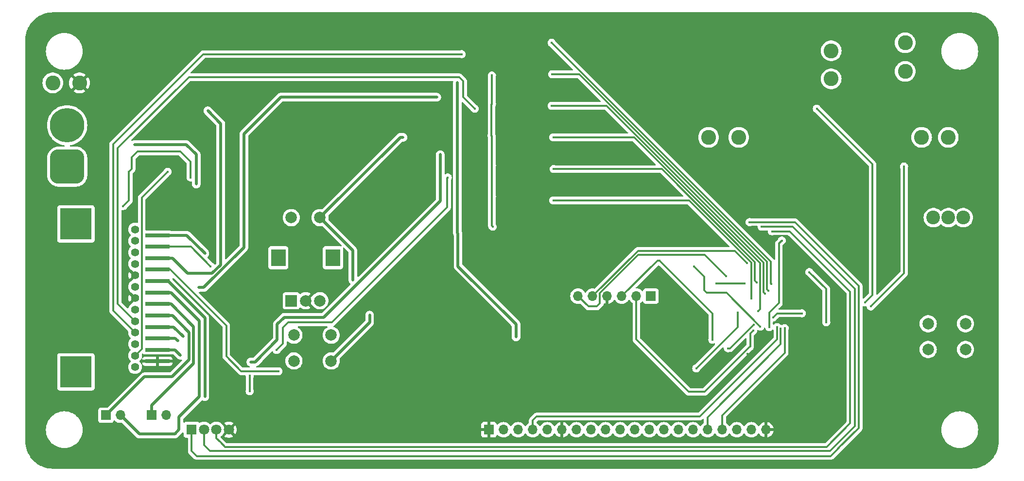
<source format=gbl>
%TF.GenerationSoftware,KiCad,Pcbnew,8.0.8-8.0.8-0~ubuntu24.04.1*%
%TF.CreationDate,2025-02-11T18:26:54-05:00*%
%TF.ProjectId,Strojni_posuv,5374726f-6a6e-4695-9f70-6f7375762e6b,rev?*%
%TF.SameCoordinates,Original*%
%TF.FileFunction,Copper,L2,Bot*%
%TF.FilePolarity,Positive*%
%FSLAX46Y46*%
G04 Gerber Fmt 4.6, Leading zero omitted, Abs format (unit mm)*
G04 Created by KiCad (PCBNEW 8.0.8-8.0.8-0~ubuntu24.04.1) date 2025-02-11 18:26:54*
%MOMM*%
%LPD*%
G01*
G04 APERTURE LIST*
G04 Aperture macros list*
%AMRoundRect*
0 Rectangle with rounded corners*
0 $1 Rounding radius*
0 $2 $3 $4 $5 $6 $7 $8 $9 X,Y pos of 4 corners*
0 Add a 4 corners polygon primitive as box body*
4,1,4,$2,$3,$4,$5,$6,$7,$8,$9,$2,$3,0*
0 Add four circle primitives for the rounded corners*
1,1,$1+$1,$2,$3*
1,1,$1+$1,$4,$5*
1,1,$1+$1,$6,$7*
1,1,$1+$1,$8,$9*
0 Add four rect primitives between the rounded corners*
20,1,$1+$1,$2,$3,$4,$5,0*
20,1,$1+$1,$4,$5,$6,$7,0*
20,1,$1+$1,$6,$7,$8,$9,0*
20,1,$1+$1,$8,$9,$2,$3,0*%
G04 Aperture macros list end*
%TA.AperFunction,ComponentPad*%
%ADD10C,2.400000*%
%TD*%
%TA.AperFunction,ComponentPad*%
%ADD11R,1.700000X1.700000*%
%TD*%
%TA.AperFunction,ComponentPad*%
%ADD12O,1.700000X1.700000*%
%TD*%
%TA.AperFunction,ComponentPad*%
%ADD13C,2.000000*%
%TD*%
%TA.AperFunction,ComponentPad*%
%ADD14C,2.600000*%
%TD*%
%TA.AperFunction,ComponentPad*%
%ADD15R,2.000000X2.000000*%
%TD*%
%TA.AperFunction,ComponentPad*%
%ADD16R,2.500000X3.000000*%
%TD*%
%TA.AperFunction,ComponentPad*%
%ADD17R,1.800000X1.800000*%
%TD*%
%TA.AperFunction,ComponentPad*%
%ADD18C,1.800000*%
%TD*%
%TA.AperFunction,ComponentPad*%
%ADD19RoundRect,1.500000X1.500000X-1.500000X1.500000X1.500000X-1.500000X1.500000X-1.500000X-1.500000X0*%
%TD*%
%TA.AperFunction,ComponentPad*%
%ADD20C,6.000000*%
%TD*%
%TA.AperFunction,ComponentPad*%
%ADD21C,1.400000*%
%TD*%
%TA.AperFunction,SMDPad,CuDef*%
%ADD22R,4.200000X0.635000*%
%TD*%
%TA.AperFunction,ComponentPad*%
%ADD23R,5.516000X5.516000*%
%TD*%
%TA.AperFunction,ViaPad*%
%ADD24C,0.400000*%
%TD*%
%TA.AperFunction,Conductor*%
%ADD25C,0.300000*%
%TD*%
%TA.AperFunction,Conductor*%
%ADD26C,0.500000*%
%TD*%
G04 APERTURE END LIST*
D10*
%TO.P,SW4,1,A*%
%TO.N,Net-(SW4-A)*%
X208400000Y-66000000D03*
%TO.P,SW4,2,B*%
%TO.N,+3.3V*%
X211000000Y-66000000D03*
%TO.P,SW4,3,C*%
%TO.N,Net-(SW4-C)*%
X213600000Y-66000000D03*
%TD*%
D11*
%TO.P,J15,1,Pin_1*%
%TO.N,unconnected-(J15-Pin_1-Pad1)*%
X159200000Y-79700000D03*
D12*
%TO.P,J15,2,Pin_2*%
%TO.N,/NRST*%
X156660000Y-79700000D03*
%TO.P,J15,3,Pin_3*%
%TO.N,+3.3V*%
X154120000Y-79700000D03*
%TO.P,J15,4,Pin_4*%
%TO.N,GND*%
X151580000Y-79700000D03*
%TO.P,J15,5,Pin_5*%
%TO.N,/SWDIO*%
X149040000Y-79700000D03*
%TO.P,J15,6,Pin_6*%
%TO.N,/SWCLK*%
X146500000Y-79700000D03*
%TD*%
D13*
%TO.P,SW3,1,A*%
%TO.N,Net-(SW3A-A)*%
X207500000Y-84500000D03*
X214000000Y-84500000D03*
%TO.P,SW3,2,B*%
%TO.N,+3.3V*%
X207500000Y-89000000D03*
X214000000Y-89000000D03*
%TD*%
D14*
%TO.P,J9,1,Pin_1*%
%TO.N,Net-(J9-Pin_1)*%
X206350000Y-52000000D03*
%TD*%
%TO.P,J13,1,Pin_1*%
%TO.N,+3.3V*%
X190600000Y-36900000D03*
%TD*%
%TO.P,J11,1,Pin_1*%
%TO.N,Net-(J11-Pin_1)*%
X190600000Y-41800000D03*
%TD*%
D15*
%TO.P,SW5,A,A*%
%TO.N,Enc_CLK*%
X96550000Y-80500000D03*
D13*
%TO.P,SW5,B,B*%
%TO.N,Enc_DT*%
X101550000Y-80500000D03*
%TO.P,SW5,C,C*%
%TO.N,GND*%
X99050000Y-80500000D03*
D16*
%TO.P,SW5,MP*%
%TO.N,N/C*%
X94300000Y-73000000D03*
X103800000Y-73000000D03*
D13*
%TO.P,SW5,S1,S1*%
%TO.N,Net-(C10-Pad2)*%
X96550000Y-66000000D03*
%TO.P,SW5,S2,S2*%
%TO.N,+3.3V*%
X101550000Y-66000000D03*
%TD*%
D11*
%TO.P,J4,1,Pin_1*%
%TO.N,/Motor_driver/OUT2B*%
X64250000Y-100475000D03*
D12*
%TO.P,J4,2,Pin_2*%
%TO.N,/Motor_driver/OUT2A*%
X66790000Y-100475000D03*
%TD*%
D14*
%TO.P,J2,1,Pin_1*%
%TO.N,/Power/GND_48V*%
X55000000Y-42500000D03*
%TD*%
D11*
%TO.P,J1,1,Pin_1*%
%TO.N,GND*%
X130980000Y-103000000D03*
D12*
%TO.P,J1,2,Pin_2*%
%TO.N,+5V*%
X133520000Y-103000000D03*
%TO.P,J1,3,Pin_3*%
%TO.N,unconnected-(J1-Pin_3-Pad3)*%
X136060000Y-103000000D03*
%TO.P,J1,4,Pin_4*%
%TO.N,GLCD_RST*%
X138600000Y-103000000D03*
%TO.P,J1,5,Pin_5*%
%TO.N,unconnected-(J1-Pin_5-Pad5)*%
X141140000Y-103000000D03*
%TO.P,J1,6,Pin_6*%
%TO.N,GND*%
X143680000Y-103000000D03*
%TO.P,J1,7,Pin_7*%
%TO.N,unconnected-(J1-Pin_7-Pad7)*%
X146220000Y-103000000D03*
%TO.P,J1,8,Pin_8*%
%TO.N,unconnected-(J1-Pin_8-Pad8)*%
X148760000Y-103000000D03*
%TO.P,J1,9,Pin_9*%
%TO.N,unconnected-(J1-Pin_9-Pad9)*%
X151300000Y-103000000D03*
%TO.P,J1,10,Pin_10*%
%TO.N,unconnected-(J1-Pin_10-Pad10)*%
X153840000Y-103000000D03*
%TO.P,J1,11,Pin_11*%
%TO.N,unconnected-(J1-Pin_11-Pad11)*%
X156380000Y-103000000D03*
%TO.P,J1,12,Pin_12*%
%TO.N,unconnected-(J1-Pin_12-Pad12)*%
X158920000Y-103000000D03*
%TO.P,J1,13,Pin_13*%
%TO.N,unconnected-(J1-Pin_13-Pad13)*%
X161460000Y-103000000D03*
%TO.P,J1,14,Pin_14*%
%TO.N,unconnected-(J1-Pin_14-Pad14)*%
X164000000Y-103000000D03*
%TO.P,J1,15,Pin_15*%
%TO.N,GLCD_SCK*%
X166540000Y-103000000D03*
%TO.P,J1,16,Pin_16*%
%TO.N,GLCD_SID*%
X169080000Y-103000000D03*
%TO.P,J1,17,Pin_17*%
%TO.N,GLCD_CS*%
X171620000Y-103000000D03*
%TO.P,J1,18,Pin_18*%
%TO.N,unconnected-(J1-Pin_18-Pad18)*%
X174160000Y-103000000D03*
%TO.P,J1,19,Pin_19*%
%TO.N,+5V*%
X176700000Y-103000000D03*
%TO.P,J1,20,Pin_20*%
%TO.N,GND*%
X179240000Y-103000000D03*
%TD*%
D14*
%TO.P,J12,1,Pin_1*%
%TO.N,Net-(J12-Pin_1)*%
X203500000Y-40500000D03*
%TD*%
%TO.P,J14,1,Pin_1*%
%TO.N,+3.3V*%
X203500000Y-35500000D03*
%TD*%
%TO.P,J10,1,Pin_1*%
%TO.N,+3.3V*%
X211000000Y-52000000D03*
%TD*%
%TO.P,J7,1,Pin_1*%
%TO.N,Net-(J7-Pin_1)*%
X169250000Y-52000000D03*
%TD*%
D13*
%TO.P,SW2,1,A*%
%TO.N,Net-(SW2A-A)*%
X97000000Y-86500000D03*
X103500000Y-86500000D03*
%TO.P,SW2,2,B*%
%TO.N,+3.3V*%
X97000000Y-91000000D03*
X103500000Y-91000000D03*
%TD*%
D14*
%TO.P,J8,1,Pin_1*%
%TO.N,+3.3V*%
X174500000Y-52000000D03*
%TD*%
D11*
%TO.P,J3,1,Pin_1*%
%TO.N,/Motor_driver/OUT1B*%
X72250000Y-100475000D03*
D12*
%TO.P,J3,2,Pin_2*%
%TO.N,/Motor_driver/OUT1A*%
X74790000Y-100475000D03*
%TD*%
D14*
%TO.P,J6,1,Pin_1*%
%TO.N,GND*%
X59650000Y-42500000D03*
%TD*%
D17*
%TO.P,D2,1,RK*%
%TO.N,Net-(D2-RK)*%
X79182000Y-103000000D03*
D18*
%TO.P,D2,2,GK*%
%TO.N,Net-(D2-GK)*%
X81341000Y-103000000D03*
%TO.P,D2,3,BK*%
%TO.N,Net-(D2-BK)*%
X83500000Y-103000000D03*
%TO.P,D2,4,A*%
%TO.N,GND*%
X85659000Y-103000000D03*
%TD*%
D19*
%TO.P,J5,1,Pin_1*%
%TO.N,/Power/GND_48V*%
X57500000Y-57100000D03*
D20*
%TO.P,J5,2,Pin_2*%
%TO.N,+48V*%
X57500000Y-49900000D03*
%TD*%
D21*
%TO.P,IC1,1,ALERT*%
%TO.N,Net-(IC1-ALERT)*%
X69330950Y-92070000D03*
D22*
%TO.P,IC1,2_1,SGND*%
%TO.N,GND*%
X73230950Y-91070000D03*
D21*
%TO.P,IC1,3,TQ*%
%TO.N,/Motor_driver/TQ*%
X69330950Y-90070000D03*
D22*
%TO.P,IC1,4_1,LATCH/AUTO*%
%TO.N,LTC*%
X73230950Y-89070000D03*
D21*
%TO.P,IC1,5,VREF*%
%TO.N,Net-(IC1-VREF)*%
X69330950Y-88070000D03*
D22*
%TO.P,IC1,6_1,VCC*%
%TO.N,+48V*%
X73230950Y-87070000D03*
D21*
%TO.P,IC1,7,M1*%
%TO.N,M1*%
X69330950Y-86070000D03*
D22*
%TO.P,IC1,8_1,M2*%
%TO.N,M2*%
X73230950Y-85070000D03*
D21*
%TO.P,IC1,9,M3*%
%TO.N,M3*%
X69330950Y-84070000D03*
D22*
%TO.P,IC1,10_1,OUT2B*%
%TO.N,/Motor_driver/OUT2B*%
X73230950Y-83070000D03*
D21*
%TO.P,IC1,11,NFB*%
%TO.N,Net-(IC1-NFB)*%
X69330950Y-82070000D03*
D22*
%TO.P,IC1,12_1,OUT1B*%
%TO.N,/Motor_driver/OUT1B*%
X73230950Y-81070000D03*
D21*
%TO.P,IC1,13,PGNDB*%
%TO.N,GND*%
X69330950Y-80070000D03*
D22*
%TO.P,IC1,14_1,OUT2A*%
%TO.N,/Motor_driver/OUT2A*%
X73230950Y-79070000D03*
D21*
%TO.P,IC1,15,NFA*%
%TO.N,Net-(IC1-NFA)*%
X69330950Y-78070000D03*
D22*
%TO.P,IC1,16_1,OUT1A*%
%TO.N,/Motor_driver/OUT1A*%
X73230950Y-77070000D03*
D21*
%TO.P,IC1,17,PGNDA*%
%TO.N,GND*%
X69330950Y-76070000D03*
D22*
%TO.P,IC1,18_1,ENABLE*%
%TO.N,/Motor_driver/ENB*%
X73230950Y-75070000D03*
D21*
%TO.P,IC1,19,RESET*%
%TO.N,+5V*%
X69330950Y-74070000D03*
D22*
%TO.P,IC1,20_1,VCC@1*%
%TO.N,+48V*%
X73230950Y-73070000D03*
D21*
%TO.P,IC1,21,CLK*%
%TO.N,/Motor_driver/CLK_L*%
X69330950Y-72070000D03*
D22*
%TO.P,IC1,22_1,CW/CCW*%
%TO.N,/Motor_driver/DIR_L*%
X73230950Y-71070000D03*
D21*
%TO.P,IC1,23,OSC*%
%TO.N,Net-(IC1-OSC)*%
X69330950Y-70070000D03*
D22*
%TO.P,IC1,24_1,VREG*%
%TO.N,Net-(IC1-VREG)*%
X73230950Y-69070000D03*
D21*
%TO.P,IC1,25,MO*%
%TO.N,unconnected-(IC1-MO-Pad25)*%
X69330950Y-68070000D03*
D23*
%TO.P,IC1,P$1*%
%TO.N,N/C*%
X59030950Y-92900000D03*
%TO.P,IC1,P$2*%
X59030950Y-67100000D03*
%TD*%
D24*
%TO.N,GND*%
X157700000Y-95000000D03*
X164500000Y-91900000D03*
X171500000Y-90900000D03*
X153400000Y-82800000D03*
X164300000Y-69000000D03*
X160400000Y-76700000D03*
%TO.N,/SWCLK*%
X172300000Y-76200000D03*
%TO.N,/SWDIO*%
X175950000Y-73950000D03*
%TO.N,/NRST*%
X177000000Y-85700000D03*
%TO.N,+5V*%
X125500000Y-42400000D03*
X125500000Y-63200000D03*
X125500000Y-47000000D03*
X69250000Y-53250000D03*
X125500000Y-58300000D03*
X135700000Y-86800000D03*
X80000000Y-60135000D03*
X125600000Y-68800000D03*
X125500000Y-52900000D03*
%TO.N,GND*%
X96500000Y-49500000D03*
X150900000Y-50700000D03*
X84300000Y-88800000D03*
X179500000Y-42900000D03*
X184700000Y-72100000D03*
X150000000Y-45600000D03*
X150500000Y-40100000D03*
X164100000Y-82700000D03*
X110600000Y-43800000D03*
X187300000Y-87700000D03*
X192100000Y-85800000D03*
X145600000Y-35600000D03*
X174900000Y-38600000D03*
X187200000Y-93100000D03*
X84700000Y-91500000D03*
X90300000Y-80900000D03*
X150600000Y-61700000D03*
X116000000Y-43750000D03*
X176000000Y-89750000D03*
X98750000Y-43750000D03*
X103250000Y-38250000D03*
X178800000Y-43800000D03*
X150500000Y-56300000D03*
%TO.N,+3.3V*%
X116000000Y-52000000D03*
X131500000Y-41200000D03*
X189750000Y-84250000D03*
X107300000Y-76900000D03*
X131500000Y-62300000D03*
X131500000Y-56900000D03*
X131625000Y-67575000D03*
X160700000Y-73500000D03*
X169900000Y-87300000D03*
X131425000Y-51675000D03*
X131500000Y-46200000D03*
X110200000Y-83000000D03*
X186800000Y-75500000D03*
%TO.N,/Motor_driver/TQ*%
X75000000Y-58000000D03*
%TO.N,/Motor_driver/ENB*%
X94300000Y-92800000D03*
%TO.N,+48V*%
X82000000Y-47350000D03*
X76750000Y-87500000D03*
X77125000Y-74375000D03*
%TO.N,M3*%
X128500000Y-47000000D03*
%TO.N,/Motor_driver/OUT1A*%
X81500000Y-97250000D03*
%TO.N,M2*%
X77750000Y-86750000D03*
X121900000Y-45000000D03*
X80400000Y-78200000D03*
%TO.N,LTC*%
X89500000Y-91200000D03*
X122500000Y-55000000D03*
X77250000Y-90000000D03*
%TO.N,M1*%
X126200000Y-37500000D03*
%TO.N,Net-(IC1-VREG)*%
X81500000Y-72250000D03*
%TO.N,/Motor_driver/CLK_L*%
X79000000Y-59000000D03*
X68250000Y-58000000D03*
X67250000Y-64000000D03*
%TO.N,/Motor_driver/DIR_L*%
X89300000Y-96300000D03*
X82500000Y-74500000D03*
X89300000Y-93600000D03*
%TO.N,M1_STM*%
X141900000Y-35500000D03*
X180200000Y-77600000D03*
%TO.N,M3_STM*%
X141900000Y-46500000D03*
X179100000Y-79300000D03*
%TO.N,LTC_STM*%
X142200000Y-52000000D03*
X177900000Y-82300000D03*
%TO.N,M2_STM*%
X142000000Y-41000000D03*
X179700000Y-78800000D03*
%TO.N,STEP_STM*%
X142275000Y-57525000D03*
X177625000Y-77300000D03*
%TO.N,GLCD_RST*%
X181200000Y-85100000D03*
%TO.N,CLK*%
X94000000Y-89100000D03*
X123800000Y-59000000D03*
%TO.N,Button_left_max*%
X179800000Y-85100000D03*
X182000000Y-70000000D03*
%TO.N,Button_left_fast*%
X196500000Y-80800000D03*
X188100000Y-47000000D03*
%TO.N,GLCD_CS*%
X182500000Y-85300000D03*
%TO.N,Button_gen_stop*%
X180500000Y-83400000D03*
X185500000Y-82700000D03*
%TO.N,GLCD_SCK*%
X174300000Y-82600000D03*
X167100000Y-92300000D03*
%TO.N,DIR_STM*%
X142200000Y-63000000D03*
X176700000Y-80100000D03*
%TO.N,GLCD_SID*%
X181800000Y-85400000D03*
%TO.N,Button_conf*%
X172600000Y-88800000D03*
X177086091Y-84700000D03*
%TO.N,Button_right_max*%
X197500000Y-81500000D03*
X203300000Y-57100000D03*
%TO.N,Net-(D2-RK)*%
X176400000Y-66800000D03*
%TO.N,Net-(D2-GK)*%
X178500000Y-67600000D03*
%TO.N,Net-(D2-BK)*%
X180300000Y-68400000D03*
%TO.N,Button_encoder*%
X178250000Y-85000000D03*
X166700000Y-74500000D03*
%TO.N,Enc_CLK*%
X175550000Y-77450000D03*
X170600000Y-77500000D03*
%TD*%
D25*
%TO.N,/SWCLK*%
X146500000Y-79700000D02*
X148300000Y-81500000D01*
X149800000Y-81500000D02*
X150300000Y-81000000D01*
X148300000Y-81500000D02*
X149800000Y-81500000D01*
X150300000Y-81000000D02*
X150300000Y-79200000D01*
X150300000Y-79200000D02*
X157000000Y-72500000D01*
X157000000Y-72500000D02*
X168600000Y-72500000D01*
X168600000Y-72500000D02*
X172300000Y-76200000D01*
%TO.N,/SWDIO*%
X175950000Y-73950000D02*
X173800000Y-71800000D01*
X173800000Y-71800000D02*
X156940000Y-71800000D01*
X156940000Y-71800000D02*
X149040000Y-79700000D01*
%TO.N,/NRST*%
X177000000Y-85700000D02*
X176500000Y-86200000D01*
X176472182Y-88500000D02*
X168572182Y-96400000D01*
X176500000Y-86200000D02*
X176500000Y-88500000D01*
X176500000Y-88500000D02*
X176472182Y-88500000D01*
X168572182Y-96400000D02*
X165800000Y-96400000D01*
X165800000Y-96400000D02*
X156660000Y-87260000D01*
X156660000Y-87260000D02*
X156660000Y-79700000D01*
%TO.N,Button_conf*%
X177086091Y-84700000D02*
X177086091Y-84713909D01*
X177086091Y-84713909D02*
X173000000Y-88800000D01*
X173000000Y-88800000D02*
X172600000Y-88800000D01*
%TO.N,+3.3V*%
X160700000Y-73500000D02*
X160320000Y-73500000D01*
X160320000Y-73500000D02*
X154120000Y-79700000D01*
D26*
%TO.N,+5V*%
X125500000Y-68700000D02*
X125600000Y-68800000D01*
X135700000Y-86800000D02*
X135700000Y-84600000D01*
X125500000Y-52900000D02*
X125500000Y-68700000D01*
X78250000Y-53250000D02*
X69250000Y-53250000D01*
X135700000Y-84600000D02*
X125600000Y-74500000D01*
X125600000Y-74500000D02*
X125600000Y-68800000D01*
X125500000Y-47700000D02*
X125500000Y-52900000D01*
X125500000Y-42400000D02*
X125500000Y-47700000D01*
X80000000Y-55000000D02*
X78250000Y-53250000D01*
X80000000Y-60135000D02*
X80000000Y-55000000D01*
D25*
%TO.N,+3.3V*%
X131500000Y-51750000D02*
X131425000Y-51675000D01*
X131500000Y-46200000D02*
X131500000Y-41200000D01*
X131625000Y-67575000D02*
X131500000Y-67450000D01*
D26*
X107300000Y-76900000D02*
X107300000Y-71750000D01*
X107300000Y-71750000D02*
X101550000Y-66000000D01*
D25*
X131425000Y-51675000D02*
X131425000Y-46275000D01*
D26*
X116000000Y-52000000D02*
X115550000Y-52000000D01*
D25*
X131500000Y-67450000D02*
X131500000Y-62300000D01*
D26*
X115550000Y-52000000D02*
X101550000Y-66000000D01*
D25*
X160700000Y-73500000D02*
X169900000Y-82700000D01*
X131425000Y-46275000D02*
X131500000Y-46200000D01*
D26*
X110200000Y-84300000D02*
X103500000Y-91000000D01*
D25*
X189750000Y-84250000D02*
X189750000Y-78450000D01*
X169900000Y-82700000D02*
X169900000Y-87300000D01*
D26*
X110200000Y-83000000D02*
X110200000Y-84300000D01*
D25*
X131500000Y-62300000D02*
X131500000Y-51750000D01*
X189750000Y-78450000D02*
X186800000Y-75500000D01*
%TO.N,/Motor_driver/TQ*%
X70500000Y-88900950D02*
X69330950Y-90070000D01*
X70500000Y-62500000D02*
X70500000Y-88900950D01*
X75000000Y-58000000D02*
X70500000Y-62500000D01*
D26*
%TO.N,/Motor_driver/OUT2A*%
X76250000Y-103750000D02*
X70065000Y-103750000D01*
X73230950Y-79070000D02*
X75570000Y-79070000D01*
X70065000Y-103750000D02*
X66790000Y-100475000D01*
X77000000Y-100750000D02*
X77000000Y-103000000D01*
X80500000Y-84000000D02*
X80500000Y-97250000D01*
X80500000Y-97250000D02*
X77000000Y-100750000D01*
X75570000Y-79070000D02*
X80500000Y-84000000D01*
X77000000Y-103000000D02*
X76250000Y-103750000D01*
D25*
%TO.N,/Motor_driver/ENB*%
X85225000Y-90225000D02*
X87800000Y-92800000D01*
X73230950Y-75070000D02*
X75470000Y-75070000D01*
X87800000Y-92800000D02*
X94300000Y-92800000D01*
X85225000Y-84825000D02*
X85225000Y-90225000D01*
X83100000Y-82700000D02*
X85225000Y-84825000D01*
X75470000Y-75070000D02*
X83100000Y-82700000D01*
D26*
%TO.N,/Motor_driver/OUT1B*%
X72250000Y-100475000D02*
X72250000Y-98750000D01*
X79500000Y-91500000D02*
X79500000Y-85000000D01*
X72250000Y-98750000D02*
X79500000Y-91500000D01*
X75570000Y-81070000D02*
X73230950Y-81070000D01*
X79500000Y-85000000D02*
X75570000Y-81070000D01*
%TO.N,+48V*%
X84250000Y-74250000D02*
X84250000Y-49600000D01*
X77125000Y-74375000D02*
X78500000Y-75750000D01*
X82750000Y-75750000D02*
X84250000Y-74250000D01*
X78500000Y-75750000D02*
X82750000Y-75750000D01*
X76750000Y-87500000D02*
X76320000Y-87070000D01*
X75820000Y-73070000D02*
X77125000Y-74375000D01*
X76320000Y-87070000D02*
X73230950Y-87070000D01*
X84250000Y-49600000D02*
X82000000Y-47350000D01*
X73230950Y-73070000D02*
X75820000Y-73070000D01*
D25*
%TO.N,M3*%
X126500000Y-45000000D02*
X126500000Y-42200000D01*
X128500000Y-47000000D02*
X126500000Y-45000000D01*
X66300000Y-81039050D02*
X69330950Y-84070000D01*
X125800000Y-41500000D02*
X78700000Y-41500000D01*
X66300000Y-53900000D02*
X66300000Y-81039050D01*
X126500000Y-42200000D02*
X125800000Y-41500000D01*
X78700000Y-41500000D02*
X66300000Y-53900000D01*
D26*
%TO.N,/Motor_driver/OUT1A*%
X81500000Y-83500000D02*
X75070000Y-77070000D01*
X75070000Y-77070000D02*
X73230950Y-77070000D01*
X81500000Y-97250000D02*
X81500000Y-83500000D01*
%TO.N,M2*%
X88300000Y-51400000D02*
X94700000Y-45000000D01*
X73230950Y-85070000D02*
X76070000Y-85070000D01*
X81289950Y-78200000D02*
X88300000Y-71189950D01*
X76070000Y-85070000D02*
X77750000Y-86750000D01*
X80400000Y-78200000D02*
X81289950Y-78200000D01*
X94700000Y-45000000D02*
X121900000Y-45000000D01*
X88300000Y-71189950D02*
X88300000Y-51400000D01*
%TO.N,/Motor_driver/OUT2B*%
X73230950Y-83070000D02*
X75820000Y-83070000D01*
X75820000Y-83070000D02*
X78750000Y-86000000D01*
X70975000Y-93750000D02*
X64250000Y-100475000D01*
X78750000Y-86000000D02*
X78750000Y-90750000D01*
X75750000Y-93750000D02*
X70975000Y-93750000D01*
X78750000Y-90750000D02*
X75750000Y-93750000D01*
%TO.N,LTC*%
X95300000Y-83400000D02*
X102200000Y-83400000D01*
X122500000Y-63100000D02*
X122500000Y-55000000D01*
X94100000Y-87349390D02*
X94100000Y-84600000D01*
X94100000Y-84600000D02*
X95300000Y-83400000D01*
X76320000Y-89070000D02*
X73230950Y-89070000D01*
X90249390Y-91200000D02*
X94100000Y-87349390D01*
X89500000Y-91200000D02*
X90249390Y-91200000D01*
X102200000Y-83400000D02*
X122500000Y-63100000D01*
X77250000Y-90000000D02*
X76320000Y-89070000D01*
D25*
%TO.N,M1*%
X65500000Y-82239050D02*
X69330950Y-86070000D01*
X81200000Y-37500000D02*
X65500000Y-53200000D01*
X126200000Y-37500000D02*
X81200000Y-37500000D01*
X65500000Y-53200000D02*
X65500000Y-82239050D01*
D26*
%TO.N,Net-(IC1-VREG)*%
X73230950Y-69070000D02*
X78320000Y-69070000D01*
X78320000Y-69070000D02*
X81500000Y-72250000D01*
D25*
%TO.N,/Motor_driver/CLK_L*%
X68750000Y-55500000D02*
X68750000Y-57500000D01*
X68750000Y-57500000D02*
X68250000Y-58000000D01*
X69750000Y-54500000D02*
X68750000Y-55500000D01*
X77250000Y-54500000D02*
X69750000Y-54500000D01*
X67250000Y-64000000D02*
X68250000Y-63000000D01*
X68250000Y-63000000D02*
X68250000Y-58000000D01*
X79000000Y-56250000D02*
X77250000Y-54500000D01*
X79000000Y-59000000D02*
X79000000Y-56250000D01*
%TO.N,/Motor_driver/DIR_L*%
X79070000Y-71070000D02*
X73230950Y-71070000D01*
X82500000Y-74500000D02*
X79070000Y-71070000D01*
X89300000Y-93600000D02*
X89300000Y-96300000D01*
D26*
X75013450Y-71070000D02*
X73230950Y-71070000D01*
D25*
%TO.N,M1_STM*%
X180100000Y-77500000D02*
X180100000Y-73700000D01*
X180200000Y-77600000D02*
X180100000Y-77500000D01*
X180100000Y-73700000D02*
X141900000Y-35500000D01*
%TO.N,M3_STM*%
X179100000Y-79300000D02*
X178800000Y-79000000D01*
X178800000Y-79000000D02*
X178800000Y-73814212D01*
X178800000Y-73814212D02*
X151485788Y-46500000D01*
X151485788Y-46500000D02*
X141900000Y-46500000D01*
%TO.N,LTC_STM*%
X178200000Y-73921318D02*
X178200000Y-82000000D01*
X156278682Y-52000000D02*
X178200000Y-73921318D01*
X178200000Y-82000000D02*
X177900000Y-82300000D01*
X142200000Y-52000000D02*
X156278682Y-52000000D01*
%TO.N,M2_STM*%
X146692894Y-41000000D02*
X142000000Y-41000000D01*
X179700000Y-78800000D02*
X179400000Y-78500000D01*
X179400000Y-73707106D02*
X146692894Y-41000000D01*
X179400000Y-78500000D02*
X179400000Y-73707106D01*
%TO.N,STEP_STM*%
X161096576Y-57525000D02*
X142275000Y-57525000D01*
X177300000Y-76975000D02*
X177300000Y-73728424D01*
X177300000Y-73728424D02*
X161096576Y-57525000D01*
X177625000Y-77300000D02*
X177300000Y-76975000D01*
%TO.N,GLCD_RST*%
X138600000Y-101400000D02*
X139300000Y-100700000D01*
X138600000Y-103000000D02*
X138600000Y-101400000D01*
X139300000Y-100700000D02*
X167700000Y-100700000D01*
X167700000Y-100700000D02*
X181200000Y-87200000D01*
X181200000Y-87200000D02*
X181200000Y-85100000D01*
%TO.N,CLK*%
X103600000Y-84300000D02*
X105100000Y-82800000D01*
X96000000Y-84300000D02*
X97000000Y-84300000D01*
X123700000Y-59100000D02*
X123800000Y-59000000D01*
X105100000Y-82800000D02*
X123700000Y-64200000D01*
X95100000Y-85200000D02*
X96000000Y-84300000D01*
X97000000Y-84300000D02*
X103600000Y-84300000D01*
X123700000Y-64200000D02*
X123700000Y-63900000D01*
X94000000Y-89100000D02*
X95100000Y-88000000D01*
X123700000Y-63900000D02*
X123700000Y-59100000D01*
X95100000Y-88000000D02*
X95100000Y-85200000D01*
%TO.N,Button_left_max*%
X182000000Y-70000000D02*
X181500000Y-70500000D01*
X179800000Y-82600000D02*
X179800000Y-85100000D01*
X181500000Y-70500000D02*
X181500000Y-78400000D01*
X181500000Y-78400000D02*
X181500000Y-80900000D01*
X181500000Y-80900000D02*
X179800000Y-82600000D01*
%TO.N,Button_left_fast*%
X188100000Y-47000000D02*
X197800000Y-56700000D01*
X197800000Y-56700000D02*
X197800000Y-79500000D01*
X197800000Y-79500000D02*
X196500000Y-80800000D01*
%TO.N,GLCD_CS*%
X182500000Y-89600000D02*
X182500000Y-85300000D01*
X171620000Y-103000000D02*
X171620000Y-100480000D01*
X171620000Y-100480000D02*
X182500000Y-89600000D01*
%TO.N,Button_gen_stop*%
X185500000Y-82700000D02*
X181200000Y-82700000D01*
X181200000Y-82700000D02*
X180500000Y-83400000D01*
%TO.N,GLCD_SCK*%
X167100000Y-92300000D02*
X174300000Y-85100000D01*
X174300000Y-85100000D02*
X174300000Y-82600000D01*
%TO.N,DIR_STM*%
X165864470Y-63000000D02*
X142200000Y-63000000D01*
X176700000Y-73835530D02*
X165864470Y-63000000D01*
X176700000Y-80100000D02*
X176700000Y-73835530D01*
%TO.N,GLCD_SID*%
X169080000Y-103000000D02*
X169080000Y-100820000D01*
X181800000Y-88100000D02*
X181800000Y-85400000D01*
X169080000Y-100820000D02*
X181800000Y-88100000D01*
%TO.N,Button_right_max*%
X197500000Y-81500000D02*
X203300000Y-75700000D01*
X203300000Y-75700000D02*
X203300000Y-57100000D01*
%TO.N,Net-(D2-RK)*%
X85400000Y-107600000D02*
X93500000Y-107600000D01*
X194000000Y-76500000D02*
X184300000Y-66800000D01*
X195400000Y-102700000D02*
X195400000Y-100200000D01*
X80100000Y-107600000D02*
X85400000Y-107600000D01*
X191800000Y-106300000D02*
X195400000Y-102700000D01*
X93500000Y-107600000D02*
X190500000Y-107600000D01*
X195400000Y-100200000D02*
X195400000Y-77900000D01*
X195400000Y-77900000D02*
X194000000Y-76500000D01*
X191900000Y-106200000D02*
X191800000Y-106300000D01*
X190500000Y-107600000D02*
X191900000Y-106200000D01*
X79182000Y-106682000D02*
X80100000Y-107600000D01*
X184300000Y-66800000D02*
X176400000Y-66800000D01*
X79182000Y-103000000D02*
X79182000Y-106682000D01*
%TO.N,Net-(D2-GK)*%
X81341000Y-103000000D02*
X81341000Y-105641000D01*
X194700000Y-102400000D02*
X194700000Y-78400000D01*
X82400000Y-106700000D02*
X190400000Y-106700000D01*
X183900000Y-67600000D02*
X178500000Y-67600000D01*
X190400000Y-106700000D02*
X194700000Y-102400000D01*
X194700000Y-78400000D02*
X183900000Y-67600000D01*
X81341000Y-105641000D02*
X82400000Y-106700000D01*
%TO.N,Net-(D2-BK)*%
X83500000Y-104500000D02*
X84200000Y-105200000D01*
X84200000Y-105200000D02*
X85000000Y-106000000D01*
X83500000Y-103000000D02*
X83500000Y-104500000D01*
X189800000Y-106000000D02*
X193900000Y-101900000D01*
X193900000Y-78900000D02*
X183400000Y-68400000D01*
X85000000Y-106000000D02*
X96700000Y-106000000D01*
X193900000Y-101900000D02*
X193900000Y-78900000D01*
X183400000Y-68400000D02*
X180300000Y-68400000D01*
X96700000Y-106000000D02*
X189800000Y-106000000D01*
%TO.N,Button_encoder*%
X168500000Y-76300000D02*
X168500000Y-78700000D01*
X166700000Y-74500000D02*
X168500000Y-76300000D01*
X172350000Y-79100000D02*
X178250000Y-85000000D01*
X168500000Y-78700000D02*
X168900000Y-79100000D01*
X168900000Y-79100000D02*
X172350000Y-79100000D01*
%TO.N,Enc_CLK*%
X170650000Y-77450000D02*
X170600000Y-77500000D01*
X175550000Y-77450000D02*
X170650000Y-77450000D01*
%TD*%
%TA.AperFunction,Conductor*%
%TO.N,GND*%
G36*
X168348833Y-101073626D02*
G01*
X168404767Y-101115497D01*
X168429184Y-101180961D01*
X168429500Y-101189808D01*
X168429500Y-101742278D01*
X168409815Y-101809317D01*
X168376623Y-101843853D01*
X168208597Y-101961505D01*
X168041505Y-102128597D01*
X167911575Y-102314158D01*
X167856998Y-102357783D01*
X167787500Y-102364977D01*
X167725145Y-102333454D01*
X167708425Y-102314158D01*
X167578494Y-102128597D01*
X167411402Y-101961506D01*
X167411395Y-101961501D01*
X167217834Y-101825967D01*
X167217830Y-101825965D01*
X167095233Y-101768797D01*
X167003663Y-101726097D01*
X167003659Y-101726096D01*
X167003655Y-101726094D01*
X166775413Y-101664938D01*
X166775403Y-101664936D01*
X166540001Y-101644341D01*
X166539999Y-101644341D01*
X166304596Y-101664936D01*
X166304586Y-101664938D01*
X166076344Y-101726094D01*
X166076335Y-101726098D01*
X165862171Y-101825964D01*
X165862169Y-101825965D01*
X165668597Y-101961505D01*
X165501505Y-102128597D01*
X165371575Y-102314158D01*
X165316998Y-102357783D01*
X165247500Y-102364977D01*
X165185145Y-102333454D01*
X165168425Y-102314158D01*
X165038494Y-102128597D01*
X164871402Y-101961506D01*
X164871395Y-101961501D01*
X164677834Y-101825967D01*
X164677830Y-101825965D01*
X164555233Y-101768797D01*
X164463663Y-101726097D01*
X164463659Y-101726096D01*
X164463655Y-101726094D01*
X164235413Y-101664938D01*
X164235403Y-101664936D01*
X164000001Y-101644341D01*
X163999999Y-101644341D01*
X163764596Y-101664936D01*
X163764586Y-101664938D01*
X163536344Y-101726094D01*
X163536335Y-101726098D01*
X163322171Y-101825964D01*
X163322169Y-101825965D01*
X163128597Y-101961505D01*
X162961505Y-102128597D01*
X162831575Y-102314158D01*
X162776998Y-102357783D01*
X162707500Y-102364977D01*
X162645145Y-102333454D01*
X162628425Y-102314158D01*
X162498494Y-102128597D01*
X162331402Y-101961506D01*
X162331395Y-101961501D01*
X162137834Y-101825967D01*
X162137830Y-101825965D01*
X162015233Y-101768797D01*
X161923663Y-101726097D01*
X161923659Y-101726096D01*
X161923655Y-101726094D01*
X161695413Y-101664938D01*
X161695403Y-101664936D01*
X161460001Y-101644341D01*
X161459999Y-101644341D01*
X161224596Y-101664936D01*
X161224586Y-101664938D01*
X160996344Y-101726094D01*
X160996335Y-101726098D01*
X160782171Y-101825964D01*
X160782169Y-101825965D01*
X160588597Y-101961505D01*
X160421505Y-102128597D01*
X160291575Y-102314158D01*
X160236998Y-102357783D01*
X160167500Y-102364977D01*
X160105145Y-102333454D01*
X160088425Y-102314158D01*
X159958494Y-102128597D01*
X159791402Y-101961506D01*
X159791395Y-101961501D01*
X159597834Y-101825967D01*
X159597830Y-101825965D01*
X159475233Y-101768797D01*
X159383663Y-101726097D01*
X159383659Y-101726096D01*
X159383655Y-101726094D01*
X159155413Y-101664938D01*
X159155403Y-101664936D01*
X158920001Y-101644341D01*
X158919999Y-101644341D01*
X158684596Y-101664936D01*
X158684586Y-101664938D01*
X158456344Y-101726094D01*
X158456335Y-101726098D01*
X158242171Y-101825964D01*
X158242169Y-101825965D01*
X158048597Y-101961505D01*
X157881505Y-102128597D01*
X157751575Y-102314158D01*
X157696998Y-102357783D01*
X157627500Y-102364977D01*
X157565145Y-102333454D01*
X157548425Y-102314158D01*
X157418494Y-102128597D01*
X157251402Y-101961506D01*
X157251395Y-101961501D01*
X157057834Y-101825967D01*
X157057830Y-101825965D01*
X156935233Y-101768797D01*
X156843663Y-101726097D01*
X156843659Y-101726096D01*
X156843655Y-101726094D01*
X156615413Y-101664938D01*
X156615403Y-101664936D01*
X156380001Y-101644341D01*
X156379999Y-101644341D01*
X156144596Y-101664936D01*
X156144586Y-101664938D01*
X155916344Y-101726094D01*
X155916335Y-101726098D01*
X155702171Y-101825964D01*
X155702169Y-101825965D01*
X155508597Y-101961505D01*
X155341505Y-102128597D01*
X155211575Y-102314158D01*
X155156998Y-102357783D01*
X155087500Y-102364977D01*
X155025145Y-102333454D01*
X155008425Y-102314158D01*
X154878494Y-102128597D01*
X154711402Y-101961506D01*
X154711395Y-101961501D01*
X154517834Y-101825967D01*
X154517830Y-101825965D01*
X154395233Y-101768797D01*
X154303663Y-101726097D01*
X154303659Y-101726096D01*
X154303655Y-101726094D01*
X154075413Y-101664938D01*
X154075403Y-101664936D01*
X153840001Y-101644341D01*
X153839999Y-101644341D01*
X153604596Y-101664936D01*
X153604586Y-101664938D01*
X153376344Y-101726094D01*
X153376335Y-101726098D01*
X153162171Y-101825964D01*
X153162169Y-101825965D01*
X152968597Y-101961505D01*
X152801505Y-102128597D01*
X152671575Y-102314158D01*
X152616998Y-102357783D01*
X152547500Y-102364977D01*
X152485145Y-102333454D01*
X152468425Y-102314158D01*
X152338494Y-102128597D01*
X152171402Y-101961506D01*
X152171395Y-101961501D01*
X151977834Y-101825967D01*
X151977830Y-101825965D01*
X151855233Y-101768797D01*
X151763663Y-101726097D01*
X151763659Y-101726096D01*
X151763655Y-101726094D01*
X151535413Y-101664938D01*
X151535403Y-101664936D01*
X151300001Y-101644341D01*
X151299999Y-101644341D01*
X151064596Y-101664936D01*
X151064586Y-101664938D01*
X150836344Y-101726094D01*
X150836335Y-101726098D01*
X150622171Y-101825964D01*
X150622169Y-101825965D01*
X150428597Y-101961505D01*
X150261505Y-102128597D01*
X150131575Y-102314158D01*
X150076998Y-102357783D01*
X150007500Y-102364977D01*
X149945145Y-102333454D01*
X149928425Y-102314158D01*
X149798494Y-102128597D01*
X149631402Y-101961506D01*
X149631395Y-101961501D01*
X149437834Y-101825967D01*
X149437830Y-101825965D01*
X149315233Y-101768797D01*
X149223663Y-101726097D01*
X149223659Y-101726096D01*
X149223655Y-101726094D01*
X148995413Y-101664938D01*
X148995403Y-101664936D01*
X148760001Y-101644341D01*
X148759999Y-101644341D01*
X148524596Y-101664936D01*
X148524586Y-101664938D01*
X148296344Y-101726094D01*
X148296335Y-101726098D01*
X148082171Y-101825964D01*
X148082169Y-101825965D01*
X147888597Y-101961505D01*
X147721505Y-102128597D01*
X147591575Y-102314158D01*
X147536998Y-102357783D01*
X147467500Y-102364977D01*
X147405145Y-102333454D01*
X147388425Y-102314158D01*
X147258494Y-102128597D01*
X147091402Y-101961506D01*
X147091395Y-101961501D01*
X146897834Y-101825967D01*
X146897830Y-101825965D01*
X146775233Y-101768797D01*
X146683663Y-101726097D01*
X146683659Y-101726096D01*
X146683655Y-101726094D01*
X146455413Y-101664938D01*
X146455403Y-101664936D01*
X146220001Y-101644341D01*
X146219999Y-101644341D01*
X145984596Y-101664936D01*
X145984586Y-101664938D01*
X145756344Y-101726094D01*
X145756335Y-101726098D01*
X145542171Y-101825964D01*
X145542169Y-101825965D01*
X145348597Y-101961505D01*
X145181508Y-102128594D01*
X145051269Y-102314595D01*
X144996692Y-102358219D01*
X144927193Y-102365412D01*
X144864839Y-102333890D01*
X144848119Y-102314594D01*
X144718113Y-102128926D01*
X144718108Y-102128920D01*
X144551082Y-101961894D01*
X144357578Y-101826399D01*
X144143492Y-101726570D01*
X144143486Y-101726567D01*
X143930000Y-101669364D01*
X143930000Y-102566988D01*
X143872993Y-102534075D01*
X143745826Y-102500000D01*
X143614174Y-102500000D01*
X143487007Y-102534075D01*
X143430000Y-102566988D01*
X143430000Y-101669364D01*
X143429999Y-101669364D01*
X143216513Y-101726567D01*
X143216507Y-101726570D01*
X143002422Y-101826399D01*
X143002420Y-101826400D01*
X142808926Y-101961886D01*
X142808920Y-101961891D01*
X142641891Y-102128920D01*
X142641890Y-102128922D01*
X142511880Y-102314595D01*
X142457303Y-102358219D01*
X142387804Y-102365412D01*
X142325450Y-102333890D01*
X142308730Y-102314594D01*
X142178494Y-102128597D01*
X142011402Y-101961506D01*
X142011395Y-101961501D01*
X141817834Y-101825967D01*
X141817830Y-101825965D01*
X141695233Y-101768797D01*
X141603663Y-101726097D01*
X141603659Y-101726096D01*
X141603655Y-101726094D01*
X141375413Y-101664938D01*
X141375403Y-101664936D01*
X141140001Y-101644341D01*
X141139999Y-101644341D01*
X140904596Y-101664936D01*
X140904586Y-101664938D01*
X140676344Y-101726094D01*
X140676335Y-101726098D01*
X140462171Y-101825964D01*
X140462169Y-101825965D01*
X140268597Y-101961505D01*
X140101505Y-102128597D01*
X139971575Y-102314158D01*
X139916998Y-102357783D01*
X139847500Y-102364977D01*
X139785145Y-102333454D01*
X139768425Y-102314158D01*
X139638494Y-102128597D01*
X139471402Y-101961506D01*
X139471401Y-101961505D01*
X139374860Y-101893906D01*
X139303376Y-101843852D01*
X139259751Y-101789275D01*
X139250500Y-101742277D01*
X139250500Y-101720808D01*
X139270185Y-101653769D01*
X139286819Y-101633127D01*
X139533127Y-101386819D01*
X139594450Y-101353334D01*
X139620808Y-101350500D01*
X167764071Y-101350500D01*
X167848615Y-101333682D01*
X167889744Y-101325501D01*
X168008127Y-101276465D01*
X168011069Y-101274499D01*
X168114669Y-101205277D01*
X168217820Y-101102125D01*
X168279141Y-101068642D01*
X168348833Y-101073626D01*
G37*
%TD.AperFunction*%
%TA.AperFunction,Conductor*%
G36*
X160553333Y-74289125D02*
G01*
X160597680Y-74317626D01*
X169213181Y-82933127D01*
X169246666Y-82994450D01*
X169249500Y-83020808D01*
X169249500Y-87017065D01*
X169241442Y-87061035D01*
X169214861Y-87131122D01*
X169214859Y-87131130D01*
X169194355Y-87300000D01*
X169214859Y-87468869D01*
X169214860Y-87468874D01*
X169275182Y-87627931D01*
X169308321Y-87675940D01*
X169371817Y-87767929D01*
X169477505Y-87861560D01*
X169499150Y-87880736D01*
X169614835Y-87941452D01*
X169649775Y-87959790D01*
X169814944Y-88000500D01*
X169985056Y-88000500D01*
X170150225Y-87959790D01*
X170207583Y-87929685D01*
X170276091Y-87915960D01*
X170341144Y-87941452D01*
X170382089Y-87998068D01*
X170385925Y-88067832D01*
X170352890Y-88127163D01*
X166842219Y-91637833D01*
X166812166Y-91659948D01*
X166699146Y-91719267D01*
X166571816Y-91832072D01*
X166475182Y-91972068D01*
X166414860Y-92131125D01*
X166414859Y-92131130D01*
X166394355Y-92300000D01*
X166414859Y-92468869D01*
X166414860Y-92468874D01*
X166475182Y-92627931D01*
X166528161Y-92704683D01*
X166571817Y-92767929D01*
X166677505Y-92861560D01*
X166699150Y-92880736D01*
X166849773Y-92959789D01*
X166849775Y-92959790D01*
X167014944Y-93000500D01*
X167185056Y-93000500D01*
X167350225Y-92959790D01*
X167429692Y-92918081D01*
X167500849Y-92880736D01*
X167500850Y-92880734D01*
X167500852Y-92880734D01*
X167628183Y-92767929D01*
X167724818Y-92627930D01*
X167735419Y-92599975D01*
X167763679Y-92556265D01*
X170698776Y-89621169D01*
X171692009Y-88627937D01*
X171753332Y-88594452D01*
X171823024Y-88599436D01*
X171878957Y-88641308D01*
X171903374Y-88706772D01*
X171902786Y-88730564D01*
X171894355Y-88799999D01*
X171894355Y-88800000D01*
X171895342Y-88808127D01*
X171914859Y-88968869D01*
X171914860Y-88968874D01*
X171975182Y-89127931D01*
X172021821Y-89195498D01*
X172071817Y-89267929D01*
X172171526Y-89356263D01*
X172199150Y-89380736D01*
X172342188Y-89455808D01*
X172349775Y-89459790D01*
X172514944Y-89500500D01*
X172685056Y-89500500D01*
X172850225Y-89459790D01*
X172850230Y-89459787D01*
X172853473Y-89458558D01*
X172897445Y-89450500D01*
X173064071Y-89450500D01*
X173148615Y-89433682D01*
X173189744Y-89425501D01*
X173308127Y-89376465D01*
X173414669Y-89305277D01*
X175637819Y-87082127D01*
X175699142Y-87048642D01*
X175768834Y-87053626D01*
X175824767Y-87095498D01*
X175849184Y-87160962D01*
X175849500Y-87169808D01*
X175849500Y-88151374D01*
X175829815Y-88218413D01*
X175813181Y-88239055D01*
X168339055Y-95713181D01*
X168277732Y-95746666D01*
X168251374Y-95749500D01*
X166120808Y-95749500D01*
X166053769Y-95729815D01*
X166033127Y-95713181D01*
X157346819Y-87026873D01*
X157313334Y-86965550D01*
X157310500Y-86939192D01*
X157310500Y-80957722D01*
X157330185Y-80890683D01*
X157363377Y-80856147D01*
X157442849Y-80800500D01*
X157531401Y-80738495D01*
X157653329Y-80616566D01*
X157714648Y-80583084D01*
X157784340Y-80588068D01*
X157840274Y-80629939D01*
X157857189Y-80660917D01*
X157906202Y-80792328D01*
X157906206Y-80792335D01*
X157992452Y-80907544D01*
X157992455Y-80907547D01*
X158107664Y-80993793D01*
X158107671Y-80993797D01*
X158242517Y-81044091D01*
X158242516Y-81044091D01*
X158249444Y-81044835D01*
X158302127Y-81050500D01*
X160097872Y-81050499D01*
X160157483Y-81044091D01*
X160292331Y-80993796D01*
X160407546Y-80907546D01*
X160493796Y-80792331D01*
X160544091Y-80657483D01*
X160550500Y-80597873D01*
X160550499Y-78802128D01*
X160544091Y-78742517D01*
X160542810Y-78739083D01*
X160493797Y-78607671D01*
X160493793Y-78607664D01*
X160407547Y-78492455D01*
X160407544Y-78492452D01*
X160292335Y-78406206D01*
X160292328Y-78406202D01*
X160157482Y-78355908D01*
X160157483Y-78355908D01*
X160097883Y-78349501D01*
X160097881Y-78349500D01*
X160097873Y-78349500D01*
X160097864Y-78349500D01*
X158302129Y-78349500D01*
X158302123Y-78349501D01*
X158242516Y-78355908D01*
X158107671Y-78406202D01*
X158107664Y-78406206D01*
X157992455Y-78492452D01*
X157992452Y-78492455D01*
X157906206Y-78607664D01*
X157906203Y-78607669D01*
X157857189Y-78739083D01*
X157815317Y-78795016D01*
X157749853Y-78819433D01*
X157681580Y-78804581D01*
X157653326Y-78783430D01*
X157531402Y-78661506D01*
X157531395Y-78661501D01*
X157337834Y-78525967D01*
X157337830Y-78525965D01*
X157293992Y-78505523D01*
X157123663Y-78426097D01*
X157123659Y-78426096D01*
X157123655Y-78426094D01*
X156895413Y-78364938D01*
X156895403Y-78364936D01*
X156681780Y-78346246D01*
X156616711Y-78320793D01*
X156575733Y-78264202D01*
X156571855Y-78194440D01*
X156604905Y-78135039D01*
X160422322Y-74317623D01*
X160483641Y-74284141D01*
X160553333Y-74289125D01*
G37*
%TD.AperFunction*%
%TA.AperFunction,Conductor*%
G36*
X215002702Y-30200617D02*
G01*
X215412917Y-30218528D01*
X215423654Y-30219468D01*
X215828057Y-30272708D01*
X215838695Y-30274583D01*
X216236925Y-30362869D01*
X216247365Y-30365667D01*
X216636363Y-30488317D01*
X216646524Y-30492015D01*
X217023363Y-30648108D01*
X217033155Y-30652674D01*
X217394965Y-30841020D01*
X217404305Y-30846413D01*
X217689636Y-31028189D01*
X217748309Y-31065568D01*
X217757170Y-31071772D01*
X218080766Y-31320076D01*
X218089053Y-31327030D01*
X218389767Y-31602583D01*
X218397416Y-31610232D01*
X218672969Y-31910946D01*
X218679923Y-31919233D01*
X218928227Y-32242829D01*
X218934431Y-32251690D01*
X219153578Y-32595680D01*
X219158987Y-32605048D01*
X219347322Y-32966838D01*
X219351894Y-32976642D01*
X219507983Y-33353473D01*
X219511683Y-33363639D01*
X219634331Y-33752630D01*
X219637131Y-33763078D01*
X219725414Y-34161296D01*
X219727292Y-34171950D01*
X219780529Y-34576326D01*
X219781472Y-34587102D01*
X219799382Y-34997297D01*
X219799500Y-35002706D01*
X219799500Y-104997293D01*
X219799382Y-105002702D01*
X219781472Y-105412897D01*
X219780529Y-105423673D01*
X219727292Y-105828049D01*
X219725414Y-105838703D01*
X219637131Y-106236921D01*
X219634331Y-106247369D01*
X219511683Y-106636360D01*
X219507983Y-106646526D01*
X219351894Y-107023357D01*
X219347322Y-107033161D01*
X219158987Y-107394951D01*
X219153578Y-107404319D01*
X218934431Y-107748309D01*
X218928227Y-107757170D01*
X218679923Y-108080766D01*
X218672969Y-108089053D01*
X218397416Y-108389767D01*
X218389767Y-108397416D01*
X218089053Y-108672969D01*
X218080766Y-108679923D01*
X217757170Y-108928227D01*
X217748309Y-108934431D01*
X217404319Y-109153578D01*
X217394951Y-109158987D01*
X217033161Y-109347322D01*
X217023357Y-109351894D01*
X216646526Y-109507983D01*
X216636360Y-109511683D01*
X216247369Y-109634331D01*
X216236921Y-109637131D01*
X215838703Y-109725414D01*
X215828049Y-109727292D01*
X215423673Y-109780529D01*
X215412897Y-109781472D01*
X215002703Y-109799382D01*
X214997294Y-109799500D01*
X55002706Y-109799500D01*
X54997297Y-109799382D01*
X54587102Y-109781472D01*
X54576326Y-109780529D01*
X54171950Y-109727292D01*
X54161296Y-109725414D01*
X53763078Y-109637131D01*
X53752630Y-109634331D01*
X53363639Y-109511683D01*
X53353473Y-109507983D01*
X52976642Y-109351894D01*
X52966838Y-109347322D01*
X52847126Y-109285004D01*
X52605042Y-109158983D01*
X52595686Y-109153582D01*
X52423685Y-109044004D01*
X52251690Y-108934431D01*
X52242829Y-108928227D01*
X51919233Y-108679923D01*
X51910946Y-108672969D01*
X51610232Y-108397416D01*
X51602583Y-108389767D01*
X51327030Y-108089053D01*
X51320076Y-108080766D01*
X51071772Y-107757170D01*
X51065568Y-107748309D01*
X51012070Y-107664334D01*
X50846413Y-107404305D01*
X50841020Y-107394965D01*
X50652674Y-107033155D01*
X50648105Y-107023357D01*
X50617512Y-106949500D01*
X50492015Y-106646524D01*
X50488316Y-106636360D01*
X50417750Y-106412554D01*
X50365667Y-106247365D01*
X50362868Y-106236921D01*
X50355912Y-106205543D01*
X50274583Y-105838695D01*
X50272707Y-105828049D01*
X50268325Y-105794764D01*
X50219468Y-105423654D01*
X50218528Y-105412917D01*
X50200618Y-105002702D01*
X50200500Y-104997293D01*
X50200500Y-103000000D01*
X53794457Y-103000000D01*
X53814612Y-103358902D01*
X53814614Y-103358914D01*
X53874826Y-103713296D01*
X53874828Y-103713305D01*
X53968513Y-104038495D01*
X53974341Y-104058724D01*
X54055412Y-104254446D01*
X54108325Y-104382189D01*
X54111906Y-104390833D01*
X54125309Y-104415084D01*
X54285790Y-104705454D01*
X54493805Y-104998622D01*
X54497451Y-105002702D01*
X54733339Y-105266661D01*
X54903028Y-105418304D01*
X55001377Y-105506194D01*
X55281663Y-105705069D01*
X55294548Y-105714211D01*
X55609167Y-105888094D01*
X55941276Y-106025659D01*
X56286700Y-106125173D01*
X56641093Y-106185387D01*
X57000000Y-106205543D01*
X57358907Y-106185387D01*
X57713300Y-106125173D01*
X58058724Y-106025659D01*
X58390833Y-105888094D01*
X58705452Y-105714211D01*
X58998623Y-105506194D01*
X59266661Y-105266661D01*
X59506194Y-104998623D01*
X59714211Y-104705452D01*
X59888094Y-104390833D01*
X60025659Y-104058724D01*
X60125173Y-103713300D01*
X60185387Y-103358907D01*
X60205543Y-103000000D01*
X60185387Y-102641093D01*
X60125173Y-102286700D01*
X60025659Y-101941276D01*
X59888094Y-101609167D01*
X59714211Y-101294548D01*
X59699985Y-101274499D01*
X59506194Y-101001377D01*
X59407060Y-100890446D01*
X59266661Y-100733339D01*
X58998623Y-100493806D01*
X58972119Y-100475000D01*
X58705454Y-100285790D01*
X58390831Y-100111905D01*
X58278377Y-100065325D01*
X58058724Y-99974341D01*
X58058720Y-99974339D01*
X58058718Y-99974339D01*
X57713305Y-99874828D01*
X57713296Y-99874826D01*
X57358914Y-99814614D01*
X57358902Y-99814612D01*
X57000000Y-99794457D01*
X56641097Y-99814612D01*
X56641085Y-99814614D01*
X56286703Y-99874826D01*
X56286694Y-99874828D01*
X55941281Y-99974339D01*
X55609168Y-100111905D01*
X55294545Y-100285790D01*
X55001377Y-100493805D01*
X54733339Y-100733339D01*
X54493805Y-101001377D01*
X54285790Y-101294545D01*
X54111905Y-101609168D01*
X53974339Y-101941281D01*
X53874828Y-102286694D01*
X53874826Y-102286703D01*
X53814614Y-102641085D01*
X53814612Y-102641097D01*
X53794457Y-103000000D01*
X50200500Y-103000000D01*
X50200500Y-99577135D01*
X62899500Y-99577135D01*
X62899500Y-101372870D01*
X62899501Y-101372876D01*
X62905908Y-101432483D01*
X62956202Y-101567328D01*
X62956206Y-101567335D01*
X63042452Y-101682544D01*
X63042455Y-101682547D01*
X63157664Y-101768793D01*
X63157671Y-101768797D01*
X63292517Y-101819091D01*
X63292516Y-101819091D01*
X63299444Y-101819835D01*
X63352127Y-101825500D01*
X65147872Y-101825499D01*
X65207483Y-101819091D01*
X65342331Y-101768796D01*
X65457546Y-101682546D01*
X65543796Y-101567331D01*
X65592810Y-101435916D01*
X65634681Y-101379984D01*
X65700145Y-101355566D01*
X65768418Y-101370417D01*
X65796673Y-101391569D01*
X65918599Y-101513495D01*
X66012424Y-101579192D01*
X66112165Y-101649032D01*
X66112167Y-101649033D01*
X66112170Y-101649035D01*
X66326337Y-101748903D01*
X66554592Y-101810063D01*
X66741309Y-101826399D01*
X66789999Y-101830659D01*
X66790000Y-101830659D01*
X66790001Y-101830659D01*
X66838691Y-101826399D01*
X67003013Y-101812022D01*
X67071512Y-101825788D01*
X67101501Y-101847869D01*
X69586580Y-104332948D01*
X69586584Y-104332951D01*
X69709498Y-104415080D01*
X69709511Y-104415087D01*
X69846082Y-104471656D01*
X69846087Y-104471658D01*
X69846091Y-104471658D01*
X69846092Y-104471659D01*
X69991079Y-104500500D01*
X69991082Y-104500500D01*
X76323920Y-104500500D01*
X76421462Y-104481096D01*
X76468913Y-104471658D01*
X76605495Y-104415084D01*
X76654729Y-104382186D01*
X76728416Y-104332952D01*
X77569819Y-103491547D01*
X77631142Y-103458063D01*
X77700833Y-103463047D01*
X77756767Y-103504919D01*
X77781184Y-103570383D01*
X77781500Y-103579229D01*
X77781500Y-103947870D01*
X77781501Y-103947876D01*
X77787908Y-104007483D01*
X77838202Y-104142328D01*
X77838206Y-104142335D01*
X77924452Y-104257544D01*
X77924455Y-104257547D01*
X78039664Y-104343793D01*
X78039671Y-104343797D01*
X78059335Y-104351131D01*
X78174517Y-104394091D01*
X78234127Y-104400500D01*
X78407500Y-104400499D01*
X78474539Y-104420183D01*
X78520294Y-104472987D01*
X78531500Y-104524499D01*
X78531500Y-106746070D01*
X78535079Y-106764067D01*
X78535081Y-106764072D01*
X78542057Y-106799142D01*
X78556499Y-106871744D01*
X78605535Y-106990127D01*
X78634289Y-107033161D01*
X78676726Y-107096673D01*
X79685326Y-108105273D01*
X79685329Y-108105275D01*
X79685331Y-108105277D01*
X79791873Y-108176465D01*
X79910256Y-108225501D01*
X79910260Y-108225501D01*
X79910261Y-108225502D01*
X80035928Y-108250500D01*
X80035931Y-108250500D01*
X190564071Y-108250500D01*
X190648615Y-108233682D01*
X190689744Y-108225501D01*
X190808127Y-108176465D01*
X190914669Y-108105277D01*
X192405277Y-106614669D01*
X195905277Y-103114669D01*
X195976465Y-103008127D01*
X195979831Y-103000000D01*
X209794457Y-103000000D01*
X209814612Y-103358902D01*
X209814614Y-103358914D01*
X209874826Y-103713296D01*
X209874828Y-103713305D01*
X209968513Y-104038495D01*
X209974341Y-104058724D01*
X210055412Y-104254446D01*
X210108325Y-104382189D01*
X210111906Y-104390833D01*
X210125309Y-104415084D01*
X210285790Y-104705454D01*
X210493805Y-104998622D01*
X210497451Y-105002702D01*
X210733339Y-105266661D01*
X210903028Y-105418304D01*
X211001377Y-105506194D01*
X211281663Y-105705069D01*
X211294548Y-105714211D01*
X211609167Y-105888094D01*
X211941276Y-106025659D01*
X212286700Y-106125173D01*
X212641093Y-106185387D01*
X213000000Y-106205543D01*
X213358907Y-106185387D01*
X213713300Y-106125173D01*
X214058724Y-106025659D01*
X214390833Y-105888094D01*
X214705452Y-105714211D01*
X214998623Y-105506194D01*
X215266661Y-105266661D01*
X215506194Y-104998623D01*
X215714211Y-104705452D01*
X215888094Y-104390833D01*
X216025659Y-104058724D01*
X216125173Y-103713300D01*
X216185387Y-103358907D01*
X216205543Y-103000000D01*
X216185387Y-102641093D01*
X216125173Y-102286700D01*
X216025659Y-101941276D01*
X215888094Y-101609167D01*
X215714211Y-101294548D01*
X215699985Y-101274499D01*
X215506194Y-101001377D01*
X215407060Y-100890446D01*
X215266661Y-100733339D01*
X214998623Y-100493806D01*
X214972119Y-100475000D01*
X214705454Y-100285790D01*
X214390831Y-100111905D01*
X214278377Y-100065325D01*
X214058724Y-99974341D01*
X214058720Y-99974339D01*
X214058718Y-99974339D01*
X213713305Y-99874828D01*
X213713296Y-99874826D01*
X213358914Y-99814614D01*
X213358902Y-99814612D01*
X213000000Y-99794457D01*
X212641097Y-99814612D01*
X212641085Y-99814614D01*
X212286703Y-99874826D01*
X212286694Y-99874828D01*
X211941281Y-99974339D01*
X211609168Y-100111905D01*
X211294545Y-100285790D01*
X211001377Y-100493805D01*
X210733339Y-100733339D01*
X210493805Y-101001377D01*
X210285790Y-101294545D01*
X210111905Y-101609168D01*
X209974339Y-101941281D01*
X209874828Y-102286694D01*
X209874826Y-102286703D01*
X209814614Y-102641085D01*
X209814612Y-102641097D01*
X209794457Y-103000000D01*
X195979831Y-103000000D01*
X195989580Y-102976465D01*
X196025501Y-102889744D01*
X196050500Y-102764069D01*
X196050500Y-100135931D01*
X196050500Y-88999994D01*
X205994357Y-88999994D01*
X205994357Y-89000005D01*
X206014890Y-89247812D01*
X206014892Y-89247824D01*
X206075936Y-89488881D01*
X206175826Y-89716606D01*
X206311833Y-89924782D01*
X206311836Y-89924785D01*
X206480256Y-90107738D01*
X206676491Y-90260474D01*
X206895190Y-90378828D01*
X207130386Y-90459571D01*
X207375665Y-90500500D01*
X207624335Y-90500500D01*
X207869614Y-90459571D01*
X208104810Y-90378828D01*
X208323509Y-90260474D01*
X208519744Y-90107738D01*
X208688164Y-89924785D01*
X208824173Y-89716607D01*
X208924063Y-89488881D01*
X208985108Y-89247821D01*
X208990552Y-89182127D01*
X209005643Y-89000005D01*
X209005643Y-88999994D01*
X212494357Y-88999994D01*
X212494357Y-89000005D01*
X212514890Y-89247812D01*
X212514892Y-89247824D01*
X212575936Y-89488881D01*
X212675826Y-89716606D01*
X212811833Y-89924782D01*
X212811836Y-89924785D01*
X212980256Y-90107738D01*
X213176491Y-90260474D01*
X213395190Y-90378828D01*
X213630386Y-90459571D01*
X213875665Y-90500500D01*
X214124335Y-90500500D01*
X214369614Y-90459571D01*
X214604810Y-90378828D01*
X214823509Y-90260474D01*
X215019744Y-90107738D01*
X215188164Y-89924785D01*
X215324173Y-89716607D01*
X215424063Y-89488881D01*
X215485108Y-89247821D01*
X215490552Y-89182127D01*
X215505643Y-89000005D01*
X215505643Y-88999994D01*
X215485109Y-88752187D01*
X215485107Y-88752175D01*
X215424063Y-88511118D01*
X215324173Y-88283393D01*
X215188166Y-88075217D01*
X215143789Y-88027011D01*
X215019744Y-87892262D01*
X214823509Y-87739526D01*
X214823507Y-87739525D01*
X214823506Y-87739524D01*
X214604811Y-87621172D01*
X214604802Y-87621169D01*
X214369616Y-87540429D01*
X214124335Y-87499500D01*
X213875665Y-87499500D01*
X213630383Y-87540429D01*
X213395197Y-87621169D01*
X213395188Y-87621172D01*
X213176493Y-87739524D01*
X212980257Y-87892261D01*
X212811833Y-88075217D01*
X212675826Y-88283393D01*
X212575936Y-88511118D01*
X212514892Y-88752175D01*
X212514890Y-88752187D01*
X212494357Y-88999994D01*
X209005643Y-88999994D01*
X208985109Y-88752187D01*
X208985107Y-88752175D01*
X208924063Y-88511118D01*
X208824173Y-88283393D01*
X208688166Y-88075217D01*
X208643789Y-88027011D01*
X208519744Y-87892262D01*
X208323509Y-87739526D01*
X208323507Y-87739525D01*
X208323506Y-87739524D01*
X208104811Y-87621172D01*
X208104802Y-87621169D01*
X207869616Y-87540429D01*
X207624335Y-87499500D01*
X207375665Y-87499500D01*
X207130383Y-87540429D01*
X206895197Y-87621169D01*
X206895188Y-87621172D01*
X206676493Y-87739524D01*
X206480257Y-87892261D01*
X206311833Y-88075217D01*
X206175826Y-88283393D01*
X206075936Y-88511118D01*
X206014892Y-88752175D01*
X206014890Y-88752187D01*
X205994357Y-88999994D01*
X196050500Y-88999994D01*
X196050500Y-84499994D01*
X205994357Y-84499994D01*
X205994357Y-84500005D01*
X206014890Y-84747812D01*
X206014892Y-84747824D01*
X206075936Y-84988881D01*
X206175826Y-85216606D01*
X206311833Y-85424782D01*
X206311836Y-85424785D01*
X206480256Y-85607738D01*
X206676491Y-85760474D01*
X206676493Y-85760475D01*
X206876796Y-85868874D01*
X206895190Y-85878828D01*
X207130386Y-85959571D01*
X207375665Y-86000500D01*
X207624335Y-86000500D01*
X207869614Y-85959571D01*
X208104810Y-85878828D01*
X208323509Y-85760474D01*
X208519744Y-85607738D01*
X208688164Y-85424785D01*
X208824173Y-85216607D01*
X208924063Y-84988881D01*
X208985108Y-84747821D01*
X208986546Y-84730468D01*
X209005643Y-84500005D01*
X209005643Y-84499994D01*
X212494357Y-84499994D01*
X212494357Y-84500005D01*
X212514890Y-84747812D01*
X212514892Y-84747824D01*
X212575936Y-84988881D01*
X212675826Y-85216606D01*
X212811833Y-85424782D01*
X212811836Y-85424785D01*
X212980256Y-85607738D01*
X213176491Y-85760474D01*
X213176493Y-85760475D01*
X213376796Y-85868874D01*
X213395190Y-85878828D01*
X213630386Y-85959571D01*
X213875665Y-86000500D01*
X214124335Y-86000500D01*
X214369614Y-85959571D01*
X214604810Y-85878828D01*
X214823509Y-85760474D01*
X215019744Y-85607738D01*
X215188164Y-85424785D01*
X215324173Y-85216607D01*
X215424063Y-84988881D01*
X215485108Y-84747821D01*
X215486546Y-84730468D01*
X215505643Y-84500005D01*
X215505643Y-84499994D01*
X215485108Y-84252178D01*
X215485107Y-84252175D01*
X215424063Y-84011118D01*
X215324173Y-83783393D01*
X215188166Y-83575217D01*
X215050877Y-83426082D01*
X215019744Y-83392262D01*
X214823509Y-83239526D01*
X214823507Y-83239525D01*
X214823506Y-83239524D01*
X214604811Y-83121172D01*
X214604802Y-83121169D01*
X214369616Y-83040429D01*
X214124335Y-82999500D01*
X213875665Y-82999500D01*
X213630383Y-83040429D01*
X213395197Y-83121169D01*
X213395188Y-83121172D01*
X213176493Y-83239524D01*
X212980257Y-83392261D01*
X212811833Y-83575217D01*
X212675826Y-83783393D01*
X212575936Y-84011118D01*
X212514892Y-84252175D01*
X212514892Y-84252178D01*
X212494357Y-84499994D01*
X209005643Y-84499994D01*
X208985108Y-84252178D01*
X208985107Y-84252175D01*
X208924063Y-84011118D01*
X208824173Y-83783393D01*
X208688166Y-83575217D01*
X208550877Y-83426082D01*
X208519744Y-83392262D01*
X208323509Y-83239526D01*
X208323507Y-83239525D01*
X208323506Y-83239524D01*
X208104811Y-83121172D01*
X208104802Y-83121169D01*
X207869616Y-83040429D01*
X207624335Y-82999500D01*
X207375665Y-82999500D01*
X207130383Y-83040429D01*
X206895197Y-83121169D01*
X206895188Y-83121172D01*
X206676493Y-83239524D01*
X206480257Y-83392261D01*
X206311833Y-83575217D01*
X206175826Y-83783393D01*
X206075936Y-84011118D01*
X206014892Y-84252175D01*
X206014892Y-84252178D01*
X205994357Y-84499994D01*
X196050500Y-84499994D01*
X196050500Y-81560323D01*
X196070185Y-81493284D01*
X196122989Y-81447529D01*
X196192147Y-81437585D01*
X196232127Y-81450527D01*
X196249775Y-81459790D01*
X196414944Y-81500500D01*
X196585056Y-81500500D01*
X196652433Y-81483893D01*
X196722234Y-81486962D01*
X196779296Y-81527282D01*
X196805203Y-81589343D01*
X196814859Y-81668868D01*
X196814860Y-81668874D01*
X196875182Y-81827931D01*
X196930233Y-81907684D01*
X196971817Y-81967929D01*
X197063892Y-82049500D01*
X197099150Y-82080736D01*
X197249773Y-82159789D01*
X197249775Y-82159790D01*
X197414944Y-82200500D01*
X197585056Y-82200500D01*
X197750225Y-82159790D01*
X197859684Y-82102341D01*
X197900849Y-82080736D01*
X197900850Y-82080734D01*
X197900852Y-82080734D01*
X198028183Y-81967929D01*
X198124818Y-81827930D01*
X198135419Y-81799975D01*
X198163679Y-81756265D01*
X203805277Y-76114669D01*
X203876466Y-76008126D01*
X203911504Y-75923535D01*
X203925501Y-75889744D01*
X203938500Y-75824394D01*
X203950500Y-75764071D01*
X203950500Y-65999995D01*
X206694732Y-65999995D01*
X206694732Y-66000004D01*
X206713777Y-66254154D01*
X206763514Y-66472068D01*
X206770492Y-66502637D01*
X206863607Y-66739888D01*
X206991041Y-66960612D01*
X207149950Y-67159877D01*
X207336783Y-67333232D01*
X207547366Y-67476805D01*
X207547371Y-67476807D01*
X207547372Y-67476808D01*
X207547373Y-67476809D01*
X207643268Y-67522989D01*
X207776992Y-67587387D01*
X207776993Y-67587387D01*
X207776996Y-67587389D01*
X208020542Y-67662513D01*
X208272565Y-67700500D01*
X208527435Y-67700500D01*
X208779458Y-67662513D01*
X209023004Y-67587389D01*
X209252634Y-67476805D01*
X209463217Y-67333232D01*
X209615659Y-67191786D01*
X209678191Y-67160619D01*
X209747648Y-67168206D01*
X209784340Y-67191786D01*
X209936783Y-67333232D01*
X210147366Y-67476805D01*
X210147371Y-67476807D01*
X210147372Y-67476808D01*
X210147373Y-67476809D01*
X210243268Y-67522989D01*
X210376992Y-67587387D01*
X210376993Y-67587387D01*
X210376996Y-67587389D01*
X210620542Y-67662513D01*
X210872565Y-67700500D01*
X211127435Y-67700500D01*
X211379458Y-67662513D01*
X211623004Y-67587389D01*
X211852634Y-67476805D01*
X212063217Y-67333232D01*
X212215659Y-67191786D01*
X212278191Y-67160619D01*
X212347648Y-67168206D01*
X212384340Y-67191786D01*
X212536783Y-67333232D01*
X212747366Y-67476805D01*
X212747371Y-67476807D01*
X212747372Y-67476808D01*
X212747373Y-67476809D01*
X212843268Y-67522989D01*
X212976992Y-67587387D01*
X212976993Y-67587387D01*
X212976996Y-67587389D01*
X213220542Y-67662513D01*
X213472565Y-67700500D01*
X213727435Y-67700500D01*
X213979458Y-67662513D01*
X214223004Y-67587389D01*
X214452634Y-67476805D01*
X214663217Y-67333232D01*
X214850050Y-67159877D01*
X215008959Y-66960612D01*
X215136393Y-66739888D01*
X215229508Y-66502637D01*
X215286222Y-66254157D01*
X215305268Y-66000000D01*
X215286222Y-65745843D01*
X215229508Y-65497363D01*
X215136393Y-65260112D01*
X215008959Y-65039388D01*
X214850050Y-64840123D01*
X214663217Y-64666768D01*
X214452634Y-64523195D01*
X214452630Y-64523193D01*
X214452627Y-64523191D01*
X214452626Y-64523190D01*
X214223006Y-64412612D01*
X214223008Y-64412612D01*
X213979466Y-64337489D01*
X213979462Y-64337488D01*
X213979458Y-64337487D01*
X213858231Y-64319214D01*
X213727440Y-64299500D01*
X213727435Y-64299500D01*
X213472565Y-64299500D01*
X213472559Y-64299500D01*
X213315609Y-64323157D01*
X213220542Y-64337487D01*
X213220539Y-64337488D01*
X213220533Y-64337489D01*
X212976992Y-64412612D01*
X212747373Y-64523190D01*
X212747372Y-64523191D01*
X212536782Y-64666768D01*
X212384341Y-64808213D01*
X212321809Y-64839381D01*
X212252352Y-64831794D01*
X212215659Y-64808213D01*
X212063217Y-64666768D01*
X212052981Y-64659789D01*
X211852634Y-64523195D01*
X211852630Y-64523193D01*
X211852627Y-64523191D01*
X211852626Y-64523190D01*
X211623006Y-64412612D01*
X211623008Y-64412612D01*
X211379466Y-64337489D01*
X211379462Y-64337488D01*
X211379458Y-64337487D01*
X211258231Y-64319214D01*
X211127440Y-64299500D01*
X211127435Y-64299500D01*
X210872565Y-64299500D01*
X210872559Y-64299500D01*
X210715609Y-64323157D01*
X210620542Y-64337487D01*
X210620539Y-64337488D01*
X210620533Y-64337489D01*
X210376992Y-64412612D01*
X210147373Y-64523190D01*
X210147372Y-64523191D01*
X209936782Y-64666768D01*
X209784341Y-64808213D01*
X209721809Y-64839381D01*
X209652352Y-64831794D01*
X209615659Y-64808213D01*
X209463217Y-64666768D01*
X209452981Y-64659789D01*
X209252634Y-64523195D01*
X209252630Y-64523193D01*
X209252627Y-64523191D01*
X209252626Y-64523190D01*
X209023006Y-64412612D01*
X209023008Y-64412612D01*
X208779466Y-64337489D01*
X208779462Y-64337488D01*
X208779458Y-64337487D01*
X208658231Y-64319214D01*
X208527440Y-64299500D01*
X208527435Y-64299500D01*
X208272565Y-64299500D01*
X208272559Y-64299500D01*
X208115609Y-64323157D01*
X208020542Y-64337487D01*
X208020539Y-64337488D01*
X208020533Y-64337489D01*
X207776992Y-64412612D01*
X207547373Y-64523190D01*
X207547372Y-64523191D01*
X207336782Y-64666768D01*
X207149952Y-64840121D01*
X207149950Y-64840123D01*
X206991041Y-65039388D01*
X206863608Y-65260109D01*
X206770492Y-65497362D01*
X206770490Y-65497369D01*
X206713777Y-65745845D01*
X206694732Y-65999995D01*
X203950500Y-65999995D01*
X203950500Y-57382934D01*
X203958558Y-57338963D01*
X203985139Y-57268875D01*
X203985140Y-57268870D01*
X203987889Y-57246229D01*
X204005645Y-57100000D01*
X203985140Y-56931128D01*
X203924818Y-56772070D01*
X203896553Y-56731122D01*
X203849407Y-56662819D01*
X203828183Y-56632071D01*
X203729279Y-56544450D01*
X203700849Y-56519263D01*
X203550226Y-56440210D01*
X203385056Y-56399500D01*
X203214944Y-56399500D01*
X203049773Y-56440210D01*
X202899150Y-56519263D01*
X202771816Y-56632072D01*
X202675182Y-56772068D01*
X202614860Y-56931125D01*
X202614859Y-56931130D01*
X202594355Y-57100000D01*
X202614859Y-57268870D01*
X202614860Y-57268875D01*
X202641442Y-57338963D01*
X202649500Y-57382934D01*
X202649500Y-75379191D01*
X202629815Y-75446230D01*
X202613181Y-75466872D01*
X198662181Y-79417872D01*
X198600858Y-79451357D01*
X198531166Y-79446373D01*
X198475233Y-79404501D01*
X198450816Y-79339037D01*
X198450500Y-79330191D01*
X198450500Y-56635928D01*
X198425502Y-56510261D01*
X198425501Y-56510260D01*
X198425501Y-56510256D01*
X198393116Y-56432071D01*
X198376466Y-56391874D01*
X198305277Y-56285331D01*
X198305272Y-56285325D01*
X194019942Y-51999995D01*
X204544451Y-51999995D01*
X204544451Y-52000004D01*
X204564616Y-52269101D01*
X204624664Y-52532188D01*
X204624666Y-52532195D01*
X204711457Y-52753334D01*
X204723257Y-52783398D01*
X204858185Y-53017102D01*
X204984965Y-53176079D01*
X205026442Y-53228089D01*
X205164862Y-53356523D01*
X205224259Y-53411635D01*
X205447226Y-53563651D01*
X205447229Y-53563652D01*
X205447230Y-53563653D01*
X205477490Y-53578225D01*
X205690359Y-53680738D01*
X205948228Y-53760280D01*
X205948229Y-53760280D01*
X205948232Y-53760281D01*
X206215063Y-53800499D01*
X206215068Y-53800499D01*
X206215071Y-53800500D01*
X206215072Y-53800500D01*
X206484928Y-53800500D01*
X206484929Y-53800500D01*
X206484936Y-53800499D01*
X206751767Y-53760281D01*
X206751768Y-53760280D01*
X206751772Y-53760280D01*
X207009641Y-53680738D01*
X207219210Y-53579815D01*
X207252767Y-53563655D01*
X207252767Y-53563654D01*
X207252775Y-53563651D01*
X207475741Y-53411635D01*
X207667464Y-53233742D01*
X207673557Y-53228089D01*
X207673557Y-53228087D01*
X207673561Y-53228085D01*
X207841815Y-53017102D01*
X207976743Y-52783398D01*
X208075334Y-52532195D01*
X208135383Y-52269103D01*
X208150010Y-52073918D01*
X208155549Y-52000004D01*
X208155549Y-51999995D01*
X209194451Y-51999995D01*
X209194451Y-52000004D01*
X209214616Y-52269101D01*
X209274664Y-52532188D01*
X209274666Y-52532195D01*
X209361457Y-52753334D01*
X209373257Y-52783398D01*
X209508185Y-53017102D01*
X209634965Y-53176079D01*
X209676442Y-53228089D01*
X209814862Y-53356523D01*
X209874259Y-53411635D01*
X210097226Y-53563651D01*
X210097229Y-53563652D01*
X210097230Y-53563653D01*
X210127490Y-53578225D01*
X210340359Y-53680738D01*
X210598228Y-53760280D01*
X210598229Y-53760280D01*
X210598232Y-53760281D01*
X210865063Y-53800499D01*
X210865068Y-53800499D01*
X210865071Y-53800500D01*
X210865072Y-53800500D01*
X211134928Y-53800500D01*
X211134929Y-53800500D01*
X211134936Y-53800499D01*
X211401767Y-53760281D01*
X211401768Y-53760280D01*
X211401772Y-53760280D01*
X211659641Y-53680738D01*
X211869210Y-53579815D01*
X211902767Y-53563655D01*
X211902767Y-53563654D01*
X211902775Y-53563651D01*
X212125741Y-53411635D01*
X212317464Y-53233742D01*
X212323557Y-53228089D01*
X212323557Y-53228087D01*
X212323561Y-53228085D01*
X212491815Y-53017102D01*
X212626743Y-52783398D01*
X212725334Y-52532195D01*
X212785383Y-52269103D01*
X212800010Y-52073918D01*
X212805549Y-52000004D01*
X212805549Y-51999995D01*
X212785383Y-51730898D01*
X212785383Y-51730897D01*
X212725334Y-51467805D01*
X212626743Y-51216602D01*
X212491815Y-50982898D01*
X212323561Y-50771915D01*
X212323560Y-50771914D01*
X212323557Y-50771910D01*
X212125741Y-50588365D01*
X211902775Y-50436349D01*
X211902769Y-50436346D01*
X211902768Y-50436345D01*
X211902767Y-50436344D01*
X211659643Y-50319263D01*
X211659645Y-50319263D01*
X211401773Y-50239720D01*
X211401767Y-50239718D01*
X211134936Y-50199500D01*
X211134929Y-50199500D01*
X210865071Y-50199500D01*
X210865063Y-50199500D01*
X210598232Y-50239718D01*
X210598226Y-50239720D01*
X210340358Y-50319262D01*
X210097230Y-50436346D01*
X209874258Y-50588365D01*
X209676442Y-50771910D01*
X209508185Y-50982898D01*
X209373258Y-51216599D01*
X209373256Y-51216603D01*
X209274666Y-51467804D01*
X209274664Y-51467811D01*
X209214616Y-51730898D01*
X209194451Y-51999995D01*
X208155549Y-51999995D01*
X208135383Y-51730898D01*
X208135383Y-51730897D01*
X208075334Y-51467805D01*
X207976743Y-51216602D01*
X207841815Y-50982898D01*
X207673561Y-50771915D01*
X207673560Y-50771914D01*
X207673557Y-50771910D01*
X207475741Y-50588365D01*
X207252775Y-50436349D01*
X207252769Y-50436346D01*
X207252768Y-50436345D01*
X207252767Y-50436344D01*
X207009643Y-50319263D01*
X207009645Y-50319263D01*
X206751773Y-50239720D01*
X206751767Y-50239718D01*
X206484936Y-50199500D01*
X206484929Y-50199500D01*
X206215071Y-50199500D01*
X206215063Y-50199500D01*
X205948232Y-50239718D01*
X205948226Y-50239720D01*
X205690358Y-50319262D01*
X205447230Y-50436346D01*
X205224258Y-50588365D01*
X205026442Y-50771910D01*
X204858185Y-50982898D01*
X204723258Y-51216599D01*
X204723256Y-51216603D01*
X204624666Y-51467804D01*
X204624664Y-51467811D01*
X204564616Y-51730898D01*
X204544451Y-51999995D01*
X194019942Y-51999995D01*
X188763680Y-46743734D01*
X188735419Y-46700023D01*
X188734555Y-46697745D01*
X188724818Y-46672070D01*
X188722608Y-46668869D01*
X188651782Y-46566260D01*
X188628183Y-46532071D01*
X188500852Y-46419266D01*
X188500849Y-46419263D01*
X188350226Y-46340210D01*
X188185056Y-46299500D01*
X188014944Y-46299500D01*
X187849773Y-46340210D01*
X187699150Y-46419263D01*
X187571816Y-46532072D01*
X187475182Y-46672068D01*
X187414860Y-46831125D01*
X187414859Y-46831130D01*
X187394355Y-47000000D01*
X187414859Y-47168869D01*
X187414860Y-47168874D01*
X187475182Y-47327931D01*
X187537475Y-47418177D01*
X187571817Y-47467929D01*
X187699148Y-47580734D01*
X187812165Y-47640050D01*
X187842218Y-47662164D01*
X197113181Y-56933127D01*
X197146666Y-56994450D01*
X197149500Y-57020808D01*
X197149500Y-79179191D01*
X197129815Y-79246230D01*
X197113181Y-79266872D01*
X196262181Y-80117872D01*
X196200858Y-80151357D01*
X196131166Y-80146373D01*
X196075233Y-80104501D01*
X196050816Y-80039037D01*
X196050500Y-80030191D01*
X196050500Y-77835928D01*
X196025502Y-77710261D01*
X196025501Y-77710260D01*
X196025501Y-77710256D01*
X195976465Y-77591873D01*
X195955028Y-77559790D01*
X195938405Y-77534912D01*
X195905278Y-77485332D01*
X195905272Y-77485325D01*
X194414669Y-75994723D01*
X184714674Y-66294727D01*
X184714673Y-66294726D01*
X184714669Y-66294723D01*
X184608127Y-66223535D01*
X184489744Y-66174499D01*
X184489738Y-66174497D01*
X184364071Y-66149500D01*
X184364069Y-66149500D01*
X176697445Y-66149500D01*
X176653473Y-66141442D01*
X176650223Y-66140209D01*
X176485056Y-66099500D01*
X176314944Y-66099500D01*
X176149773Y-66140210D01*
X175999150Y-66219263D01*
X175871816Y-66332072D01*
X175775182Y-66472068D01*
X175714860Y-66631125D01*
X175714859Y-66631130D01*
X175694355Y-66800000D01*
X175714859Y-66968869D01*
X175714860Y-66968874D01*
X175775182Y-67127931D01*
X175837475Y-67218177D01*
X175871817Y-67267929D01*
X175977505Y-67361560D01*
X175999150Y-67380736D01*
X176147428Y-67458558D01*
X176149775Y-67459790D01*
X176314944Y-67500500D01*
X176485056Y-67500500D01*
X176650225Y-67459790D01*
X176650230Y-67459787D01*
X176653473Y-67458558D01*
X176697445Y-67450500D01*
X177672541Y-67450500D01*
X177739580Y-67470185D01*
X177785335Y-67522989D01*
X177795636Y-67589450D01*
X177794355Y-67599997D01*
X177794355Y-67599999D01*
X177814859Y-67768869D01*
X177814860Y-67768874D01*
X177875182Y-67927931D01*
X177937475Y-68018177D01*
X177971817Y-68067929D01*
X178070929Y-68155734D01*
X178099150Y-68180736D01*
X178234934Y-68252001D01*
X178249775Y-68259790D01*
X178414944Y-68300500D01*
X178585056Y-68300500D01*
X178750225Y-68259790D01*
X178750230Y-68259787D01*
X178753473Y-68258558D01*
X178797445Y-68250500D01*
X179472541Y-68250500D01*
X179539580Y-68270185D01*
X179585335Y-68322989D01*
X179595636Y-68389450D01*
X179594355Y-68399997D01*
X179594355Y-68399999D01*
X179614859Y-68568869D01*
X179614860Y-68568874D01*
X179675182Y-68727931D01*
X179737475Y-68818177D01*
X179771817Y-68867929D01*
X179829371Y-68918917D01*
X179899150Y-68980736D01*
X180047428Y-69058558D01*
X180049775Y-69059790D01*
X180214944Y-69100500D01*
X180385056Y-69100500D01*
X180550225Y-69059790D01*
X180550230Y-69059787D01*
X180553473Y-69058558D01*
X180597445Y-69050500D01*
X183079192Y-69050500D01*
X183146231Y-69070185D01*
X183166873Y-69086819D01*
X193213181Y-79133127D01*
X193246666Y-79194450D01*
X193249500Y-79220808D01*
X193249500Y-101579192D01*
X193229815Y-101646231D01*
X193213181Y-101666873D01*
X189566873Y-105313181D01*
X189505550Y-105346666D01*
X189479192Y-105349500D01*
X85320808Y-105349500D01*
X85253769Y-105329815D01*
X85233127Y-105313181D01*
X84271077Y-104351131D01*
X84237592Y-104289808D01*
X84242576Y-104220116D01*
X84282594Y-104165597D01*
X84451784Y-104033913D01*
X84608979Y-103863153D01*
X84735924Y-103668849D01*
X84804165Y-103513273D01*
X84830038Y-103475407D01*
X85216861Y-103088584D01*
X85239667Y-103173694D01*
X85298910Y-103276306D01*
X85382694Y-103360090D01*
X85485306Y-103419333D01*
X85570414Y-103442138D01*
X84860201Y-104152351D01*
X84890649Y-104176050D01*
X85094697Y-104286476D01*
X85094706Y-104286479D01*
X85314139Y-104361811D01*
X85542993Y-104400000D01*
X85775007Y-104400000D01*
X86003860Y-104361811D01*
X86223293Y-104286479D01*
X86223301Y-104286476D01*
X86427355Y-104176047D01*
X86457797Y-104152351D01*
X86457798Y-104152350D01*
X85747585Y-103442137D01*
X85832694Y-103419333D01*
X85935306Y-103360090D01*
X86019090Y-103276306D01*
X86078333Y-103173694D01*
X86101138Y-103088585D01*
X86810186Y-103797634D01*
X86894484Y-103668606D01*
X86987682Y-103456135D01*
X87044638Y-103231218D01*
X87063798Y-103000005D01*
X87063798Y-102999994D01*
X87044638Y-102768781D01*
X86987682Y-102543864D01*
X86894483Y-102331390D01*
X86810186Y-102202364D01*
X86101137Y-102911413D01*
X86078333Y-102826306D01*
X86019090Y-102723694D01*
X85935306Y-102639910D01*
X85832694Y-102580667D01*
X85747584Y-102557861D01*
X86203289Y-102102155D01*
X129630000Y-102102155D01*
X129630000Y-102750000D01*
X130546988Y-102750000D01*
X130514075Y-102807007D01*
X130480000Y-102934174D01*
X130480000Y-103065826D01*
X130514075Y-103192993D01*
X130546988Y-103250000D01*
X129630000Y-103250000D01*
X129630000Y-103897844D01*
X129636401Y-103957372D01*
X129636403Y-103957379D01*
X129686645Y-104092086D01*
X129686649Y-104092093D01*
X129772809Y-104207187D01*
X129772812Y-104207190D01*
X129887906Y-104293350D01*
X129887913Y-104293354D01*
X130022620Y-104343596D01*
X130022627Y-104343598D01*
X130082155Y-104349999D01*
X130082172Y-104350000D01*
X130730000Y-104350000D01*
X130730000Y-103433012D01*
X130787007Y-103465925D01*
X130914174Y-103500000D01*
X131045826Y-103500000D01*
X131172993Y-103465925D01*
X131230000Y-103433012D01*
X131230000Y-104350000D01*
X131877828Y-104350000D01*
X131877844Y-104349999D01*
X131937372Y-104343598D01*
X131937379Y-104343596D01*
X132072086Y-104293354D01*
X132072093Y-104293350D01*
X132187187Y-104207190D01*
X132187190Y-104207187D01*
X132273350Y-104092093D01*
X132273354Y-104092086D01*
X132322422Y-103960529D01*
X132364293Y-103904595D01*
X132429757Y-103880178D01*
X132498030Y-103895030D01*
X132526285Y-103916181D01*
X132648599Y-104038495D01*
X132677489Y-104058724D01*
X132842165Y-104174032D01*
X132842167Y-104174033D01*
X132842170Y-104174035D01*
X133056337Y-104273903D01*
X133284592Y-104335063D01*
X133455319Y-104350000D01*
X133519999Y-104355659D01*
X133520000Y-104355659D01*
X133520001Y-104355659D01*
X133584681Y-104350000D01*
X133755408Y-104335063D01*
X133983663Y-104273903D01*
X134197830Y-104174035D01*
X134391401Y-104038495D01*
X134558495Y-103871401D01*
X134688425Y-103685842D01*
X134743002Y-103642217D01*
X134812500Y-103635023D01*
X134874855Y-103666546D01*
X134891575Y-103685842D01*
X135021281Y-103871082D01*
X135021505Y-103871401D01*
X135188599Y-104038495D01*
X135217489Y-104058724D01*
X135382165Y-104174032D01*
X135382167Y-104174033D01*
X135382170Y-104174035D01*
X135596337Y-104273903D01*
X135824592Y-104335063D01*
X135995319Y-104350000D01*
X136059999Y-104355659D01*
X136060000Y-104355659D01*
X136060001Y-104355659D01*
X136124681Y-104350000D01*
X136295408Y-104335063D01*
X136523663Y-104273903D01*
X136737830Y-104174035D01*
X136931401Y-104038495D01*
X137098495Y-103871401D01*
X137228425Y-103685842D01*
X137283002Y-103642217D01*
X137352500Y-103635023D01*
X137414855Y-103666546D01*
X137431575Y-103685842D01*
X137561281Y-103871082D01*
X137561505Y-103871401D01*
X137728599Y-104038495D01*
X137757489Y-104058724D01*
X137922165Y-104174032D01*
X137922167Y-104174033D01*
X137922170Y-104174035D01*
X138136337Y-104273903D01*
X138364592Y-104335063D01*
X138535319Y-104350000D01*
X138599999Y-104355659D01*
X138600000Y-104355659D01*
X138600001Y-104355659D01*
X138664681Y-104350000D01*
X138835408Y-104335063D01*
X139063663Y-104273903D01*
X139277830Y-104174035D01*
X139471401Y-104038495D01*
X139638495Y-103871401D01*
X139768425Y-103685842D01*
X139823002Y-103642217D01*
X139892500Y-103635023D01*
X139954855Y-103666546D01*
X139971575Y-103685842D01*
X140101281Y-103871082D01*
X140101505Y-103871401D01*
X140268599Y-104038495D01*
X140297489Y-104058724D01*
X140462165Y-104174032D01*
X140462167Y-104174033D01*
X140462170Y-104174035D01*
X140676337Y-104273903D01*
X140904592Y-104335063D01*
X141075319Y-104350000D01*
X141139999Y-104355659D01*
X141140000Y-104355659D01*
X141140001Y-104355659D01*
X141204681Y-104350000D01*
X141375408Y-104335063D01*
X141603663Y-104273903D01*
X141817830Y-104174035D01*
X142011401Y-104038495D01*
X142178495Y-103871401D01*
X142308730Y-103685405D01*
X142363307Y-103641781D01*
X142432805Y-103634587D01*
X142495160Y-103666110D01*
X142511879Y-103685405D01*
X142641890Y-103871078D01*
X142808917Y-104038105D01*
X143002421Y-104173600D01*
X143216507Y-104273429D01*
X143216516Y-104273433D01*
X143430000Y-104330634D01*
X143430000Y-103433012D01*
X143487007Y-103465925D01*
X143614174Y-103500000D01*
X143745826Y-103500000D01*
X143872993Y-103465925D01*
X143930000Y-103433012D01*
X143930000Y-104330634D01*
X144143483Y-104273433D01*
X144143492Y-104273429D01*
X144357578Y-104173600D01*
X144551082Y-104038105D01*
X144718105Y-103871082D01*
X144848119Y-103685405D01*
X144902696Y-103641781D01*
X144972195Y-103634588D01*
X145034549Y-103666110D01*
X145051269Y-103685405D01*
X145181505Y-103871401D01*
X145348599Y-104038495D01*
X145377489Y-104058724D01*
X145542165Y-104174032D01*
X145542167Y-104174033D01*
X145542170Y-104174035D01*
X145756337Y-104273903D01*
X145984592Y-104335063D01*
X146155319Y-104350000D01*
X146219999Y-104355659D01*
X146220000Y-104355659D01*
X146220001Y-104355659D01*
X146284681Y-104350000D01*
X146455408Y-104335063D01*
X146683663Y-104273903D01*
X146897830Y-104174035D01*
X147091401Y-104038495D01*
X147258495Y-103871401D01*
X147388425Y-103685842D01*
X147443002Y-103642217D01*
X147512500Y-103635023D01*
X147574855Y-103666546D01*
X147591575Y-103685842D01*
X147721281Y-103871082D01*
X147721505Y-103871401D01*
X147888599Y-104038495D01*
X147917489Y-104058724D01*
X148082165Y-104174032D01*
X148082167Y-104174033D01*
X148082170Y-104174035D01*
X148296337Y-104273903D01*
X148524592Y-104335063D01*
X148695319Y-104350000D01*
X148759999Y-104355659D01*
X148760000Y-104355659D01*
X148760001Y-104355659D01*
X148824681Y-104350000D01*
X148995408Y-104335063D01*
X149223663Y-104273903D01*
X149437830Y-104174035D01*
X149631401Y-104038495D01*
X149798495Y-103871401D01*
X149928425Y-103685842D01*
X149983002Y-103642217D01*
X150052500Y-103635023D01*
X150114855Y-103666546D01*
X150131575Y-103685842D01*
X150261281Y-103871082D01*
X150261505Y-103871401D01*
X150428599Y-104038495D01*
X150457489Y-104058724D01*
X150622165Y-104174032D01*
X150622167Y-104174033D01*
X150622170Y-104174035D01*
X150836337Y-104273903D01*
X151064592Y-104335063D01*
X151235319Y-104350000D01*
X151299999Y-104355659D01*
X151300000Y-104355659D01*
X151300001Y-104355659D01*
X151364681Y-104350000D01*
X151535408Y-104335063D01*
X151763663Y-104273903D01*
X151977830Y-104174035D01*
X152171401Y-104038495D01*
X152338495Y-103871401D01*
X152468425Y-103685842D01*
X152523002Y-103642217D01*
X152592500Y-103635023D01*
X152654855Y-103666546D01*
X152671575Y-103685842D01*
X152801281Y-103871082D01*
X152801505Y-103871401D01*
X152968599Y-104038495D01*
X152997489Y-104058724D01*
X153162165Y-104174032D01*
X153162167Y-104174033D01*
X153162170Y-104174035D01*
X153376337Y-104273903D01*
X153604592Y-104335063D01*
X153775319Y-104350000D01*
X153839999Y-104355659D01*
X153840000Y-104355659D01*
X153840001Y-104355659D01*
X153904681Y-104350000D01*
X154075408Y-104335063D01*
X154303663Y-104273903D01*
X154517830Y-104174035D01*
X154711401Y-104038495D01*
X154878495Y-103871401D01*
X155008425Y-103685842D01*
X155063002Y-103642217D01*
X155132500Y-103635023D01*
X155194855Y-103666546D01*
X155211575Y-103685842D01*
X155341281Y-103871082D01*
X155341505Y-103871401D01*
X155508599Y-104038495D01*
X155537489Y-104058724D01*
X155702165Y-104174032D01*
X155702167Y-104174033D01*
X155702170Y-104174035D01*
X155916337Y-104273903D01*
X156144592Y-104335063D01*
X156315319Y-104350000D01*
X156379999Y-104355659D01*
X156380000Y-104355659D01*
X156380001Y-104355659D01*
X156444681Y-104350000D01*
X156615408Y-104335063D01*
X156843663Y-104273903D01*
X157057830Y-104174035D01*
X157251401Y-104038495D01*
X157418495Y-103871401D01*
X157548425Y-103685842D01*
X157603002Y-103642217D01*
X157672500Y-103635023D01*
X157734855Y-103666546D01*
X157751575Y-103685842D01*
X157881281Y-103871082D01*
X157881505Y-103871401D01*
X158048599Y-104038495D01*
X158077489Y-104058724D01*
X158242165Y-104174032D01*
X158242167Y-104174033D01*
X158242170Y-104174035D01*
X158456337Y-104273903D01*
X158684592Y-104335063D01*
X158855319Y-104350000D01*
X158919999Y-104355659D01*
X158920000Y-104355659D01*
X158920001Y-104355659D01*
X158984681Y-104350000D01*
X159155408Y-104335063D01*
X159383663Y-104273903D01*
X159597830Y-104174035D01*
X159791401Y-104038495D01*
X159958495Y-103871401D01*
X160088425Y-103685842D01*
X160143002Y-103642217D01*
X160212500Y-103635023D01*
X160274855Y-103666546D01*
X160291575Y-103685842D01*
X160421281Y-103871082D01*
X160421505Y-103871401D01*
X160588599Y-104038495D01*
X160617489Y-104058724D01*
X160782165Y-104174032D01*
X160782167Y-104174033D01*
X160782170Y-104174035D01*
X160996337Y-104273903D01*
X161224592Y-104335063D01*
X161395319Y-104350000D01*
X161459999Y-104355659D01*
X161460000Y-104355659D01*
X161460001Y-104355659D01*
X161524681Y-104350000D01*
X161695408Y-104335063D01*
X161923663Y-104273903D01*
X162137830Y-104174035D01*
X162331401Y-104038495D01*
X162498495Y-103871401D01*
X162628425Y-103685842D01*
X162683002Y-103642217D01*
X162752500Y-103635023D01*
X162814855Y-103666546D01*
X162831575Y-103685842D01*
X162961281Y-103871082D01*
X162961505Y-103871401D01*
X163128599Y-104038495D01*
X163157489Y-104058724D01*
X163322165Y-104174032D01*
X163322167Y-104174033D01*
X163322170Y-104174035D01*
X163536337Y-104273903D01*
X163764592Y-104335063D01*
X163935319Y-104350000D01*
X163999999Y-104355659D01*
X164000000Y-104355659D01*
X164000001Y-104355659D01*
X164064681Y-104350000D01*
X164235408Y-104335063D01*
X164463663Y-104273903D01*
X164677830Y-104174035D01*
X164871401Y-104038495D01*
X165038495Y-103871401D01*
X165168425Y-103685842D01*
X165223002Y-103642217D01*
X165292500Y-103635023D01*
X165354855Y-103666546D01*
X165371575Y-103685842D01*
X165501281Y-103871082D01*
X165501505Y-103871401D01*
X165668599Y-104038495D01*
X165697489Y-104058724D01*
X165862165Y-104174032D01*
X165862167Y-104174033D01*
X165862170Y-104174035D01*
X166076337Y-104273903D01*
X166304592Y-104335063D01*
X166475319Y-104350000D01*
X166539999Y-104355659D01*
X166540000Y-104355659D01*
X166540001Y-104355659D01*
X166604681Y-104350000D01*
X166775408Y-104335063D01*
X167003663Y-104273903D01*
X167217830Y-104174035D01*
X167411401Y-104038495D01*
X167578495Y-103871401D01*
X167708425Y-103685842D01*
X167763002Y-103642217D01*
X167832500Y-103635023D01*
X167894855Y-103666546D01*
X167911575Y-103685842D01*
X168041281Y-103871082D01*
X168041505Y-103871401D01*
X168208599Y-104038495D01*
X168237489Y-104058724D01*
X168402165Y-104174032D01*
X168402167Y-104174033D01*
X168402170Y-104174035D01*
X168616337Y-104273903D01*
X168844592Y-104335063D01*
X169015319Y-104350000D01*
X169079999Y-104355659D01*
X169080000Y-104355659D01*
X169080001Y-104355659D01*
X169144681Y-104350000D01*
X169315408Y-104335063D01*
X169543663Y-104273903D01*
X169757830Y-104174035D01*
X169951401Y-104038495D01*
X170118495Y-103871401D01*
X170248425Y-103685842D01*
X170303002Y-103642217D01*
X170372500Y-103635023D01*
X170434855Y-103666546D01*
X170451575Y-103685842D01*
X170581281Y-103871082D01*
X170581505Y-103871401D01*
X170748599Y-104038495D01*
X170777489Y-104058724D01*
X170942165Y-104174032D01*
X170942167Y-104174033D01*
X170942170Y-104174035D01*
X171156337Y-104273903D01*
X171384592Y-104335063D01*
X171555319Y-104350000D01*
X171619999Y-104355659D01*
X171620000Y-104355659D01*
X171620001Y-104355659D01*
X171684681Y-104350000D01*
X171855408Y-104335063D01*
X172083663Y-104273903D01*
X172297830Y-104174035D01*
X172491401Y-104038495D01*
X172658495Y-103871401D01*
X172788425Y-103685842D01*
X172843002Y-103642217D01*
X172912500Y-103635023D01*
X172974855Y-103666546D01*
X172991575Y-103685842D01*
X173121281Y-103871082D01*
X173121505Y-103871401D01*
X173288599Y-104038495D01*
X173317489Y-104058724D01*
X173482165Y-104174032D01*
X173482167Y-104174033D01*
X173482170Y-104174035D01*
X173696337Y-104273903D01*
X173924592Y-104335063D01*
X174095319Y-104350000D01*
X174159999Y-104355659D01*
X174160000Y-104355659D01*
X174160001Y-104355659D01*
X174224681Y-104350000D01*
X174395408Y-104335063D01*
X174623663Y-104273903D01*
X174837830Y-104174035D01*
X175031401Y-104038495D01*
X175198495Y-103871401D01*
X175328425Y-103685842D01*
X175383002Y-103642217D01*
X175452500Y-103635023D01*
X175514855Y-103666546D01*
X175531575Y-103685842D01*
X175661281Y-103871082D01*
X175661505Y-103871401D01*
X175828599Y-104038495D01*
X175857489Y-104058724D01*
X176022165Y-104174032D01*
X176022167Y-104174033D01*
X176022170Y-104174035D01*
X176236337Y-104273903D01*
X176464592Y-104335063D01*
X176635319Y-104350000D01*
X176699999Y-104355659D01*
X176700000Y-104355659D01*
X176700001Y-104355659D01*
X176764681Y-104350000D01*
X176935408Y-104335063D01*
X177163663Y-104273903D01*
X177377830Y-104174035D01*
X177571401Y-104038495D01*
X177738495Y-103871401D01*
X177868730Y-103685405D01*
X177923307Y-103641781D01*
X177992805Y-103634587D01*
X178055160Y-103666110D01*
X178071879Y-103685405D01*
X178201890Y-103871078D01*
X178368917Y-104038105D01*
X178562421Y-104173600D01*
X178776507Y-104273429D01*
X178776516Y-104273433D01*
X178990000Y-104330634D01*
X178990000Y-103433012D01*
X179047007Y-103465925D01*
X179174174Y-103500000D01*
X179305826Y-103500000D01*
X179432993Y-103465925D01*
X179490000Y-103433012D01*
X179490000Y-104330634D01*
X179703483Y-104273433D01*
X179703492Y-104273429D01*
X179917578Y-104173600D01*
X180111082Y-104038105D01*
X180278105Y-103871082D01*
X180413600Y-103677578D01*
X180513429Y-103463492D01*
X180513432Y-103463486D01*
X180570636Y-103250000D01*
X179673012Y-103250000D01*
X179705925Y-103192993D01*
X179740000Y-103065826D01*
X179740000Y-102934174D01*
X179705925Y-102807007D01*
X179673012Y-102750000D01*
X180570636Y-102750000D01*
X180570635Y-102749999D01*
X180513432Y-102536513D01*
X180513429Y-102536507D01*
X180413600Y-102322422D01*
X180413599Y-102322420D01*
X180278113Y-102128926D01*
X180278108Y-102128920D01*
X180111082Y-101961894D01*
X179917578Y-101826399D01*
X179703492Y-101726570D01*
X179703486Y-101726567D01*
X179490000Y-101669364D01*
X179490000Y-102566988D01*
X179432993Y-102534075D01*
X179305826Y-102500000D01*
X179174174Y-102500000D01*
X179047007Y-102534075D01*
X178990000Y-102566988D01*
X178990000Y-101669364D01*
X178989999Y-101669364D01*
X178776513Y-101726567D01*
X178776507Y-101726570D01*
X178562422Y-101826399D01*
X178562420Y-101826400D01*
X178368926Y-101961886D01*
X178368920Y-101961891D01*
X178201891Y-102128920D01*
X178201890Y-102128922D01*
X178071880Y-102314595D01*
X178017303Y-102358219D01*
X177947804Y-102365412D01*
X177885450Y-102333890D01*
X177868730Y-102314594D01*
X177738494Y-102128597D01*
X177571402Y-101961506D01*
X177571395Y-101961501D01*
X177377834Y-101825967D01*
X177377830Y-101825965D01*
X177255233Y-101768797D01*
X177163663Y-101726097D01*
X177163659Y-101726096D01*
X177163655Y-101726094D01*
X176935413Y-101664938D01*
X176935403Y-101664936D01*
X176700001Y-101644341D01*
X176699999Y-101644341D01*
X176464596Y-101664936D01*
X176464586Y-101664938D01*
X176236344Y-101726094D01*
X176236335Y-101726098D01*
X176022171Y-101825964D01*
X176022169Y-101825965D01*
X175828597Y-101961505D01*
X175661505Y-102128597D01*
X175531575Y-102314158D01*
X175476998Y-102357783D01*
X175407500Y-102364977D01*
X175345145Y-102333454D01*
X175328425Y-102314158D01*
X175198494Y-102128597D01*
X175031402Y-101961506D01*
X175031395Y-101961501D01*
X174837834Y-101825967D01*
X174837830Y-101825965D01*
X174715233Y-101768797D01*
X174623663Y-101726097D01*
X174623659Y-101726096D01*
X174623655Y-101726094D01*
X174395413Y-101664938D01*
X174395403Y-101664936D01*
X174160001Y-101644341D01*
X174159999Y-101644341D01*
X173924596Y-101664936D01*
X173924586Y-101664938D01*
X173696344Y-101726094D01*
X173696335Y-101726098D01*
X173482171Y-101825964D01*
X173482169Y-101825965D01*
X173288597Y-101961505D01*
X173121505Y-102128597D01*
X172991575Y-102314158D01*
X172936998Y-102357783D01*
X172867500Y-102364977D01*
X172805145Y-102333454D01*
X172788425Y-102314158D01*
X172658494Y-102128597D01*
X172491402Y-101961506D01*
X172491401Y-101961505D01*
X172394860Y-101893906D01*
X172323376Y-101843852D01*
X172279751Y-101789275D01*
X172270500Y-101742277D01*
X172270500Y-100800808D01*
X172290185Y-100733769D01*
X172306819Y-100713127D01*
X183005272Y-90014674D01*
X183005277Y-90014669D01*
X183076466Y-89908126D01*
X183105189Y-89838779D01*
X183125501Y-89789744D01*
X183134392Y-89745046D01*
X183150500Y-89664071D01*
X183150500Y-85582934D01*
X183158558Y-85538963D01*
X183161530Y-85531128D01*
X183185140Y-85468872D01*
X183205645Y-85300000D01*
X183185140Y-85131128D01*
X183124818Y-84972070D01*
X183123126Y-84969619D01*
X183058826Y-84876465D01*
X183028183Y-84832071D01*
X182917024Y-84733593D01*
X182900849Y-84719263D01*
X182750226Y-84640210D01*
X182585056Y-84599500D01*
X182414944Y-84599500D01*
X182249773Y-84640210D01*
X182098001Y-84719867D01*
X182029493Y-84733593D01*
X182010700Y-84730468D01*
X181885056Y-84699500D01*
X181839806Y-84699500D01*
X181772767Y-84679815D01*
X181737756Y-84645940D01*
X181728183Y-84632071D01*
X181600849Y-84519263D01*
X181450226Y-84440210D01*
X181285056Y-84399500D01*
X181114944Y-84399500D01*
X180949773Y-84440210D01*
X180799150Y-84519263D01*
X180671816Y-84632071D01*
X180667315Y-84637153D01*
X180608125Y-84674279D01*
X180538259Y-84673511D01*
X180479900Y-84635093D01*
X180451576Y-84571222D01*
X180450500Y-84554925D01*
X180450500Y-84224500D01*
X180470185Y-84157461D01*
X180522989Y-84111706D01*
X180574500Y-84100500D01*
X180585056Y-84100500D01*
X180750225Y-84059790D01*
X180843119Y-84011035D01*
X180900849Y-83980736D01*
X180900850Y-83980734D01*
X180900852Y-83980734D01*
X181028183Y-83867929D01*
X181124818Y-83727930D01*
X181135419Y-83699975D01*
X181163677Y-83656267D01*
X181433128Y-83386816D01*
X181494450Y-83353334D01*
X181520808Y-83350500D01*
X185202555Y-83350500D01*
X185246527Y-83358558D01*
X185249772Y-83359788D01*
X185249775Y-83359790D01*
X185414944Y-83400500D01*
X185585056Y-83400500D01*
X185750225Y-83359790D01*
X185829692Y-83318081D01*
X185900849Y-83280736D01*
X185900850Y-83280734D01*
X185900852Y-83280734D01*
X186028183Y-83167929D01*
X186124818Y-83027930D01*
X186185140Y-82868872D01*
X186205645Y-82700000D01*
X186185140Y-82531128D01*
X186181520Y-82521584D01*
X186139299Y-82410255D01*
X186124818Y-82372070D01*
X186028183Y-82232071D01*
X185914244Y-82131130D01*
X185900849Y-82119263D01*
X185750226Y-82040210D01*
X185585056Y-81999500D01*
X185414944Y-81999500D01*
X185249776Y-82040209D01*
X185246527Y-82041442D01*
X185202555Y-82049500D01*
X181569808Y-82049500D01*
X181502769Y-82029815D01*
X181457014Y-81977011D01*
X181447070Y-81907853D01*
X181476095Y-81844297D01*
X181482127Y-81837819D01*
X182005273Y-81314673D01*
X182005277Y-81314669D01*
X182076465Y-81208127D01*
X182125501Y-81089744D01*
X182133307Y-81050500D01*
X182143932Y-80997086D01*
X182150500Y-80964070D01*
X182150500Y-75500000D01*
X186094355Y-75500000D01*
X186114859Y-75668869D01*
X186114860Y-75668874D01*
X186175182Y-75827931D01*
X186214804Y-75885332D01*
X186271817Y-75967929D01*
X186399148Y-76080734D01*
X186512165Y-76140050D01*
X186542218Y-76162164D01*
X189063181Y-78683127D01*
X189096666Y-78744450D01*
X189099500Y-78770808D01*
X189099500Y-83967065D01*
X189091442Y-84011035D01*
X189064861Y-84081122D01*
X189064859Y-84081130D01*
X189044355Y-84250000D01*
X189064859Y-84418869D01*
X189064860Y-84418874D01*
X189125182Y-84577931D01*
X189164755Y-84635261D01*
X189221817Y-84717929D01*
X189282930Y-84772070D01*
X189349150Y-84830736D01*
X189482987Y-84900979D01*
X189499775Y-84909790D01*
X189664944Y-84950500D01*
X189835056Y-84950500D01*
X190000225Y-84909790D01*
X190105723Y-84854420D01*
X190150849Y-84830736D01*
X190150850Y-84830734D01*
X190150852Y-84830734D01*
X190278183Y-84717929D01*
X190374818Y-84577930D01*
X190435140Y-84418872D01*
X190455645Y-84250000D01*
X190435140Y-84081128D01*
X190427047Y-84059789D01*
X190408558Y-84011035D01*
X190400500Y-83967065D01*
X190400500Y-78385928D01*
X190375502Y-78260261D01*
X190375501Y-78260260D01*
X190375501Y-78260256D01*
X190364876Y-78234604D01*
X190326467Y-78141877D01*
X190326464Y-78141871D01*
X190325357Y-78140214D01*
X190255275Y-78035328D01*
X190255272Y-78035325D01*
X187463680Y-75243734D01*
X187435419Y-75200023D01*
X187424818Y-75172071D01*
X187424817Y-75172068D01*
X187361773Y-75080734D01*
X187328183Y-75032071D01*
X187200852Y-74919266D01*
X187200849Y-74919263D01*
X187050226Y-74840210D01*
X186885056Y-74799500D01*
X186714944Y-74799500D01*
X186549773Y-74840210D01*
X186399150Y-74919263D01*
X186271816Y-75032072D01*
X186175182Y-75172068D01*
X186114860Y-75331125D01*
X186114859Y-75331130D01*
X186094355Y-75500000D01*
X182150500Y-75500000D01*
X182150500Y-70820808D01*
X182170185Y-70753769D01*
X182186815Y-70733130D01*
X182257783Y-70662161D01*
X182287834Y-70640050D01*
X182400852Y-70580734D01*
X182528183Y-70467929D01*
X182624818Y-70327930D01*
X182685140Y-70168872D01*
X182705645Y-70000000D01*
X182685140Y-69831128D01*
X182624818Y-69672070D01*
X182528183Y-69532071D01*
X182400852Y-69419266D01*
X182400849Y-69419263D01*
X182250226Y-69340210D01*
X182085056Y-69299500D01*
X181914944Y-69299500D01*
X181749773Y-69340210D01*
X181599150Y-69419263D01*
X181471816Y-69532072D01*
X181375182Y-69672069D01*
X181375178Y-69672077D01*
X181364577Y-69700028D01*
X181336318Y-69743734D01*
X180994725Y-70085328D01*
X180994722Y-70085332D01*
X180946994Y-70156763D01*
X180923535Y-70191872D01*
X180874499Y-70310255D01*
X180874497Y-70310261D01*
X180849500Y-70435928D01*
X180849500Y-73242063D01*
X180829815Y-73309102D01*
X180777011Y-73354857D01*
X180707853Y-73364801D01*
X180644297Y-73335776D01*
X180622399Y-73310955D01*
X180605277Y-73285331D01*
X180605272Y-73285325D01*
X159319941Y-51999995D01*
X167444451Y-51999995D01*
X167444451Y-52000004D01*
X167464616Y-52269101D01*
X167524664Y-52532188D01*
X167524666Y-52532195D01*
X167611457Y-52753334D01*
X167623257Y-52783398D01*
X167758185Y-53017102D01*
X167884965Y-53176079D01*
X167926442Y-53228089D01*
X168064862Y-53356523D01*
X168124259Y-53411635D01*
X168347226Y-53563651D01*
X168347229Y-53563652D01*
X168347230Y-53563653D01*
X168377490Y-53578225D01*
X168590359Y-53680738D01*
X168848228Y-53760280D01*
X168848229Y-53760280D01*
X168848232Y-53760281D01*
X169115063Y-53800499D01*
X169115068Y-53800499D01*
X169115071Y-53800500D01*
X169115072Y-53800500D01*
X169384928Y-53800500D01*
X169384929Y-53800500D01*
X169384936Y-53800499D01*
X169651767Y-53760281D01*
X169651768Y-53760280D01*
X169651772Y-53760280D01*
X169909641Y-53680738D01*
X170119210Y-53579815D01*
X170152767Y-53563655D01*
X170152767Y-53563654D01*
X170152775Y-53563651D01*
X170375741Y-53411635D01*
X170567464Y-53233742D01*
X170573557Y-53228089D01*
X170573557Y-53228087D01*
X170573561Y-53228085D01*
X170741815Y-53017102D01*
X170876743Y-52783398D01*
X170975334Y-52532195D01*
X171035383Y-52269103D01*
X171050010Y-52073918D01*
X171055549Y-52000004D01*
X171055549Y-51999995D01*
X172694451Y-51999995D01*
X172694451Y-52000004D01*
X172714616Y-52269101D01*
X172774664Y-52532188D01*
X172774666Y-52532195D01*
X172861457Y-52753334D01*
X172873257Y-52783398D01*
X173008185Y-53017102D01*
X173134965Y-53176079D01*
X173176442Y-53228089D01*
X173314862Y-53356523D01*
X173374259Y-53411635D01*
X173597226Y-53563651D01*
X173597229Y-53563652D01*
X173597230Y-53563653D01*
X173627490Y-53578225D01*
X173840359Y-53680738D01*
X174098228Y-53760280D01*
X174098229Y-53760280D01*
X174098232Y-53760281D01*
X174365063Y-53800499D01*
X174365068Y-53800499D01*
X174365071Y-53800500D01*
X174365072Y-53800500D01*
X174634928Y-53800500D01*
X174634929Y-53800500D01*
X174634936Y-53800499D01*
X174901767Y-53760281D01*
X174901768Y-53760280D01*
X174901772Y-53760280D01*
X175159641Y-53680738D01*
X175369210Y-53579815D01*
X175402767Y-53563655D01*
X175402767Y-53563654D01*
X175402775Y-53563651D01*
X175625741Y-53411635D01*
X175817464Y-53233742D01*
X175823557Y-53228089D01*
X175823557Y-53228087D01*
X175823561Y-53228085D01*
X175991815Y-53017102D01*
X176126743Y-52783398D01*
X176225334Y-52532195D01*
X176285383Y-52269103D01*
X176300010Y-52073918D01*
X176305549Y-52000004D01*
X176305549Y-51999995D01*
X176285383Y-51730898D01*
X176285383Y-51730897D01*
X176225334Y-51467805D01*
X176126743Y-51216602D01*
X175991815Y-50982898D01*
X175823561Y-50771915D01*
X175823560Y-50771914D01*
X175823557Y-50771910D01*
X175625741Y-50588365D01*
X175402775Y-50436349D01*
X175402769Y-50436346D01*
X175402768Y-50436345D01*
X175402767Y-50436344D01*
X175159643Y-50319263D01*
X175159645Y-50319263D01*
X174901773Y-50239720D01*
X174901767Y-50239718D01*
X174634936Y-50199500D01*
X174634929Y-50199500D01*
X174365071Y-50199500D01*
X174365063Y-50199500D01*
X174098232Y-50239718D01*
X174098226Y-50239720D01*
X173840358Y-50319262D01*
X173597230Y-50436346D01*
X173374258Y-50588365D01*
X173176442Y-50771910D01*
X173008185Y-50982898D01*
X172873258Y-51216599D01*
X172873256Y-51216603D01*
X172774666Y-51467804D01*
X172774664Y-51467811D01*
X172714616Y-51730898D01*
X172694451Y-51999995D01*
X171055549Y-51999995D01*
X171035383Y-51730898D01*
X171035383Y-51730897D01*
X170975334Y-51467805D01*
X170876743Y-51216602D01*
X170741815Y-50982898D01*
X170573561Y-50771915D01*
X170573560Y-50771914D01*
X170573557Y-50771910D01*
X170375741Y-50588365D01*
X170152775Y-50436349D01*
X170152769Y-50436346D01*
X170152768Y-50436345D01*
X170152767Y-50436344D01*
X169909643Y-50319263D01*
X169909645Y-50319263D01*
X169651773Y-50239720D01*
X169651767Y-50239718D01*
X169384936Y-50199500D01*
X169384929Y-50199500D01*
X169115071Y-50199500D01*
X169115063Y-50199500D01*
X168848232Y-50239718D01*
X168848226Y-50239720D01*
X168590358Y-50319262D01*
X168347230Y-50436346D01*
X168124258Y-50588365D01*
X167926442Y-50771910D01*
X167758185Y-50982898D01*
X167623258Y-51216599D01*
X167623256Y-51216603D01*
X167524666Y-51467804D01*
X167524664Y-51467811D01*
X167464616Y-51730898D01*
X167444451Y-51999995D01*
X159319941Y-51999995D01*
X149119941Y-41799995D01*
X188794451Y-41799995D01*
X188794451Y-41800004D01*
X188814616Y-42069101D01*
X188874664Y-42332188D01*
X188874666Y-42332195D01*
X188973257Y-42583398D01*
X189108185Y-42817102D01*
X189137255Y-42853554D01*
X189276442Y-43028089D01*
X189380911Y-43125021D01*
X189474259Y-43211635D01*
X189697226Y-43363651D01*
X189940359Y-43480738D01*
X190198228Y-43560280D01*
X190198229Y-43560280D01*
X190198232Y-43560281D01*
X190465063Y-43600499D01*
X190465068Y-43600499D01*
X190465071Y-43600500D01*
X190465072Y-43600500D01*
X190734928Y-43600500D01*
X190734929Y-43600500D01*
X190734936Y-43600499D01*
X191001767Y-43560281D01*
X191001768Y-43560280D01*
X191001772Y-43560280D01*
X191259641Y-43480738D01*
X191502775Y-43363651D01*
X191725741Y-43211635D01*
X191879259Y-43069190D01*
X191923557Y-43028089D01*
X191923557Y-43028087D01*
X191923561Y-43028085D01*
X192091815Y-42817102D01*
X192226743Y-42583398D01*
X192325334Y-42332195D01*
X192385383Y-42069103D01*
X192397183Y-41911635D01*
X192405549Y-41800004D01*
X192405549Y-41799995D01*
X192385383Y-41530898D01*
X192374436Y-41482934D01*
X192325334Y-41267805D01*
X192226743Y-41016602D01*
X192091815Y-40782898D01*
X191923561Y-40571915D01*
X191923560Y-40571914D01*
X191923557Y-40571910D01*
X191846050Y-40499995D01*
X201694451Y-40499995D01*
X201694451Y-40500004D01*
X201714616Y-40769101D01*
X201774422Y-41031128D01*
X201774666Y-41032195D01*
X201873257Y-41283398D01*
X202008185Y-41517102D01*
X202058932Y-41580736D01*
X202176442Y-41728089D01*
X202307832Y-41850000D01*
X202374259Y-41911635D01*
X202597226Y-42063651D01*
X202840359Y-42180738D01*
X203098228Y-42260280D01*
X203098229Y-42260280D01*
X203098232Y-42260281D01*
X203365063Y-42300499D01*
X203365068Y-42300499D01*
X203365071Y-42300500D01*
X203365072Y-42300500D01*
X203634928Y-42300500D01*
X203634929Y-42300500D01*
X203634936Y-42300499D01*
X203901767Y-42260281D01*
X203901768Y-42260280D01*
X203901772Y-42260280D01*
X204159641Y-42180738D01*
X204402775Y-42063651D01*
X204625741Y-41911635D01*
X204823561Y-41728085D01*
X204991815Y-41517102D01*
X205126743Y-41283398D01*
X205225334Y-41032195D01*
X205285383Y-40769103D01*
X205295221Y-40637819D01*
X205305549Y-40500004D01*
X205305549Y-40499995D01*
X205288226Y-40268834D01*
X205285383Y-40230897D01*
X205225334Y-39967805D01*
X205126743Y-39716602D01*
X204991815Y-39482898D01*
X204823561Y-39271915D01*
X204823560Y-39271914D01*
X204823557Y-39271910D01*
X204625741Y-39088365D01*
X204549351Y-39036283D01*
X204402775Y-38936349D01*
X204402769Y-38936346D01*
X204402768Y-38936345D01*
X204402767Y-38936344D01*
X204159643Y-38819263D01*
X204159645Y-38819263D01*
X203901773Y-38739720D01*
X203901767Y-38739718D01*
X203634936Y-38699500D01*
X203634929Y-38699500D01*
X203365071Y-38699500D01*
X203365063Y-38699500D01*
X203098232Y-38739718D01*
X203098226Y-38739720D01*
X202840358Y-38819262D01*
X202597230Y-38936346D01*
X202374258Y-39088365D01*
X202176442Y-39271910D01*
X202008185Y-39482898D01*
X201873258Y-39716599D01*
X201873256Y-39716603D01*
X201774666Y-39967804D01*
X201774664Y-39967811D01*
X201714616Y-40230898D01*
X201694451Y-40499995D01*
X191846050Y-40499995D01*
X191725741Y-40388365D01*
X191502775Y-40236349D01*
X191502769Y-40236346D01*
X191502768Y-40236345D01*
X191502767Y-40236344D01*
X191259643Y-40119263D01*
X191259645Y-40119263D01*
X191001773Y-40039720D01*
X191001767Y-40039718D01*
X190734936Y-39999500D01*
X190734929Y-39999500D01*
X190465071Y-39999500D01*
X190465063Y-39999500D01*
X190198232Y-40039718D01*
X190198226Y-40039720D01*
X189940358Y-40119262D01*
X189697230Y-40236346D01*
X189474258Y-40388365D01*
X189276442Y-40571910D01*
X189108185Y-40782898D01*
X188973258Y-41016599D01*
X188973256Y-41016603D01*
X188874666Y-41267804D01*
X188874664Y-41267811D01*
X188814616Y-41530898D01*
X188794451Y-41799995D01*
X149119941Y-41799995D01*
X144219941Y-36899995D01*
X188794451Y-36899995D01*
X188794451Y-36900004D01*
X188814616Y-37169101D01*
X188874664Y-37432188D01*
X188874666Y-37432195D01*
X188967556Y-37668874D01*
X188973257Y-37683398D01*
X189108185Y-37917102D01*
X189221125Y-38058724D01*
X189276442Y-38128089D01*
X189463183Y-38301358D01*
X189474259Y-38311635D01*
X189697226Y-38463651D01*
X189940359Y-38580738D01*
X190198228Y-38660280D01*
X190198229Y-38660280D01*
X190198232Y-38660281D01*
X190465063Y-38700499D01*
X190465068Y-38700499D01*
X190465071Y-38700500D01*
X190465072Y-38700500D01*
X190734928Y-38700500D01*
X190734929Y-38700500D01*
X190741564Y-38699500D01*
X191001767Y-38660281D01*
X191001768Y-38660280D01*
X191001772Y-38660280D01*
X191259641Y-38580738D01*
X191502775Y-38463651D01*
X191725741Y-38311635D01*
X191923561Y-38128085D01*
X192091815Y-37917102D01*
X192226743Y-37683398D01*
X192325334Y-37432195D01*
X192385383Y-37169103D01*
X192398055Y-37000000D01*
X192405549Y-36900004D01*
X192405549Y-36899995D01*
X192385383Y-36630898D01*
X192325335Y-36367811D01*
X192325334Y-36367805D01*
X192226743Y-36116602D01*
X192091815Y-35882898D01*
X191923561Y-35671915D01*
X191923560Y-35671914D01*
X191923557Y-35671910D01*
X191738275Y-35499995D01*
X201694451Y-35499995D01*
X201694451Y-35500004D01*
X201714616Y-35769101D01*
X201774664Y-36032188D01*
X201774666Y-36032195D01*
X201873257Y-36283398D01*
X202008185Y-36517102D01*
X202098934Y-36630897D01*
X202176442Y-36728089D01*
X202307293Y-36849500D01*
X202374259Y-36911635D01*
X202597226Y-37063651D01*
X202840359Y-37180738D01*
X203098228Y-37260280D01*
X203098229Y-37260280D01*
X203098232Y-37260281D01*
X203365063Y-37300499D01*
X203365068Y-37300499D01*
X203365071Y-37300500D01*
X203365072Y-37300500D01*
X203634928Y-37300500D01*
X203634929Y-37300500D01*
X203634936Y-37300499D01*
X203901767Y-37260281D01*
X203901768Y-37260280D01*
X203901772Y-37260280D01*
X204159641Y-37180738D01*
X204402775Y-37063651D01*
X204496134Y-37000000D01*
X209794457Y-37000000D01*
X209814612Y-37358902D01*
X209814614Y-37358914D01*
X209874826Y-37713296D01*
X209874828Y-37713305D01*
X209974339Y-38058718D01*
X209974341Y-38058724D01*
X210003073Y-38128089D01*
X210111905Y-38390831D01*
X210285790Y-38705454D01*
X210449616Y-38936344D01*
X210493806Y-38998623D01*
X210733339Y-39266661D01*
X211001377Y-39506194D01*
X211294548Y-39714211D01*
X211609167Y-39888094D01*
X211941276Y-40025659D01*
X212286700Y-40125173D01*
X212641093Y-40185387D01*
X213000000Y-40205543D01*
X213358907Y-40185387D01*
X213713300Y-40125173D01*
X214058724Y-40025659D01*
X214390833Y-39888094D01*
X214705452Y-39714211D01*
X214998623Y-39506194D01*
X215266661Y-39266661D01*
X215506194Y-38998623D01*
X215714211Y-38705452D01*
X215888094Y-38390833D01*
X216025659Y-38058724D01*
X216125173Y-37713300D01*
X216185387Y-37358907D01*
X216205543Y-37000000D01*
X216185387Y-36641093D01*
X216125173Y-36286700D01*
X216025659Y-35941276D01*
X215888094Y-35609167D01*
X215714211Y-35294548D01*
X215660792Y-35219262D01*
X215506194Y-35001377D01*
X215432815Y-34919266D01*
X215266661Y-34733339D01*
X214998623Y-34493806D01*
X214907928Y-34429454D01*
X214705454Y-34285790D01*
X214390831Y-34111905D01*
X214304086Y-34075974D01*
X214058724Y-33974341D01*
X214058720Y-33974339D01*
X214058718Y-33974339D01*
X213713305Y-33874828D01*
X213713296Y-33874826D01*
X213358914Y-33814614D01*
X213358902Y-33814612D01*
X213000000Y-33794457D01*
X212641097Y-33814612D01*
X212641085Y-33814614D01*
X212286703Y-33874826D01*
X212286694Y-33874828D01*
X211941281Y-33974339D01*
X211609168Y-34111905D01*
X211294545Y-34285790D01*
X211001377Y-34493805D01*
X210733339Y-34733339D01*
X210493805Y-35001377D01*
X210285790Y-35294545D01*
X210111905Y-35609168D01*
X209974339Y-35941281D01*
X209874828Y-36286694D01*
X209874826Y-36286703D01*
X209814614Y-36641085D01*
X209814612Y-36641097D01*
X209794457Y-37000000D01*
X204496134Y-37000000D01*
X204625741Y-36911635D01*
X204823561Y-36728085D01*
X204991815Y-36517102D01*
X205126743Y-36283398D01*
X205225334Y-36032195D01*
X205285383Y-35769103D01*
X205305549Y-35500000D01*
X205285383Y-35230897D01*
X205225334Y-34967805D01*
X205126743Y-34716602D01*
X204991815Y-34482898D01*
X204823561Y-34271915D01*
X204823560Y-34271914D01*
X204823557Y-34271910D01*
X204625741Y-34088365D01*
X204402775Y-33936349D01*
X204402769Y-33936346D01*
X204402768Y-33936345D01*
X204402767Y-33936344D01*
X204159643Y-33819263D01*
X204159645Y-33819263D01*
X203901773Y-33739720D01*
X203901767Y-33739718D01*
X203634936Y-33699500D01*
X203634929Y-33699500D01*
X203365071Y-33699500D01*
X203365063Y-33699500D01*
X203098232Y-33739718D01*
X203098226Y-33739720D01*
X202840358Y-33819262D01*
X202597230Y-33936346D01*
X202374258Y-34088365D01*
X202176442Y-34271910D01*
X202008185Y-34482898D01*
X201873258Y-34716599D01*
X201873256Y-34716603D01*
X201774666Y-34967804D01*
X201774664Y-34967811D01*
X201714616Y-35230898D01*
X201694451Y-35499995D01*
X191738275Y-35499995D01*
X191725741Y-35488365D01*
X191686557Y-35461650D01*
X191502775Y-35336349D01*
X191502769Y-35336346D01*
X191502768Y-35336345D01*
X191502767Y-35336344D01*
X191259643Y-35219263D01*
X191259645Y-35219263D01*
X191001773Y-35139720D01*
X191001767Y-35139718D01*
X190734936Y-35099500D01*
X190734929Y-35099500D01*
X190465071Y-35099500D01*
X190465063Y-35099500D01*
X190198232Y-35139718D01*
X190198226Y-35139720D01*
X189940358Y-35219262D01*
X189697230Y-35336346D01*
X189474258Y-35488365D01*
X189276442Y-35671910D01*
X189108185Y-35882898D01*
X188973258Y-36116599D01*
X188973256Y-36116603D01*
X188874666Y-36367804D01*
X188874664Y-36367811D01*
X188814616Y-36630898D01*
X188794451Y-36899995D01*
X144219941Y-36899995D01*
X142563680Y-35243734D01*
X142535419Y-35200023D01*
X142524818Y-35172071D01*
X142524817Y-35172068D01*
X142474726Y-35099500D01*
X142428183Y-35032071D01*
X142300852Y-34919266D01*
X142300849Y-34919263D01*
X142150226Y-34840210D01*
X141985056Y-34799500D01*
X141814944Y-34799500D01*
X141649773Y-34840210D01*
X141499150Y-34919263D01*
X141371816Y-35032072D01*
X141275182Y-35172068D01*
X141214860Y-35331125D01*
X141214859Y-35331130D01*
X141194355Y-35500000D01*
X141214859Y-35668869D01*
X141214860Y-35668874D01*
X141275182Y-35827931D01*
X141313124Y-35882898D01*
X141371817Y-35967929D01*
X141499148Y-36080734D01*
X141612165Y-36140050D01*
X141642218Y-36162164D01*
X145617873Y-40137819D01*
X145651358Y-40199142D01*
X145646374Y-40268834D01*
X145604502Y-40324767D01*
X145539038Y-40349184D01*
X145530192Y-40349500D01*
X142297445Y-40349500D01*
X142253473Y-40341442D01*
X142250223Y-40340209D01*
X142085056Y-40299500D01*
X141914944Y-40299500D01*
X141749773Y-40340210D01*
X141599150Y-40419263D01*
X141471816Y-40532072D01*
X141375182Y-40672068D01*
X141314860Y-40831125D01*
X141314859Y-40831130D01*
X141294355Y-41000000D01*
X141314859Y-41168869D01*
X141314860Y-41168874D01*
X141375182Y-41327931D01*
X141403441Y-41368870D01*
X141471817Y-41467929D01*
X141542895Y-41530898D01*
X141599150Y-41580736D01*
X141747428Y-41658558D01*
X141749775Y-41659790D01*
X141914944Y-41700500D01*
X142085056Y-41700500D01*
X142250225Y-41659790D01*
X142250230Y-41659787D01*
X142253473Y-41658558D01*
X142297445Y-41650500D01*
X146372086Y-41650500D01*
X146439125Y-41670185D01*
X146459767Y-41686819D01*
X150410767Y-45637819D01*
X150444252Y-45699142D01*
X150439268Y-45768834D01*
X150397396Y-45824767D01*
X150331932Y-45849184D01*
X150323086Y-45849500D01*
X142197445Y-45849500D01*
X142153473Y-45841442D01*
X142150223Y-45840209D01*
X141985056Y-45799500D01*
X141814944Y-45799500D01*
X141649773Y-45840210D01*
X141499150Y-45919263D01*
X141382638Y-46022484D01*
X141372882Y-46031128D01*
X141371816Y-46032072D01*
X141275182Y-46172068D01*
X141214860Y-46331125D01*
X141214859Y-46331130D01*
X141194355Y-46500000D01*
X141214859Y-46668869D01*
X141214860Y-46668874D01*
X141275182Y-46827931D01*
X141300299Y-46864318D01*
X141371817Y-46967929D01*
X141477505Y-47061560D01*
X141499150Y-47080736D01*
X141647428Y-47158558D01*
X141649775Y-47159790D01*
X141814944Y-47200500D01*
X141985056Y-47200500D01*
X142150225Y-47159790D01*
X142150230Y-47159787D01*
X142153473Y-47158558D01*
X142197445Y-47150500D01*
X151164980Y-47150500D01*
X151232019Y-47170185D01*
X151252661Y-47186819D01*
X155203661Y-51137819D01*
X155237146Y-51199142D01*
X155232162Y-51268834D01*
X155190290Y-51324767D01*
X155124826Y-51349184D01*
X155115980Y-51349500D01*
X142497445Y-51349500D01*
X142453473Y-51341442D01*
X142450223Y-51340209D01*
X142285056Y-51299500D01*
X142114944Y-51299500D01*
X141949773Y-51340210D01*
X141799150Y-51419263D01*
X141671816Y-51532072D01*
X141575182Y-51672068D01*
X141514860Y-51831125D01*
X141514859Y-51831130D01*
X141494355Y-52000000D01*
X141514859Y-52168869D01*
X141514860Y-52168874D01*
X141575182Y-52327931D01*
X141594213Y-52355501D01*
X141671817Y-52467929D01*
X141740011Y-52528343D01*
X141799150Y-52580736D01*
X141947428Y-52658558D01*
X141949775Y-52659790D01*
X142114944Y-52700500D01*
X142285056Y-52700500D01*
X142450225Y-52659790D01*
X142450230Y-52659787D01*
X142453473Y-52658558D01*
X142497445Y-52650500D01*
X155957874Y-52650500D01*
X156024913Y-52670185D01*
X156045555Y-52686819D01*
X160021555Y-56662819D01*
X160055040Y-56724142D01*
X160050056Y-56793834D01*
X160008184Y-56849767D01*
X159942720Y-56874184D01*
X159933874Y-56874500D01*
X142572445Y-56874500D01*
X142528473Y-56866442D01*
X142525223Y-56865209D01*
X142360056Y-56824500D01*
X142189944Y-56824500D01*
X142024773Y-56865210D01*
X141874150Y-56944263D01*
X141746816Y-57057072D01*
X141650182Y-57197068D01*
X141589860Y-57356125D01*
X141589859Y-57356130D01*
X141569355Y-57525000D01*
X141589859Y-57693869D01*
X141589860Y-57693874D01*
X141650182Y-57852931D01*
X141692800Y-57914673D01*
X141746817Y-57992929D01*
X141852505Y-58086560D01*
X141874150Y-58105736D01*
X142022428Y-58183558D01*
X142024775Y-58184790D01*
X142189944Y-58225500D01*
X142360056Y-58225500D01*
X142525225Y-58184790D01*
X142525230Y-58184787D01*
X142528473Y-58183558D01*
X142572445Y-58175500D01*
X160775768Y-58175500D01*
X160842807Y-58195185D01*
X160863449Y-58211819D01*
X164789449Y-62137819D01*
X164822934Y-62199142D01*
X164817950Y-62268834D01*
X164776078Y-62324767D01*
X164710614Y-62349184D01*
X164701768Y-62349500D01*
X142497445Y-62349500D01*
X142453473Y-62341442D01*
X142450223Y-62340209D01*
X142285056Y-62299500D01*
X142114944Y-62299500D01*
X141949773Y-62340210D01*
X141799150Y-62419263D01*
X141671816Y-62532072D01*
X141575182Y-62672068D01*
X141514860Y-62831125D01*
X141514859Y-62831130D01*
X141494355Y-63000000D01*
X141514859Y-63168869D01*
X141514860Y-63168874D01*
X141575182Y-63327931D01*
X141601509Y-63366071D01*
X141671817Y-63467929D01*
X141777505Y-63561560D01*
X141799150Y-63580736D01*
X141947428Y-63658558D01*
X141949775Y-63659790D01*
X142114944Y-63700500D01*
X142285056Y-63700500D01*
X142450225Y-63659790D01*
X142450230Y-63659787D01*
X142453473Y-63658558D01*
X142497445Y-63650500D01*
X165543662Y-63650500D01*
X165610701Y-63670185D01*
X165631343Y-63686819D01*
X172882343Y-70937819D01*
X172915828Y-70999142D01*
X172910844Y-71068834D01*
X172868972Y-71124767D01*
X172803508Y-71149184D01*
X172794662Y-71149500D01*
X156875929Y-71149500D01*
X156750261Y-71174497D01*
X156750255Y-71174499D01*
X156631875Y-71223533D01*
X156631866Y-71223538D01*
X156525331Y-71294723D01*
X156525327Y-71294726D01*
X149467762Y-78352290D01*
X149406439Y-78385775D01*
X149347989Y-78384384D01*
X149275416Y-78364939D01*
X149275412Y-78364938D01*
X149275408Y-78364937D01*
X149275406Y-78364936D01*
X149275403Y-78364936D01*
X149040001Y-78344341D01*
X149039999Y-78344341D01*
X148804596Y-78364936D01*
X148804586Y-78364938D01*
X148576344Y-78426094D01*
X148576335Y-78426098D01*
X148362171Y-78525964D01*
X148362169Y-78525965D01*
X148168597Y-78661505D01*
X148001505Y-78828597D01*
X147871575Y-79014158D01*
X147816998Y-79057783D01*
X147747500Y-79064977D01*
X147685145Y-79033454D01*
X147668425Y-79014158D01*
X147538494Y-78828597D01*
X147371402Y-78661506D01*
X147371395Y-78661501D01*
X147177834Y-78525967D01*
X147177830Y-78525965D01*
X147133992Y-78505523D01*
X146963663Y-78426097D01*
X146963659Y-78426096D01*
X146963655Y-78426094D01*
X146735413Y-78364938D01*
X146735403Y-78364936D01*
X146500001Y-78344341D01*
X146499999Y-78344341D01*
X146264596Y-78364936D01*
X146264586Y-78364938D01*
X146036344Y-78426094D01*
X146036335Y-78426098D01*
X145822171Y-78525964D01*
X145822169Y-78525965D01*
X145628597Y-78661505D01*
X145461505Y-78828597D01*
X145325965Y-79022169D01*
X145325964Y-79022171D01*
X145226098Y-79236335D01*
X145226094Y-79236344D01*
X145164938Y-79464586D01*
X145164936Y-79464596D01*
X145144341Y-79699999D01*
X145144341Y-79700000D01*
X145164936Y-79935403D01*
X145164938Y-79935413D01*
X145226094Y-80163655D01*
X145226096Y-80163659D01*
X145226097Y-80163663D01*
X145298765Y-80319500D01*
X145325965Y-80377830D01*
X145325967Y-80377834D01*
X145434281Y-80532521D01*
X145461505Y-80571401D01*
X145628599Y-80738495D01*
X145717151Y-80800500D01*
X145822165Y-80874032D01*
X145822167Y-80874033D01*
X145822170Y-80874035D01*
X146036337Y-80973903D01*
X146264592Y-81035063D01*
X146441034Y-81050500D01*
X146499999Y-81055659D01*
X146500000Y-81055659D01*
X146500001Y-81055659D01*
X146558966Y-81050500D01*
X146735408Y-81035063D01*
X146807989Y-81015615D01*
X146877839Y-81017278D01*
X146927763Y-81047709D01*
X147885324Y-82005271D01*
X147885327Y-82005274D01*
X147951518Y-82049501D01*
X147991866Y-82076461D01*
X147991872Y-82076464D01*
X147991873Y-82076465D01*
X148110256Y-82125501D01*
X148110260Y-82125501D01*
X148110261Y-82125502D01*
X148235928Y-82150500D01*
X148235931Y-82150500D01*
X149864071Y-82150500D01*
X149961471Y-82131125D01*
X149989744Y-82125501D01*
X150108127Y-82076465D01*
X150148482Y-82049501D01*
X150214669Y-82005277D01*
X150805277Y-81414669D01*
X150876465Y-81308127D01*
X150891435Y-81271987D01*
X150925501Y-81189744D01*
X150950320Y-81064974D01*
X150982705Y-81003063D01*
X151043421Y-80968489D01*
X151111253Y-80972125D01*
X151111279Y-80972030D01*
X151111729Y-80972150D01*
X151113190Y-80972229D01*
X151114356Y-80972647D01*
X151116514Y-80973432D01*
X151330000Y-81030634D01*
X151330000Y-80133012D01*
X151387007Y-80165925D01*
X151514174Y-80200000D01*
X151645826Y-80200000D01*
X151772993Y-80165925D01*
X151830000Y-80133012D01*
X151830000Y-81030633D01*
X152043483Y-80973433D01*
X152043492Y-80973429D01*
X152257578Y-80873600D01*
X152451082Y-80738105D01*
X152618105Y-80571082D01*
X152748119Y-80385405D01*
X152802696Y-80341781D01*
X152872195Y-80334588D01*
X152934549Y-80366110D01*
X152951269Y-80385405D01*
X152964180Y-80403844D01*
X153081505Y-80571401D01*
X153248599Y-80738495D01*
X153337151Y-80800500D01*
X153442165Y-80874032D01*
X153442167Y-80874033D01*
X153442170Y-80874035D01*
X153656337Y-80973903D01*
X153884592Y-81035063D01*
X154061034Y-81050500D01*
X154119999Y-81055659D01*
X154120000Y-81055659D01*
X154120001Y-81055659D01*
X154178966Y-81050500D01*
X154355408Y-81035063D01*
X154583663Y-80973903D01*
X154797830Y-80874035D01*
X154991401Y-80738495D01*
X155158495Y-80571401D01*
X155272891Y-80408026D01*
X155288425Y-80385842D01*
X155343002Y-80342217D01*
X155412500Y-80335023D01*
X155474855Y-80366546D01*
X155491575Y-80385842D01*
X155621501Y-80571396D01*
X155621506Y-80571402D01*
X155788597Y-80738493D01*
X155788603Y-80738498D01*
X155956623Y-80856147D01*
X156000248Y-80910724D01*
X156009500Y-80957722D01*
X156009500Y-87324069D01*
X156009500Y-87324071D01*
X156009499Y-87324071D01*
X156030758Y-87430938D01*
X156031628Y-87435311D01*
X156034499Y-87449744D01*
X156083535Y-87568127D01*
X156154723Y-87674669D01*
X156154726Y-87674673D01*
X165385325Y-96905272D01*
X165385332Y-96905278D01*
X165466917Y-96959791D01*
X165466918Y-96959791D01*
X165491873Y-96976465D01*
X165610256Y-97025501D01*
X165610260Y-97025501D01*
X165610261Y-97025502D01*
X165735928Y-97050500D01*
X165735931Y-97050500D01*
X168636253Y-97050500D01*
X168720797Y-97033682D01*
X168761926Y-97025501D01*
X168880309Y-96976465D01*
X168905264Y-96959791D01*
X168905265Y-96959791D01*
X168966315Y-96918998D01*
X168986851Y-96905277D01*
X176822202Y-89069924D01*
X176840981Y-89054512D01*
X176914669Y-89005276D01*
X177005276Y-88914669D01*
X177076465Y-88808127D01*
X177125501Y-88689744D01*
X177143465Y-88599436D01*
X177150500Y-88564071D01*
X177150500Y-86520808D01*
X177170185Y-86453769D01*
X177186815Y-86433130D01*
X177257783Y-86362161D01*
X177287834Y-86340050D01*
X177400852Y-86280734D01*
X177528183Y-86167929D01*
X177624818Y-86027930D01*
X177685140Y-85868872D01*
X177705645Y-85700000D01*
X177705644Y-85699999D01*
X177706202Y-85695411D01*
X177733824Y-85631233D01*
X177791758Y-85592176D01*
X177861611Y-85590641D01*
X177886924Y-85600561D01*
X177971736Y-85645074D01*
X177999775Y-85659790D01*
X178164944Y-85700500D01*
X178335056Y-85700500D01*
X178500225Y-85659790D01*
X178599401Y-85607738D01*
X178650849Y-85580736D01*
X178650850Y-85580734D01*
X178650852Y-85580734D01*
X178778183Y-85467929D01*
X178874818Y-85327930D01*
X178890097Y-85287641D01*
X178932271Y-85231943D01*
X178997868Y-85207884D01*
X179066058Y-85223110D01*
X179115193Y-85272784D01*
X179121979Y-85287644D01*
X179175182Y-85427930D01*
X179175182Y-85427931D01*
X179203441Y-85468870D01*
X179271817Y-85567929D01*
X179340495Y-85628772D01*
X179399150Y-85680736D01*
X179549773Y-85759789D01*
X179549775Y-85759790D01*
X179714944Y-85800500D01*
X179885056Y-85800500D01*
X180050225Y-85759790D01*
X180129692Y-85718081D01*
X180200849Y-85680736D01*
X180200850Y-85680734D01*
X180200852Y-85680734D01*
X180328183Y-85567929D01*
X180328189Y-85567919D01*
X180332682Y-85562850D01*
X180391870Y-85525722D01*
X180461735Y-85526486D01*
X180520096Y-85564902D01*
X180548424Y-85628772D01*
X180549500Y-85645074D01*
X180549500Y-86879192D01*
X180529815Y-86946231D01*
X180513181Y-86966873D01*
X167466873Y-100013181D01*
X167405550Y-100046666D01*
X167379192Y-100049500D01*
X139235929Y-100049500D01*
X139110261Y-100074497D01*
X139110255Y-100074499D01*
X138991870Y-100123535D01*
X138885331Y-100194722D01*
X138885324Y-100194728D01*
X138094722Y-100985331D01*
X138094718Y-100985336D01*
X138047195Y-101056463D01*
X138047194Y-101056464D01*
X138023536Y-101091870D01*
X138023534Y-101091874D01*
X137974499Y-101210255D01*
X137974497Y-101210261D01*
X137949500Y-101335928D01*
X137949500Y-101742278D01*
X137929815Y-101809317D01*
X137896623Y-101843853D01*
X137728597Y-101961505D01*
X137561505Y-102128597D01*
X137431575Y-102314158D01*
X137376998Y-102357783D01*
X137307500Y-102364977D01*
X137245145Y-102333454D01*
X137228425Y-102314158D01*
X137098494Y-102128597D01*
X136931402Y-101961506D01*
X136931395Y-101961501D01*
X136737834Y-101825967D01*
X136737830Y-101825965D01*
X136615233Y-101768797D01*
X136523663Y-101726097D01*
X136523659Y-101726096D01*
X136523655Y-101726094D01*
X136295413Y-101664938D01*
X136295403Y-101664936D01*
X136060001Y-101644341D01*
X136059999Y-101644341D01*
X135824596Y-101664936D01*
X135824586Y-101664938D01*
X135596344Y-101726094D01*
X135596335Y-101726098D01*
X135382171Y-101825964D01*
X135382169Y-101825965D01*
X135188597Y-101961505D01*
X135021505Y-102128597D01*
X134891575Y-102314158D01*
X134836998Y-102357783D01*
X134767500Y-102364977D01*
X134705145Y-102333454D01*
X134688425Y-102314158D01*
X134558494Y-102128597D01*
X134391402Y-101961506D01*
X134391395Y-101961501D01*
X134197834Y-101825967D01*
X134197830Y-101825965D01*
X134075233Y-101768797D01*
X133983663Y-101726097D01*
X133983659Y-101726096D01*
X133983655Y-101726094D01*
X133755413Y-101664938D01*
X133755403Y-101664936D01*
X133520001Y-101644341D01*
X133519999Y-101644341D01*
X133284596Y-101664936D01*
X133284586Y-101664938D01*
X133056344Y-101726094D01*
X133056335Y-101726098D01*
X132842171Y-101825964D01*
X132842169Y-101825965D01*
X132648600Y-101961503D01*
X132526284Y-102083819D01*
X132464961Y-102117303D01*
X132395269Y-102112319D01*
X132339336Y-102070447D01*
X132322421Y-102039470D01*
X132273354Y-101907913D01*
X132273350Y-101907906D01*
X132187190Y-101792812D01*
X132187187Y-101792809D01*
X132072093Y-101706649D01*
X132072086Y-101706645D01*
X131937379Y-101656403D01*
X131937372Y-101656401D01*
X131877844Y-101650000D01*
X131230000Y-101650000D01*
X131230000Y-102566988D01*
X131172993Y-102534075D01*
X131045826Y-102500000D01*
X130914174Y-102500000D01*
X130787007Y-102534075D01*
X130730000Y-102566988D01*
X130730000Y-101650000D01*
X130082155Y-101650000D01*
X130022627Y-101656401D01*
X130022620Y-101656403D01*
X129887913Y-101706645D01*
X129887906Y-101706649D01*
X129772812Y-101792809D01*
X129772809Y-101792812D01*
X129686649Y-101907906D01*
X129686645Y-101907913D01*
X129636403Y-102042620D01*
X129636401Y-102042627D01*
X129630000Y-102102155D01*
X86203289Y-102102155D01*
X86457797Y-101847647D01*
X86457797Y-101847645D01*
X86427360Y-101823955D01*
X86427354Y-101823951D01*
X86223302Y-101713523D01*
X86223293Y-101713520D01*
X86003860Y-101638188D01*
X85775007Y-101600000D01*
X85542993Y-101600000D01*
X85314139Y-101638188D01*
X85094706Y-101713520D01*
X85094697Y-101713523D01*
X84890650Y-101823949D01*
X84860200Y-101847647D01*
X85570415Y-102557861D01*
X85485306Y-102580667D01*
X85382694Y-102639910D01*
X85298910Y-102723694D01*
X85239667Y-102826306D01*
X85216861Y-102911414D01*
X84830038Y-102524591D01*
X84804163Y-102486720D01*
X84750761Y-102364977D01*
X84735924Y-102331151D01*
X84706879Y-102286694D01*
X84608983Y-102136852D01*
X84608980Y-102136849D01*
X84608979Y-102136847D01*
X84451784Y-101966087D01*
X84451779Y-101966083D01*
X84451777Y-101966081D01*
X84268634Y-101823535D01*
X84268628Y-101823531D01*
X84064504Y-101713064D01*
X84064495Y-101713061D01*
X83844984Y-101637702D01*
X83654450Y-101605908D01*
X83616049Y-101599500D01*
X83383951Y-101599500D01*
X83345550Y-101605908D01*
X83155015Y-101637702D01*
X82935504Y-101713061D01*
X82935495Y-101713064D01*
X82731371Y-101823531D01*
X82731365Y-101823535D01*
X82548222Y-101966081D01*
X82548218Y-101966084D01*
X82511730Y-102005722D01*
X82451843Y-102041713D01*
X82382004Y-102039612D01*
X82329270Y-102005722D01*
X82292781Y-101966084D01*
X82292777Y-101966081D01*
X82109634Y-101823535D01*
X82109628Y-101823531D01*
X81905504Y-101713064D01*
X81905495Y-101713061D01*
X81685984Y-101637702D01*
X81495450Y-101605908D01*
X81457049Y-101599500D01*
X81224951Y-101599500D01*
X81186550Y-101605908D01*
X80996015Y-101637702D01*
X80776504Y-101713061D01*
X80776490Y-101713067D01*
X80615174Y-101800367D01*
X80546846Y-101814962D01*
X80481474Y-101790299D01*
X80456891Y-101765624D01*
X80444375Y-101748905D01*
X80439546Y-101742454D01*
X80439544Y-101742453D01*
X80439544Y-101742452D01*
X80324335Y-101656206D01*
X80324328Y-101656202D01*
X80189482Y-101605908D01*
X80189483Y-101605908D01*
X80129883Y-101599501D01*
X80129881Y-101599500D01*
X80129873Y-101599500D01*
X80129864Y-101599500D01*
X78234129Y-101599500D01*
X78234123Y-101599501D01*
X78174516Y-101605908D01*
X78039671Y-101656202D01*
X78039668Y-101656204D01*
X77948811Y-101724220D01*
X77883347Y-101748637D01*
X77815074Y-101733785D01*
X77765668Y-101684380D01*
X77750500Y-101624953D01*
X77750500Y-101112229D01*
X77770185Y-101045190D01*
X77786819Y-101024548D01*
X79297286Y-99514081D01*
X80923750Y-97887616D01*
X80985071Y-97854133D01*
X81054763Y-97859117D01*
X81080319Y-97872196D01*
X81144505Y-97915084D01*
X81144507Y-97915085D01*
X81144511Y-97915087D01*
X81281082Y-97971656D01*
X81281087Y-97971658D01*
X81281091Y-97971658D01*
X81281092Y-97971659D01*
X81426079Y-98000500D01*
X81426082Y-98000500D01*
X81573920Y-98000500D01*
X81671462Y-97981096D01*
X81718913Y-97971658D01*
X81855495Y-97915084D01*
X81978416Y-97832951D01*
X82082951Y-97728416D01*
X82165084Y-97605495D01*
X82221658Y-97468913D01*
X82250500Y-97323918D01*
X82250500Y-83426082D01*
X82250500Y-83426079D01*
X82221659Y-83281092D01*
X82221658Y-83281091D01*
X82221658Y-83281087D01*
X82204442Y-83239524D01*
X82165087Y-83144511D01*
X82165080Y-83144498D01*
X82082952Y-83021585D01*
X82030813Y-82969446D01*
X81978416Y-82917049D01*
X78928232Y-79866865D01*
X75867768Y-76806400D01*
X75834283Y-76745077D01*
X75831449Y-76718719D01*
X75831449Y-76704629D01*
X75831449Y-76704628D01*
X75826471Y-76658321D01*
X75838877Y-76589564D01*
X75886488Y-76538427D01*
X75954188Y-76521148D01*
X76020482Y-76543213D01*
X76037442Y-76557388D01*
X84538181Y-85058127D01*
X84571666Y-85119450D01*
X84574500Y-85145808D01*
X84574500Y-90289070D01*
X84578494Y-90309149D01*
X84592355Y-90378828D01*
X84595634Y-90395312D01*
X84599499Y-90414744D01*
X84639418Y-90511118D01*
X84648535Y-90533127D01*
X84711272Y-90627021D01*
X84719726Y-90639673D01*
X87385328Y-93305275D01*
X87385331Y-93305277D01*
X87469404Y-93361452D01*
X87469405Y-93361453D01*
X87469404Y-93361453D01*
X87491871Y-93376464D01*
X87491872Y-93376464D01*
X87491873Y-93376465D01*
X87610256Y-93425501D01*
X87610260Y-93425501D01*
X87610261Y-93425502D01*
X87735928Y-93450500D01*
X87735931Y-93450500D01*
X88472541Y-93450500D01*
X88539580Y-93470185D01*
X88585335Y-93522989D01*
X88595636Y-93589450D01*
X88594355Y-93599997D01*
X88594355Y-93599999D01*
X88614859Y-93768870D01*
X88614860Y-93768875D01*
X88641442Y-93838963D01*
X88649500Y-93882934D01*
X88649500Y-96017065D01*
X88641442Y-96061035D01*
X88614861Y-96131122D01*
X88614859Y-96131130D01*
X88594355Y-96300000D01*
X88614859Y-96468869D01*
X88614860Y-96468874D01*
X88675182Y-96627931D01*
X88737475Y-96718177D01*
X88771817Y-96767929D01*
X88877505Y-96861560D01*
X88899150Y-96880736D01*
X89049773Y-96959789D01*
X89049775Y-96959790D01*
X89214944Y-97000500D01*
X89385056Y-97000500D01*
X89550225Y-96959790D01*
X89654090Y-96905277D01*
X89700849Y-96880736D01*
X89700850Y-96880734D01*
X89700852Y-96880734D01*
X89828183Y-96767929D01*
X89924818Y-96627930D01*
X89985140Y-96468872D01*
X90005645Y-96300000D01*
X89985140Y-96131128D01*
X89974016Y-96101797D01*
X89958558Y-96061035D01*
X89950500Y-96017065D01*
X89950500Y-93882934D01*
X89958558Y-93838963D01*
X89985139Y-93768875D01*
X89985140Y-93768870D01*
X90005645Y-93599999D01*
X90005645Y-93599997D01*
X90004364Y-93589450D01*
X90015822Y-93520526D01*
X90062724Y-93468739D01*
X90127459Y-93450500D01*
X94002555Y-93450500D01*
X94046527Y-93458558D01*
X94049772Y-93459788D01*
X94049775Y-93459790D01*
X94214944Y-93500500D01*
X94385056Y-93500500D01*
X94550225Y-93459790D01*
X94629692Y-93418081D01*
X94700849Y-93380736D01*
X94700850Y-93380734D01*
X94700852Y-93380734D01*
X94828183Y-93267929D01*
X94924818Y-93127930D01*
X94985140Y-92968872D01*
X95005645Y-92800000D01*
X94985140Y-92631128D01*
X94924818Y-92472070D01*
X94922608Y-92468869D01*
X94890476Y-92422318D01*
X94828183Y-92332071D01*
X94700852Y-92219266D01*
X94700849Y-92219263D01*
X94550226Y-92140210D01*
X94385056Y-92099500D01*
X94214944Y-92099500D01*
X94049776Y-92140209D01*
X94046527Y-92141442D01*
X94002555Y-92149500D01*
X90541634Y-92149500D01*
X90474595Y-92129815D01*
X90428840Y-92077011D01*
X90418896Y-92007853D01*
X90447921Y-91944297D01*
X90494181Y-91910939D01*
X90550770Y-91887499D01*
X90604885Y-91865084D01*
X90678379Y-91815977D01*
X90727806Y-91782952D01*
X91510763Y-90999994D01*
X95494357Y-90999994D01*
X95494357Y-91000005D01*
X95514890Y-91247812D01*
X95514892Y-91247824D01*
X95575936Y-91488881D01*
X95675826Y-91716606D01*
X95811833Y-91924782D01*
X95811836Y-91924785D01*
X95980256Y-92107738D01*
X96176491Y-92260474D01*
X96395190Y-92378828D01*
X96630386Y-92459571D01*
X96875665Y-92500500D01*
X97124335Y-92500500D01*
X97369614Y-92459571D01*
X97604810Y-92378828D01*
X97823509Y-92260474D01*
X98019744Y-92107738D01*
X98188164Y-91924785D01*
X98324173Y-91716607D01*
X98424063Y-91488881D01*
X98485108Y-91247821D01*
X98485109Y-91247812D01*
X98505643Y-91000005D01*
X98505643Y-90999994D01*
X101994357Y-90999994D01*
X101994357Y-91000005D01*
X102014890Y-91247812D01*
X102014892Y-91247824D01*
X102075936Y-91488881D01*
X102175826Y-91716606D01*
X102311833Y-91924782D01*
X102311836Y-91924785D01*
X102480256Y-92107738D01*
X102676491Y-92260474D01*
X102895190Y-92378828D01*
X103130386Y-92459571D01*
X103375665Y-92500500D01*
X103624335Y-92500500D01*
X103869614Y-92459571D01*
X104104810Y-92378828D01*
X104323509Y-92260474D01*
X104519744Y-92107738D01*
X104688164Y-91924785D01*
X104824173Y-91716607D01*
X104924063Y-91488881D01*
X104985108Y-91247821D01*
X104985109Y-91247812D01*
X105005643Y-91000005D01*
X105005643Y-90999994D01*
X104985109Y-90752187D01*
X104985108Y-90752184D01*
X104985108Y-90752179D01*
X104981976Y-90739812D01*
X104966857Y-90680107D01*
X104969481Y-90610287D01*
X104999379Y-90561987D01*
X110782952Y-84778416D01*
X110852386Y-84674499D01*
X110865084Y-84655495D01*
X110921658Y-84518913D01*
X110932155Y-84466140D01*
X110950500Y-84373920D01*
X110950500Y-82926079D01*
X110921659Y-82781092D01*
X110921658Y-82781091D01*
X110921658Y-82781087D01*
X110916600Y-82768875D01*
X110865087Y-82644511D01*
X110865080Y-82644498D01*
X110782951Y-82521584D01*
X110782948Y-82521580D01*
X110678419Y-82417051D01*
X110678415Y-82417048D01*
X110555497Y-82334917D01*
X110555488Y-82334912D01*
X110418917Y-82278343D01*
X110418907Y-82278340D01*
X110273920Y-82249500D01*
X110273918Y-82249500D01*
X110126082Y-82249500D01*
X110126080Y-82249500D01*
X109981092Y-82278340D01*
X109981082Y-82278343D01*
X109844511Y-82334912D01*
X109844503Y-82334917D01*
X109721584Y-82417048D01*
X109721580Y-82417051D01*
X109617051Y-82521580D01*
X109617048Y-82521584D01*
X109534919Y-82644498D01*
X109534912Y-82644511D01*
X109478343Y-82781082D01*
X109478340Y-82781092D01*
X109449500Y-82926079D01*
X109449500Y-83937769D01*
X109429815Y-84004808D01*
X109413181Y-84025450D01*
X103939247Y-89499383D01*
X103877924Y-89532868D01*
X103831157Y-89534011D01*
X103624335Y-89499500D01*
X103375665Y-89499500D01*
X103130383Y-89540429D01*
X102895197Y-89621169D01*
X102895188Y-89621172D01*
X102676493Y-89739524D01*
X102480257Y-89892261D01*
X102311833Y-90075217D01*
X102175826Y-90283393D01*
X102075936Y-90511118D01*
X102014892Y-90752175D01*
X102014890Y-90752187D01*
X101994357Y-90999994D01*
X98505643Y-90999994D01*
X98485109Y-90752187D01*
X98485107Y-90752175D01*
X98424063Y-90511118D01*
X98324173Y-90283393D01*
X98188166Y-90075217D01*
X98132432Y-90014674D01*
X98019744Y-89892262D01*
X97823509Y-89739526D01*
X97823507Y-89739525D01*
X97823506Y-89739524D01*
X97604811Y-89621172D01*
X97604802Y-89621169D01*
X97369616Y-89540429D01*
X97124335Y-89499500D01*
X96875665Y-89499500D01*
X96630383Y-89540429D01*
X96395197Y-89621169D01*
X96395188Y-89621172D01*
X96176493Y-89739524D01*
X95980257Y-89892261D01*
X95811833Y-90075217D01*
X95675826Y-90283393D01*
X95575936Y-90511118D01*
X95514892Y-90752175D01*
X95514890Y-90752187D01*
X95494357Y-90999994D01*
X91510763Y-90999994D01*
X93159181Y-89351575D01*
X93220502Y-89318092D01*
X93290194Y-89323076D01*
X93346127Y-89364948D01*
X93362801Y-89395285D01*
X93374260Y-89425500D01*
X93375183Y-89427932D01*
X93408673Y-89476450D01*
X93471817Y-89567929D01*
X93554862Y-89641500D01*
X93599150Y-89680736D01*
X93749773Y-89759789D01*
X93749775Y-89759790D01*
X93914944Y-89800500D01*
X94085056Y-89800500D01*
X94250225Y-89759790D01*
X94355086Y-89704754D01*
X94400849Y-89680736D01*
X94400850Y-89680734D01*
X94400852Y-89680734D01*
X94528183Y-89567929D01*
X94624818Y-89427930D01*
X94635419Y-89399975D01*
X94663679Y-89356265D01*
X95605277Y-88414669D01*
X95676465Y-88308127D01*
X95725501Y-88189744D01*
X95726639Y-88184023D01*
X95730406Y-88165084D01*
X95750500Y-88064071D01*
X95750500Y-87675940D01*
X95770185Y-87608901D01*
X95822989Y-87563146D01*
X95892147Y-87553202D01*
X95955703Y-87582227D01*
X95965725Y-87591953D01*
X95980256Y-87607738D01*
X96176491Y-87760474D01*
X96212995Y-87780229D01*
X96339078Y-87848462D01*
X96395190Y-87878828D01*
X96630386Y-87959571D01*
X96875665Y-88000500D01*
X97124335Y-88000500D01*
X97369614Y-87959571D01*
X97604810Y-87878828D01*
X97823509Y-87760474D01*
X98019744Y-87607738D01*
X98188164Y-87424785D01*
X98324173Y-87216607D01*
X98424063Y-86988881D01*
X98485108Y-86747821D01*
X98503919Y-86520808D01*
X98505643Y-86500005D01*
X98505643Y-86499994D01*
X98485108Y-86252178D01*
X98485107Y-86252175D01*
X98424063Y-86011118D01*
X98324173Y-85783393D01*
X98188166Y-85575217D01*
X98143306Y-85526486D01*
X98019744Y-85392262D01*
X97823509Y-85239526D01*
X97823508Y-85239525D01*
X97823505Y-85239523D01*
X97823503Y-85239522D01*
X97720084Y-85183555D01*
X97670493Y-85134335D01*
X97655385Y-85066119D01*
X97679555Y-85000563D01*
X97735331Y-84958482D01*
X97779101Y-84950500D01*
X102720899Y-84950500D01*
X102787938Y-84970185D01*
X102833693Y-85022989D01*
X102843637Y-85092147D01*
X102814612Y-85155703D01*
X102779916Y-85183555D01*
X102676496Y-85239522D01*
X102676494Y-85239523D01*
X102480257Y-85392261D01*
X102311833Y-85575217D01*
X102175826Y-85783393D01*
X102075936Y-86011118D01*
X102014892Y-86252175D01*
X102014892Y-86252178D01*
X101994357Y-86499994D01*
X101994357Y-86500005D01*
X102014890Y-86747812D01*
X102014892Y-86747824D01*
X102075936Y-86988881D01*
X102175826Y-87216606D01*
X102311833Y-87424782D01*
X102311836Y-87424785D01*
X102480256Y-87607738D01*
X102676491Y-87760474D01*
X102712995Y-87780229D01*
X102839078Y-87848462D01*
X102895190Y-87878828D01*
X103130386Y-87959571D01*
X103375665Y-88000500D01*
X103624335Y-88000500D01*
X103869614Y-87959571D01*
X104104810Y-87878828D01*
X104323509Y-87760474D01*
X104519744Y-87607738D01*
X104688164Y-87424785D01*
X104824173Y-87216607D01*
X104924063Y-86988881D01*
X104985108Y-86747821D01*
X105003919Y-86520808D01*
X105005643Y-86500005D01*
X105005643Y-86499994D01*
X104985108Y-86252178D01*
X104985107Y-86252175D01*
X104924063Y-86011118D01*
X104824173Y-85783393D01*
X104688166Y-85575217D01*
X104643306Y-85526486D01*
X104519744Y-85392262D01*
X104323509Y-85239526D01*
X104323507Y-85239525D01*
X104323506Y-85239524D01*
X104104811Y-85121172D01*
X104104802Y-85121169D01*
X103969746Y-85074804D01*
X103912731Y-85034419D01*
X103886600Y-84969619D01*
X103899651Y-84900979D01*
X103941117Y-84854422D01*
X104014669Y-84805277D01*
X105605276Y-83214670D01*
X105605277Y-83214669D01*
X124205276Y-64614670D01*
X124266400Y-64523191D01*
X124276464Y-64508129D01*
X124280087Y-64499383D01*
X124325501Y-64389744D01*
X124333506Y-64349500D01*
X124344519Y-64294135D01*
X124350500Y-64264070D01*
X124350500Y-59474238D01*
X124370185Y-59407199D01*
X124372450Y-59403798D01*
X124386670Y-59383196D01*
X124424818Y-59327930D01*
X124485140Y-59168872D01*
X124502404Y-59026689D01*
X124512663Y-59002852D01*
X124506523Y-58993297D01*
X124502404Y-58973309D01*
X124485140Y-58831130D01*
X124485139Y-58831125D01*
X124424817Y-58672068D01*
X124349499Y-58562953D01*
X124328183Y-58532071D01*
X124200852Y-58419266D01*
X124200849Y-58419263D01*
X124050226Y-58340210D01*
X123885056Y-58299500D01*
X123714944Y-58299500D01*
X123549773Y-58340210D01*
X123432126Y-58401957D01*
X123363618Y-58415683D01*
X123298564Y-58390191D01*
X123257620Y-58333575D01*
X123250500Y-58292161D01*
X123250500Y-54926079D01*
X123221659Y-54781092D01*
X123221658Y-54781088D01*
X123221658Y-54781087D01*
X123186894Y-54697158D01*
X123165087Y-54644511D01*
X123165080Y-54644498D01*
X123082951Y-54521584D01*
X123082948Y-54521580D01*
X122978419Y-54417051D01*
X122978415Y-54417048D01*
X122855501Y-54334919D01*
X122855488Y-54334912D01*
X122718917Y-54278343D01*
X122718907Y-54278340D01*
X122573920Y-54249500D01*
X122573918Y-54249500D01*
X122426082Y-54249500D01*
X122426080Y-54249500D01*
X122281092Y-54278340D01*
X122281082Y-54278343D01*
X122144511Y-54334912D01*
X122144498Y-54334919D01*
X122021584Y-54417048D01*
X122021580Y-54417051D01*
X121917051Y-54521580D01*
X121917048Y-54521584D01*
X121834919Y-54644498D01*
X121834912Y-54644511D01*
X121778343Y-54781082D01*
X121778340Y-54781092D01*
X121749500Y-54926079D01*
X121749500Y-62737770D01*
X121729815Y-62804809D01*
X121713181Y-62825451D01*
X108262181Y-76276451D01*
X108200858Y-76309936D01*
X108131166Y-76304952D01*
X108075233Y-76263080D01*
X108050816Y-76197616D01*
X108050500Y-76188770D01*
X108050500Y-71676079D01*
X108021659Y-71531092D01*
X108021658Y-71531091D01*
X108021658Y-71531087D01*
X107988947Y-71452116D01*
X107965085Y-71394507D01*
X107963756Y-71392517D01*
X107898413Y-71294724D01*
X107898413Y-71294723D01*
X107890682Y-71283154D01*
X107882952Y-71271584D01*
X103049381Y-66438013D01*
X103015896Y-66376690D01*
X103016857Y-66319890D01*
X103035106Y-66247829D01*
X103035107Y-66247824D01*
X103035108Y-66247821D01*
X103035109Y-66247812D01*
X103055643Y-66000005D01*
X103055643Y-65999994D01*
X103035109Y-65752187D01*
X103035108Y-65752184D01*
X103035108Y-65752179D01*
X103033504Y-65745845D01*
X103016857Y-65680107D01*
X103019481Y-65610287D01*
X103049379Y-65561987D01*
X115824549Y-52786819D01*
X115885872Y-52753334D01*
X115912230Y-52750500D01*
X116073920Y-52750500D01*
X116171462Y-52731096D01*
X116218913Y-52721658D01*
X116350751Y-52667049D01*
X116355488Y-52665087D01*
X116355488Y-52665086D01*
X116355495Y-52665084D01*
X116478416Y-52582951D01*
X116582951Y-52478416D01*
X116665084Y-52355495D01*
X116721658Y-52218913D01*
X116731613Y-52168869D01*
X116750500Y-52073920D01*
X116750500Y-51926079D01*
X116721659Y-51781092D01*
X116721658Y-51781091D01*
X116721658Y-51781087D01*
X116700869Y-51730897D01*
X116665087Y-51644511D01*
X116665080Y-51644498D01*
X116582951Y-51521584D01*
X116582948Y-51521580D01*
X116478419Y-51417051D01*
X116478415Y-51417048D01*
X116355501Y-51334919D01*
X116355488Y-51334912D01*
X116218917Y-51278343D01*
X116218907Y-51278340D01*
X116073920Y-51249500D01*
X116073918Y-51249500D01*
X115476082Y-51249500D01*
X115476080Y-51249500D01*
X115331092Y-51278340D01*
X115331082Y-51278343D01*
X115194511Y-51334912D01*
X115194498Y-51334919D01*
X115146679Y-51366872D01*
X115146678Y-51366873D01*
X115071582Y-51417049D01*
X115071581Y-51417050D01*
X101989247Y-64499383D01*
X101927924Y-64532868D01*
X101881157Y-64534011D01*
X101674335Y-64499500D01*
X101425665Y-64499500D01*
X101180383Y-64540429D01*
X100945197Y-64621169D01*
X100945188Y-64621172D01*
X100726493Y-64739524D01*
X100530257Y-64892261D01*
X100361833Y-65075217D01*
X100225826Y-65283393D01*
X100125936Y-65511118D01*
X100064892Y-65752175D01*
X100064890Y-65752187D01*
X100044357Y-65999994D01*
X100044357Y-66000005D01*
X100064890Y-66247812D01*
X100064892Y-66247824D01*
X100125936Y-66488881D01*
X100225826Y-66716606D01*
X100361833Y-66924782D01*
X100361836Y-66924785D01*
X100530256Y-67107738D01*
X100726491Y-67260474D01*
X100945190Y-67378828D01*
X101180386Y-67459571D01*
X101425665Y-67500500D01*
X101674335Y-67500500D01*
X101816334Y-67476805D01*
X101881158Y-67465988D01*
X101950523Y-67474370D01*
X101989248Y-67500616D01*
X105291974Y-70803342D01*
X105325459Y-70864665D01*
X105320475Y-70934357D01*
X105278603Y-70990290D01*
X105213139Y-71014707D01*
X105160966Y-71007207D01*
X105157486Y-71005909D01*
X105157483Y-71005908D01*
X105097883Y-70999501D01*
X105097881Y-70999500D01*
X105097873Y-70999500D01*
X105097864Y-70999500D01*
X102502129Y-70999500D01*
X102502123Y-70999501D01*
X102442516Y-71005908D01*
X102307671Y-71056202D01*
X102307664Y-71056206D01*
X102192455Y-71142452D01*
X102192452Y-71142455D01*
X102106206Y-71257664D01*
X102106202Y-71257671D01*
X102055908Y-71392517D01*
X102051308Y-71435308D01*
X102049501Y-71452123D01*
X102049500Y-71452135D01*
X102049500Y-74547870D01*
X102049501Y-74547876D01*
X102055908Y-74607483D01*
X102106202Y-74742328D01*
X102106206Y-74742335D01*
X102192452Y-74857544D01*
X102192455Y-74857547D01*
X102307664Y-74943793D01*
X102307671Y-74943797D01*
X102442517Y-74994091D01*
X102442516Y-74994091D01*
X102449444Y-74994835D01*
X102502127Y-75000500D01*
X105097872Y-75000499D01*
X105157483Y-74994091D01*
X105292331Y-74943796D01*
X105407546Y-74857546D01*
X105493796Y-74742331D01*
X105544091Y-74607483D01*
X105550500Y-74547873D01*
X105550499Y-71452128D01*
X105544091Y-71392517D01*
X105542794Y-71389039D01*
X105542587Y-71386151D01*
X105542308Y-71384969D01*
X105542499Y-71384923D01*
X105537810Y-71319347D01*
X105571295Y-71258024D01*
X105632618Y-71224540D01*
X105702310Y-71229524D01*
X105746657Y-71258025D01*
X106513181Y-72024549D01*
X106546666Y-72085872D01*
X106549500Y-72112230D01*
X106549500Y-76973918D01*
X106549500Y-76973920D01*
X106549499Y-76973920D01*
X106578340Y-77118907D01*
X106578343Y-77118917D01*
X106634912Y-77255488D01*
X106634919Y-77255501D01*
X106717048Y-77378415D01*
X106717051Y-77378419D01*
X106821579Y-77482947D01*
X106821582Y-77482949D01*
X106821584Y-77482951D01*
X106836283Y-77492772D01*
X106881088Y-77546383D01*
X106889797Y-77615708D01*
X106859643Y-77678736D01*
X106855074Y-77683556D01*
X101925451Y-82613181D01*
X101864128Y-82646666D01*
X101837770Y-82649500D01*
X95226080Y-82649500D01*
X95081092Y-82678340D01*
X95081082Y-82678343D01*
X94944511Y-82734912D01*
X94944498Y-82734919D01*
X94821584Y-82817048D01*
X94821580Y-82817051D01*
X93517052Y-84121578D01*
X93517051Y-84121579D01*
X93517048Y-84121584D01*
X93468943Y-84193580D01*
X93452743Y-84217825D01*
X93434916Y-84244504D01*
X93434912Y-84244511D01*
X93378343Y-84381082D01*
X93378340Y-84381092D01*
X93349500Y-84526079D01*
X93349500Y-86987160D01*
X93329815Y-87054199D01*
X93313181Y-87074841D01*
X89974841Y-90413181D01*
X89913518Y-90446666D01*
X89887160Y-90449500D01*
X89426080Y-90449500D01*
X89281092Y-90478340D01*
X89281082Y-90478343D01*
X89144511Y-90534912D01*
X89144498Y-90534919D01*
X89021584Y-90617048D01*
X89021580Y-90617051D01*
X88917051Y-90721580D01*
X88917048Y-90721584D01*
X88834919Y-90844498D01*
X88834912Y-90844511D01*
X88778343Y-90981082D01*
X88778340Y-90981092D01*
X88749500Y-91126079D01*
X88749500Y-91126082D01*
X88749500Y-91273918D01*
X88749500Y-91273920D01*
X88749499Y-91273920D01*
X88778340Y-91418907D01*
X88778343Y-91418917D01*
X88834912Y-91555488D01*
X88834919Y-91555501D01*
X88917048Y-91678415D01*
X88917051Y-91678419D01*
X89021580Y-91782948D01*
X89021584Y-91782951D01*
X89144498Y-91865080D01*
X89144507Y-91865085D01*
X89255209Y-91910939D01*
X89309612Y-91954780D01*
X89331677Y-92021074D01*
X89314398Y-92088773D01*
X89263261Y-92136384D01*
X89207756Y-92149500D01*
X88120808Y-92149500D01*
X88053769Y-92129815D01*
X88033127Y-92113181D01*
X85911819Y-89991873D01*
X85878334Y-89930550D01*
X85875500Y-89904192D01*
X85875500Y-84760928D01*
X85850502Y-84635261D01*
X85850501Y-84635260D01*
X85850501Y-84635256D01*
X85801465Y-84516873D01*
X85790194Y-84500005D01*
X85783339Y-84489745D01*
X85783337Y-84489743D01*
X85730277Y-84410331D01*
X85730275Y-84410329D01*
X85730273Y-84410326D01*
X85730272Y-84410325D01*
X83514669Y-82194723D01*
X80772081Y-79452135D01*
X95049500Y-79452135D01*
X95049500Y-81547870D01*
X95049501Y-81547876D01*
X95055908Y-81607483D01*
X95106202Y-81742328D01*
X95106206Y-81742335D01*
X95192452Y-81857544D01*
X95192455Y-81857547D01*
X95307664Y-81943793D01*
X95307671Y-81943797D01*
X95442517Y-81994091D01*
X95442516Y-81994091D01*
X95449444Y-81994835D01*
X95502127Y-82000500D01*
X97597872Y-82000499D01*
X97657483Y-81994091D01*
X97792331Y-81943796D01*
X97907546Y-81857546D01*
X97993796Y-81742331D01*
X97993796Y-81742329D01*
X97995461Y-81740106D01*
X98051395Y-81698235D01*
X98121087Y-81693251D01*
X98170890Y-81716564D01*
X98226762Y-81760051D01*
X98226771Y-81760057D01*
X98445385Y-81878364D01*
X98445396Y-81878369D01*
X98680506Y-81959083D01*
X98925707Y-82000000D01*
X99174293Y-82000000D01*
X99419493Y-81959083D01*
X99654603Y-81878369D01*
X99654614Y-81878364D01*
X99873230Y-81760056D01*
X99873236Y-81760051D01*
X99920055Y-81723610D01*
X99920056Y-81723609D01*
X99297488Y-81101041D01*
X99357890Y-81076022D01*
X99464351Y-81004888D01*
X99554888Y-80914351D01*
X99626022Y-80807890D01*
X99651041Y-80747487D01*
X100282628Y-81379074D01*
X100316110Y-81385244D01*
X100357122Y-81421949D01*
X100358683Y-81420735D01*
X100361830Y-81424779D01*
X100371530Y-81435316D01*
X100530256Y-81607738D01*
X100726491Y-81760474D01*
X100780932Y-81789936D01*
X100944332Y-81878364D01*
X100945190Y-81878828D01*
X101134426Y-81943793D01*
X101178964Y-81959083D01*
X101180386Y-81959571D01*
X101425665Y-82000500D01*
X101674335Y-82000500D01*
X101919614Y-81959571D01*
X102154810Y-81878828D01*
X102373509Y-81760474D01*
X102569744Y-81607738D01*
X102738164Y-81424785D01*
X102874173Y-81216607D01*
X102974063Y-80988881D01*
X103035108Y-80747821D01*
X103038705Y-80704419D01*
X103055643Y-80500002D01*
X103055643Y-80499994D01*
X103035108Y-80252178D01*
X103035107Y-80252175D01*
X102974063Y-80011118D01*
X102874173Y-79783393D01*
X102738166Y-79575217D01*
X102716557Y-79551744D01*
X102569744Y-79392262D01*
X102373509Y-79239526D01*
X102373507Y-79239525D01*
X102373506Y-79239524D01*
X102154811Y-79121172D01*
X102154802Y-79121169D01*
X101919616Y-79040429D01*
X101674335Y-78999500D01*
X101425665Y-78999500D01*
X101180383Y-79040429D01*
X100945197Y-79121169D01*
X100945188Y-79121172D01*
X100726493Y-79239524D01*
X100530257Y-79392261D01*
X100361837Y-79575213D01*
X100358690Y-79579258D01*
X100356973Y-79577922D01*
X100310771Y-79617294D01*
X100281598Y-79621954D01*
X99651041Y-80252511D01*
X99626022Y-80192110D01*
X99554888Y-80085649D01*
X99464351Y-79995112D01*
X99357890Y-79923978D01*
X99297486Y-79898957D01*
X99920055Y-79276389D01*
X99920055Y-79276388D01*
X99873236Y-79239947D01*
X99873231Y-79239944D01*
X99654614Y-79121635D01*
X99654603Y-79121630D01*
X99419493Y-79040916D01*
X99174293Y-79000000D01*
X98925707Y-79000000D01*
X98680506Y-79040916D01*
X98445396Y-79121630D01*
X98445385Y-79121635D01*
X98226768Y-79239944D01*
X98226757Y-79239951D01*
X98170890Y-79283435D01*
X98105896Y-79309078D01*
X98037356Y-79295512D01*
X97995462Y-79259893D01*
X97907547Y-79142455D01*
X97907544Y-79142452D01*
X97792335Y-79056206D01*
X97792328Y-79056202D01*
X97657482Y-79005908D01*
X97657483Y-79005908D01*
X97597883Y-78999501D01*
X97597881Y-78999500D01*
X97597873Y-78999500D01*
X97597864Y-78999500D01*
X95502129Y-78999500D01*
X95502123Y-78999501D01*
X95442516Y-79005908D01*
X95307671Y-79056202D01*
X95307664Y-79056206D01*
X95192455Y-79142452D01*
X95192452Y-79142455D01*
X95106206Y-79257664D01*
X95106202Y-79257671D01*
X95055908Y-79392517D01*
X95049501Y-79452116D01*
X95049500Y-79452135D01*
X80772081Y-79452135D01*
X80482127Y-79162181D01*
X80448642Y-79100858D01*
X80453626Y-79031166D01*
X80495498Y-78975233D01*
X80560962Y-78950816D01*
X80569808Y-78950500D01*
X81363870Y-78950500D01*
X81461412Y-78931096D01*
X81508863Y-78921658D01*
X81645445Y-78865084D01*
X81722844Y-78813368D01*
X81768366Y-78782952D01*
X88882952Y-71668366D01*
X88935173Y-71590210D01*
X88965084Y-71545445D01*
X89003734Y-71452135D01*
X92549500Y-71452135D01*
X92549500Y-74547870D01*
X92549501Y-74547876D01*
X92555908Y-74607483D01*
X92606202Y-74742328D01*
X92606206Y-74742335D01*
X92692452Y-74857544D01*
X92692455Y-74857547D01*
X92807664Y-74943793D01*
X92807671Y-74943797D01*
X92942517Y-74994091D01*
X92942516Y-74994091D01*
X92949444Y-74994835D01*
X93002127Y-75000500D01*
X95597872Y-75000499D01*
X95657483Y-74994091D01*
X95792331Y-74943796D01*
X95907546Y-74857546D01*
X95993796Y-74742331D01*
X96044091Y-74607483D01*
X96050500Y-74547873D01*
X96050499Y-71452128D01*
X96044091Y-71392517D01*
X96016800Y-71319347D01*
X95993797Y-71257671D01*
X95993793Y-71257664D01*
X95907547Y-71142455D01*
X95907544Y-71142452D01*
X95792335Y-71056206D01*
X95792328Y-71056202D01*
X95657482Y-71005908D01*
X95657483Y-71005908D01*
X95597883Y-70999501D01*
X95597881Y-70999500D01*
X95597873Y-70999500D01*
X95597864Y-70999500D01*
X93002129Y-70999500D01*
X93002123Y-70999501D01*
X92942516Y-71005908D01*
X92807671Y-71056202D01*
X92807664Y-71056206D01*
X92692455Y-71142452D01*
X92692452Y-71142455D01*
X92606206Y-71257664D01*
X92606202Y-71257671D01*
X92555908Y-71392517D01*
X92551308Y-71435308D01*
X92549501Y-71452123D01*
X92549500Y-71452135D01*
X89003734Y-71452135D01*
X89021658Y-71408863D01*
X89044362Y-71294724D01*
X89050500Y-71263870D01*
X89050500Y-65999994D01*
X95044357Y-65999994D01*
X95044357Y-66000005D01*
X95064890Y-66247812D01*
X95064892Y-66247824D01*
X95125936Y-66488881D01*
X95225826Y-66716606D01*
X95361833Y-66924782D01*
X95361836Y-66924785D01*
X95530256Y-67107738D01*
X95726491Y-67260474D01*
X95945190Y-67378828D01*
X96180386Y-67459571D01*
X96425665Y-67500500D01*
X96674335Y-67500500D01*
X96919614Y-67459571D01*
X97154810Y-67378828D01*
X97373509Y-67260474D01*
X97569744Y-67107738D01*
X97738164Y-66924785D01*
X97874173Y-66716607D01*
X97974063Y-66488881D01*
X98035108Y-66247821D01*
X98035109Y-66247812D01*
X98055643Y-66000005D01*
X98055643Y-65999994D01*
X98035109Y-65752187D01*
X98035107Y-65752175D01*
X97974063Y-65511118D01*
X97874173Y-65283393D01*
X97738166Y-65075217D01*
X97705183Y-65039388D01*
X97569744Y-64892262D01*
X97373509Y-64739526D01*
X97373507Y-64739525D01*
X97373506Y-64739524D01*
X97154811Y-64621172D01*
X97154802Y-64621169D01*
X96919616Y-64540429D01*
X96674335Y-64499500D01*
X96425665Y-64499500D01*
X96180383Y-64540429D01*
X95945197Y-64621169D01*
X95945188Y-64621172D01*
X95726493Y-64739524D01*
X95530257Y-64892261D01*
X95361833Y-65075217D01*
X95225826Y-65283393D01*
X95125936Y-65511118D01*
X95064892Y-65752175D01*
X95064890Y-65752187D01*
X95044357Y-65999994D01*
X89050500Y-65999994D01*
X89050500Y-51762230D01*
X89070185Y-51695191D01*
X89086819Y-51674549D01*
X94974549Y-45786819D01*
X95035872Y-45753334D01*
X95062230Y-45750500D01*
X121973920Y-45750500D01*
X122071462Y-45731096D01*
X122118913Y-45721658D01*
X122224547Y-45677902D01*
X122255488Y-45665087D01*
X122255488Y-45665086D01*
X122255495Y-45665084D01*
X122378416Y-45582951D01*
X122482951Y-45478416D01*
X122565084Y-45355495D01*
X122621658Y-45218913D01*
X122650500Y-45073918D01*
X122650500Y-44926082D01*
X122650500Y-44926079D01*
X122621659Y-44781092D01*
X122621658Y-44781091D01*
X122621658Y-44781087D01*
X122579452Y-44679192D01*
X122565087Y-44644511D01*
X122565080Y-44644498D01*
X122482951Y-44521584D01*
X122482948Y-44521580D01*
X122378419Y-44417051D01*
X122378415Y-44417048D01*
X122255501Y-44334919D01*
X122255488Y-44334912D01*
X122118917Y-44278343D01*
X122118907Y-44278340D01*
X121973920Y-44249500D01*
X121973918Y-44249500D01*
X94626082Y-44249500D01*
X94626080Y-44249500D01*
X94481092Y-44278340D01*
X94481086Y-44278342D01*
X94344508Y-44334914D01*
X94344496Y-44334921D01*
X94295269Y-44367813D01*
X94221588Y-44417044D01*
X94221580Y-44417050D01*
X87717049Y-50921581D01*
X87676079Y-50982897D01*
X87676080Y-50982898D01*
X87634914Y-51044508D01*
X87578343Y-51181082D01*
X87578340Y-51181092D01*
X87549500Y-51326079D01*
X87549500Y-70827720D01*
X87529815Y-70894759D01*
X87513181Y-70915401D01*
X85212181Y-73216401D01*
X85150858Y-73249886D01*
X85081166Y-73244902D01*
X85025233Y-73203030D01*
X85000816Y-73137566D01*
X85000500Y-73128720D01*
X85000500Y-49526080D01*
X84993535Y-49491068D01*
X84983088Y-49438548D01*
X84971659Y-49381088D01*
X84917408Y-49250117D01*
X84915764Y-49245522D01*
X84832954Y-49121588D01*
X84832953Y-49121587D01*
X84832951Y-49121584D01*
X84728416Y-49017049D01*
X84185627Y-48474260D01*
X82478421Y-46767052D01*
X82478417Y-46767049D01*
X82478416Y-46767048D01*
X82355494Y-46684916D01*
X82355492Y-46684915D01*
X82355490Y-46684914D01*
X82218912Y-46628342D01*
X82218906Y-46628340D01*
X82073919Y-46599500D01*
X82073917Y-46599500D01*
X81926083Y-46599500D01*
X81926081Y-46599500D01*
X81781093Y-46628340D01*
X81781087Y-46628342D01*
X81644509Y-46684914D01*
X81644502Y-46684918D01*
X81621896Y-46700023D01*
X81521584Y-46767048D01*
X81521582Y-46767049D01*
X81521579Y-46767052D01*
X81521578Y-46767052D01*
X81417052Y-46871578D01*
X81417052Y-46871579D01*
X81417049Y-46871582D01*
X81417048Y-46871584D01*
X81376400Y-46932418D01*
X81334918Y-46994502D01*
X81334914Y-46994509D01*
X81278342Y-47131087D01*
X81278340Y-47131093D01*
X81249500Y-47276080D01*
X81249500Y-47276083D01*
X81249500Y-47423917D01*
X81249500Y-47423919D01*
X81249499Y-47423919D01*
X81278340Y-47568906D01*
X81278342Y-47568912D01*
X81302022Y-47626082D01*
X81334916Y-47705494D01*
X81417048Y-47828416D01*
X81417051Y-47828419D01*
X81417052Y-47828420D01*
X81417052Y-47828421D01*
X83463181Y-49874548D01*
X83496666Y-49935871D01*
X83499500Y-49962229D01*
X83499500Y-73887769D01*
X83479815Y-73954808D01*
X83463181Y-73975450D01*
X83287911Y-74150719D01*
X83226588Y-74184204D01*
X83156896Y-74179220D01*
X83100963Y-74137348D01*
X83098180Y-74133479D01*
X83094398Y-74128000D01*
X83028183Y-74032071D01*
X82900852Y-73919266D01*
X82787831Y-73859947D01*
X82757780Y-73837834D01*
X81950066Y-73030120D01*
X81916581Y-72968797D01*
X81921565Y-72899105D01*
X81963437Y-72843172D01*
X81968811Y-72839368D01*
X81978416Y-72832951D01*
X82082951Y-72728416D01*
X82165084Y-72605494D01*
X82221658Y-72468912D01*
X82234389Y-72404912D01*
X82250500Y-72323919D01*
X82250500Y-72176080D01*
X82221659Y-72031092D01*
X82221658Y-72031091D01*
X82221658Y-72031087D01*
X82165084Y-71894506D01*
X82160736Y-71887999D01*
X82082952Y-71771585D01*
X82082946Y-71771578D01*
X78798421Y-68487052D01*
X78798414Y-68487046D01*
X78716974Y-68432630D01*
X78716875Y-68432565D01*
X78675495Y-68404916D01*
X78675494Y-68404915D01*
X78675492Y-68404914D01*
X78538917Y-68348343D01*
X78538907Y-68348340D01*
X78393920Y-68319500D01*
X78393918Y-68319500D01*
X75624599Y-68319500D01*
X75581266Y-68311682D01*
X75438432Y-68258408D01*
X75438433Y-68258408D01*
X75378833Y-68252001D01*
X75378831Y-68252000D01*
X75378823Y-68252000D01*
X75378815Y-68252000D01*
X71274500Y-68252000D01*
X71207461Y-68232315D01*
X71161706Y-68179511D01*
X71150500Y-68128000D01*
X71150500Y-62820807D01*
X71170185Y-62753768D01*
X71186814Y-62733131D01*
X75257781Y-58662163D01*
X75287831Y-58640051D01*
X75400852Y-58580734D01*
X75528183Y-58467929D01*
X75624818Y-58327930D01*
X75685140Y-58168872D01*
X75705645Y-58000000D01*
X75685140Y-57831128D01*
X75673524Y-57800500D01*
X75631521Y-57689744D01*
X75624818Y-57672070D01*
X75528183Y-57532071D01*
X75433316Y-57448026D01*
X75400849Y-57419263D01*
X75250226Y-57340210D01*
X75085056Y-57299500D01*
X74914944Y-57299500D01*
X74749773Y-57340210D01*
X74599150Y-57419263D01*
X74471816Y-57532072D01*
X74375182Y-57672069D01*
X74375178Y-57672077D01*
X74364577Y-57700028D01*
X74336318Y-57743734D01*
X69994726Y-62085326D01*
X69923534Y-62191874D01*
X69874499Y-62310255D01*
X69874497Y-62310261D01*
X69849500Y-62435928D01*
X69849500Y-66802432D01*
X69829815Y-66869471D01*
X69777011Y-66915226D01*
X69707853Y-66925170D01*
X69680709Y-66918060D01*
X69660890Y-66910382D01*
X69442193Y-66869500D01*
X69219707Y-66869500D01*
X69001010Y-66910382D01*
X68871354Y-66960611D01*
X68793551Y-66990752D01*
X68793545Y-66990754D01*
X68604389Y-67107874D01*
X68604387Y-67107876D01*
X68439970Y-67257761D01*
X68305893Y-67435308D01*
X68305888Y-67435316D01*
X68206727Y-67634459D01*
X68206719Y-67634476D01*
X68145835Y-67848462D01*
X68145834Y-67848464D01*
X68125307Y-68069999D01*
X68125307Y-68070000D01*
X68145834Y-68291535D01*
X68145835Y-68291537D01*
X68206719Y-68505523D01*
X68206725Y-68505538D01*
X68305888Y-68704683D01*
X68305893Y-68704691D01*
X68439968Y-68882235D01*
X68545415Y-68978363D01*
X68581696Y-69038075D01*
X68579935Y-69107922D01*
X68545415Y-69161637D01*
X68439968Y-69257764D01*
X68305893Y-69435308D01*
X68305888Y-69435316D01*
X68206725Y-69634461D01*
X68206719Y-69634476D01*
X68145835Y-69848462D01*
X68145834Y-69848464D01*
X68125307Y-70069999D01*
X68125307Y-70070000D01*
X68145834Y-70291535D01*
X68145835Y-70291537D01*
X68206719Y-70505523D01*
X68206725Y-70505538D01*
X68305888Y-70704683D01*
X68305893Y-70704691D01*
X68439968Y-70882235D01*
X68545415Y-70978363D01*
X68581696Y-71038075D01*
X68579935Y-71107922D01*
X68545415Y-71161637D01*
X68439968Y-71257764D01*
X68305893Y-71435308D01*
X68305888Y-71435316D01*
X68206725Y-71634461D01*
X68206719Y-71634476D01*
X68145835Y-71848462D01*
X68145834Y-71848464D01*
X68125307Y-72069999D01*
X68125307Y-72070000D01*
X68145834Y-72291535D01*
X68145835Y-72291537D01*
X68206719Y-72505523D01*
X68206725Y-72505538D01*
X68305888Y-72704683D01*
X68305893Y-72704691D01*
X68407569Y-72839332D01*
X68439969Y-72882236D01*
X68482575Y-72921077D01*
X68545415Y-72978363D01*
X68581696Y-73038075D01*
X68579935Y-73107922D01*
X68545415Y-73161637D01*
X68439968Y-73257764D01*
X68305893Y-73435308D01*
X68305888Y-73435316D01*
X68206725Y-73634461D01*
X68206719Y-73634476D01*
X68145835Y-73848462D01*
X68145834Y-73848464D01*
X68125307Y-74069999D01*
X68125307Y-74070000D01*
X68145834Y-74291535D01*
X68145835Y-74291537D01*
X68206719Y-74505523D01*
X68206725Y-74505538D01*
X68305888Y-74704683D01*
X68305893Y-74704691D01*
X68439970Y-74882238D01*
X68604383Y-75032120D01*
X68604385Y-75032121D01*
X68604388Y-75032124D01*
X68703074Y-75093227D01*
X68725475Y-75110971D01*
X69284504Y-75670000D01*
X69278289Y-75670000D01*
X69176556Y-75697259D01*
X69085344Y-75749920D01*
X69010870Y-75824394D01*
X68958209Y-75915606D01*
X68930950Y-76017339D01*
X68930950Y-76023553D01*
X68322088Y-75414691D01*
X68322087Y-75414691D01*
X68306319Y-75435571D01*
X68207190Y-75634649D01*
X68146328Y-75848560D01*
X68125809Y-76069999D01*
X68125809Y-76070000D01*
X68146328Y-76291439D01*
X68207190Y-76505350D01*
X68306314Y-76704419D01*
X68306316Y-76704421D01*
X68322088Y-76725306D01*
X68930950Y-76116445D01*
X68930950Y-76122661D01*
X68958209Y-76224394D01*
X69010870Y-76315606D01*
X69085344Y-76390080D01*
X69176556Y-76442741D01*
X69278289Y-76470000D01*
X69284502Y-76470000D01*
X68725477Y-77029025D01*
X68703075Y-77046770D01*
X68604388Y-77107875D01*
X68604387Y-77107876D01*
X68439970Y-77257761D01*
X68305893Y-77435308D01*
X68305888Y-77435316D01*
X68206725Y-77634461D01*
X68206719Y-77634476D01*
X68145835Y-77848462D01*
X68145834Y-77848464D01*
X68125307Y-78069999D01*
X68125307Y-78070000D01*
X68145834Y-78291535D01*
X68145835Y-78291537D01*
X68206719Y-78505523D01*
X68206725Y-78505538D01*
X68305888Y-78704683D01*
X68305893Y-78704691D01*
X68439970Y-78882238D01*
X68604383Y-79032120D01*
X68604385Y-79032121D01*
X68604388Y-79032124D01*
X68703074Y-79093227D01*
X68725475Y-79110971D01*
X69284504Y-79670000D01*
X69278289Y-79670000D01*
X69176556Y-79697259D01*
X69085344Y-79749920D01*
X69010870Y-79824394D01*
X68958209Y-79915606D01*
X68930950Y-80017339D01*
X68930950Y-80023553D01*
X68322088Y-79414691D01*
X68322087Y-79414691D01*
X68306319Y-79435571D01*
X68207190Y-79634649D01*
X68146328Y-79848560D01*
X68125809Y-80069999D01*
X68125809Y-80070000D01*
X68146328Y-80291439D01*
X68207190Y-80505350D01*
X68306314Y-80704419D01*
X68306316Y-80704421D01*
X68322088Y-80725306D01*
X68930950Y-80116445D01*
X68930950Y-80122661D01*
X68958209Y-80224394D01*
X69010870Y-80315606D01*
X69085344Y-80390080D01*
X69176556Y-80442741D01*
X69278289Y-80470000D01*
X69284502Y-80470000D01*
X68725477Y-81029025D01*
X68703075Y-81046770D01*
X68604388Y-81107875D01*
X68604387Y-81107876D01*
X68439970Y-81257761D01*
X68305893Y-81435308D01*
X68305888Y-81435316D01*
X68206725Y-81634461D01*
X68206720Y-81634474D01*
X68177779Y-81736190D01*
X68140499Y-81795283D01*
X68077189Y-81824840D01*
X68007950Y-81815478D01*
X67970832Y-81789936D01*
X66986819Y-80805923D01*
X66953334Y-80744600D01*
X66950500Y-80718242D01*
X66950500Y-64805918D01*
X66970185Y-64738879D01*
X67022989Y-64693124D01*
X67092147Y-64683180D01*
X67104152Y-64685516D01*
X67164944Y-64700500D01*
X67164946Y-64700500D01*
X67335056Y-64700500D01*
X67500225Y-64659790D01*
X67586197Y-64614668D01*
X67650849Y-64580736D01*
X67650850Y-64580734D01*
X67650852Y-64580734D01*
X67778183Y-64467929D01*
X67874818Y-64327930D01*
X67885419Y-64299975D01*
X67913679Y-64256265D01*
X68755277Y-63414669D01*
X68826466Y-63308126D01*
X68855189Y-63238779D01*
X68875501Y-63189744D01*
X68879852Y-63167872D01*
X68900500Y-63064071D01*
X68900500Y-58320808D01*
X68920185Y-58253769D01*
X68936819Y-58233127D01*
X69255272Y-57914674D01*
X69255277Y-57914669D01*
X69326465Y-57808127D01*
X69329624Y-57800500D01*
X69375501Y-57689744D01*
X69400500Y-57564069D01*
X69400500Y-55820808D01*
X69420185Y-55753769D01*
X69436819Y-55733127D01*
X69983127Y-55186819D01*
X70044450Y-55153334D01*
X70070808Y-55150500D01*
X76929192Y-55150500D01*
X76996231Y-55170185D01*
X77016873Y-55186819D01*
X78313181Y-56483127D01*
X78346666Y-56544450D01*
X78349500Y-56570808D01*
X78349500Y-58717065D01*
X78341442Y-58761035D01*
X78314861Y-58831122D01*
X78314859Y-58831130D01*
X78294355Y-59000000D01*
X78314859Y-59168869D01*
X78314860Y-59168874D01*
X78375182Y-59327931D01*
X78427550Y-59403798D01*
X78471817Y-59467929D01*
X78577505Y-59561560D01*
X78599150Y-59580736D01*
X78749773Y-59659789D01*
X78749775Y-59659790D01*
X78914944Y-59700500D01*
X79085054Y-59700500D01*
X79085056Y-59700500D01*
X79095823Y-59697846D01*
X79165622Y-59700912D01*
X79222686Y-59741230D01*
X79248894Y-59805998D01*
X79249500Y-59818242D01*
X79249500Y-60208918D01*
X79249500Y-60208920D01*
X79249499Y-60208920D01*
X79278340Y-60353907D01*
X79278343Y-60353917D01*
X79334912Y-60490488D01*
X79334919Y-60490501D01*
X79417048Y-60613415D01*
X79417051Y-60613419D01*
X79521580Y-60717948D01*
X79521584Y-60717951D01*
X79644498Y-60800080D01*
X79644511Y-60800087D01*
X79781082Y-60856656D01*
X79781087Y-60856658D01*
X79781091Y-60856658D01*
X79781092Y-60856659D01*
X79926079Y-60885500D01*
X79926082Y-60885500D01*
X80073920Y-60885500D01*
X80171462Y-60866096D01*
X80218913Y-60856658D01*
X80355495Y-60800084D01*
X80478416Y-60717951D01*
X80582951Y-60613416D01*
X80665084Y-60490495D01*
X80721658Y-60353913D01*
X80750500Y-60208918D01*
X80750500Y-54926082D01*
X80740239Y-54874499D01*
X80721659Y-54781088D01*
X80686894Y-54697159D01*
X80665086Y-54644511D01*
X80665086Y-54644509D01*
X80665085Y-54644507D01*
X80632186Y-54595270D01*
X80632185Y-54595268D01*
X80582956Y-54521589D01*
X80582952Y-54521584D01*
X78728413Y-52667045D01*
X78673266Y-52630199D01*
X78651882Y-52615911D01*
X78605495Y-52584916D01*
X78605494Y-52584915D01*
X78605492Y-52584914D01*
X78605490Y-52584913D01*
X78468917Y-52528343D01*
X78468907Y-52528340D01*
X78323920Y-52499500D01*
X78323918Y-52499500D01*
X69176082Y-52499500D01*
X69176080Y-52499500D01*
X69031092Y-52528340D01*
X69031082Y-52528343D01*
X68894511Y-52584912D01*
X68894495Y-52584921D01*
X68857976Y-52609322D01*
X68791298Y-52630199D01*
X68723919Y-52611713D01*
X68677229Y-52559734D01*
X68666054Y-52490764D01*
X68693941Y-52426700D01*
X68701395Y-52418549D01*
X78933126Y-42186819D01*
X78994449Y-42153334D01*
X79020807Y-42150500D01*
X124633331Y-42150500D01*
X124700370Y-42170185D01*
X124746125Y-42222989D01*
X124756069Y-42292147D01*
X124754948Y-42298692D01*
X124749500Y-42326079D01*
X124749500Y-58958362D01*
X124737367Y-58999678D01*
X124747821Y-59021298D01*
X124749500Y-59041637D01*
X124749500Y-68773918D01*
X124749500Y-68773920D01*
X124749499Y-68773920D01*
X124778340Y-68918907D01*
X124778343Y-68918917D01*
X124837247Y-69061125D01*
X124836381Y-69061483D01*
X124849500Y-69113840D01*
X124849500Y-74573918D01*
X124849500Y-74573920D01*
X124849499Y-74573920D01*
X124878340Y-74718907D01*
X124878343Y-74718917D01*
X124934913Y-74855489D01*
X124934914Y-74855491D01*
X124934916Y-74855495D01*
X124947613Y-74874498D01*
X124947614Y-74874501D01*
X125017046Y-74978414D01*
X125017052Y-74978421D01*
X134913181Y-84874549D01*
X134946666Y-84935872D01*
X134949500Y-84962230D01*
X134949500Y-86873918D01*
X134949500Y-86873920D01*
X134949499Y-86873920D01*
X134978340Y-87018907D01*
X134978343Y-87018917D01*
X135034912Y-87155488D01*
X135034919Y-87155501D01*
X135117048Y-87278415D01*
X135117051Y-87278419D01*
X135221580Y-87382948D01*
X135221584Y-87382951D01*
X135344498Y-87465080D01*
X135344511Y-87465087D01*
X135481082Y-87521656D01*
X135481087Y-87521658D01*
X135481091Y-87521658D01*
X135481092Y-87521659D01*
X135626079Y-87550500D01*
X135626082Y-87550500D01*
X135773920Y-87550500D01*
X135879972Y-87529404D01*
X135918913Y-87521658D01*
X136055495Y-87465084D01*
X136178416Y-87382951D01*
X136282951Y-87278416D01*
X136365084Y-87155495D01*
X136421658Y-87018913D01*
X136439234Y-86930554D01*
X136450500Y-86873920D01*
X136450500Y-84526079D01*
X136421659Y-84381092D01*
X136421658Y-84381091D01*
X136421658Y-84381087D01*
X136418689Y-84373918D01*
X136365087Y-84244511D01*
X136365083Y-84244504D01*
X136331057Y-84193580D01*
X136282952Y-84121584D01*
X126386819Y-74225451D01*
X126353334Y-74164128D01*
X126350500Y-74137770D01*
X126350500Y-68726079D01*
X126321659Y-68581092D01*
X126321658Y-68581091D01*
X126321658Y-68581087D01*
X126265084Y-68444505D01*
X126265083Y-68444504D01*
X126262753Y-68438878D01*
X126263614Y-68438520D01*
X126250500Y-68386160D01*
X126250500Y-51675000D01*
X130719355Y-51675000D01*
X130739859Y-51843869D01*
X130739860Y-51843874D01*
X130800182Y-52002931D01*
X130827549Y-52042577D01*
X130849433Y-52108931D01*
X130849500Y-52113018D01*
X130849500Y-56617065D01*
X130841442Y-56661035D01*
X130814861Y-56731122D01*
X130814859Y-56731130D01*
X130794355Y-56900000D01*
X130814859Y-57068870D01*
X130814860Y-57068875D01*
X130841442Y-57138963D01*
X130849500Y-57182934D01*
X130849500Y-62017065D01*
X130841442Y-62061035D01*
X130814861Y-62131122D01*
X130814859Y-62131130D01*
X130794355Y-62300000D01*
X130814859Y-62468870D01*
X130814860Y-62468875D01*
X130841442Y-62538963D01*
X130849500Y-62582934D01*
X130849500Y-67514073D01*
X130873447Y-67634459D01*
X130874498Y-67639742D01*
X130874499Y-67639744D01*
X130923535Y-67758127D01*
X130965954Y-67821614D01*
X130978790Y-67846525D01*
X131000182Y-67902930D01*
X131096817Y-68042929D01*
X131192843Y-68128000D01*
X131224150Y-68155736D01*
X131370059Y-68232315D01*
X131374775Y-68234790D01*
X131539944Y-68275500D01*
X131710056Y-68275500D01*
X131875225Y-68234790D01*
X131980549Y-68179511D01*
X132025849Y-68155736D01*
X132025850Y-68155734D01*
X132025852Y-68155734D01*
X132153183Y-68042929D01*
X132249818Y-67902930D01*
X132310140Y-67743872D01*
X132330645Y-67575000D01*
X132310140Y-67406128D01*
X132300509Y-67380734D01*
X132288231Y-67348358D01*
X132249818Y-67247070D01*
X132190145Y-67160619D01*
X132172450Y-67134983D01*
X132150567Y-67068629D01*
X132150500Y-67064543D01*
X132150500Y-62582934D01*
X132158558Y-62538963D01*
X132161172Y-62532072D01*
X132185140Y-62468872D01*
X132205645Y-62300000D01*
X132185140Y-62131128D01*
X132158558Y-62061035D01*
X132150500Y-62017065D01*
X132150500Y-57182934D01*
X132158558Y-57138963D01*
X132185139Y-57068875D01*
X132185140Y-57068870D01*
X132205645Y-56900000D01*
X132185140Y-56731128D01*
X132159234Y-56662819D01*
X132158558Y-56661035D01*
X132150500Y-56617065D01*
X132150500Y-51685928D01*
X132125502Y-51560260D01*
X132125501Y-51560257D01*
X132125501Y-51560256D01*
X132119557Y-51545908D01*
X132111022Y-51513401D01*
X132110140Y-51506128D01*
X132083558Y-51436035D01*
X132075500Y-51392065D01*
X132075500Y-46638018D01*
X132095185Y-46570979D01*
X132097451Y-46567577D01*
X132098360Y-46566260D01*
X132124818Y-46527930D01*
X132185140Y-46368872D01*
X132205645Y-46200000D01*
X132185140Y-46031128D01*
X132161884Y-45969807D01*
X132158558Y-45961035D01*
X132150500Y-45917065D01*
X132150500Y-41482934D01*
X132158558Y-41438963D01*
X132167325Y-41415848D01*
X132185140Y-41368872D01*
X132205645Y-41200000D01*
X132185140Y-41031128D01*
X132179631Y-41016603D01*
X132149358Y-40936778D01*
X132124818Y-40872070D01*
X132028183Y-40732071D01*
X131900852Y-40619266D01*
X131900849Y-40619263D01*
X131750226Y-40540210D01*
X131585056Y-40499500D01*
X131414944Y-40499500D01*
X131249773Y-40540210D01*
X131099150Y-40619263D01*
X130971816Y-40732072D01*
X130875182Y-40872068D01*
X130814860Y-41031125D01*
X130814859Y-41031130D01*
X130794355Y-41200000D01*
X130814859Y-41368870D01*
X130814860Y-41368875D01*
X130841442Y-41438963D01*
X130849500Y-41482934D01*
X130849500Y-45917065D01*
X130841442Y-45961036D01*
X130814858Y-46031130D01*
X130813975Y-46038406D01*
X130805443Y-46070904D01*
X130799498Y-46085255D01*
X130799498Y-46085257D01*
X130774500Y-46210928D01*
X130774500Y-51392065D01*
X130766442Y-51436035D01*
X130739861Y-51506122D01*
X130739859Y-51506130D01*
X130719355Y-51675000D01*
X126250500Y-51675000D01*
X126250500Y-45969807D01*
X126270185Y-45902768D01*
X126322989Y-45857013D01*
X126392147Y-45847069D01*
X126455703Y-45876094D01*
X126462181Y-45882126D01*
X127836318Y-47256263D01*
X127864578Y-47299971D01*
X127875181Y-47327928D01*
X127875182Y-47327931D01*
X127937475Y-47418177D01*
X127971817Y-47467929D01*
X128069525Y-47554490D01*
X128099150Y-47580736D01*
X128249773Y-47659789D01*
X128249775Y-47659790D01*
X128414944Y-47700500D01*
X128585056Y-47700500D01*
X128750225Y-47659790D01*
X128829692Y-47618081D01*
X128900849Y-47580736D01*
X128900850Y-47580734D01*
X128900852Y-47580734D01*
X129028183Y-47467929D01*
X129124818Y-47327930D01*
X129185140Y-47168872D01*
X129205645Y-47000000D01*
X129185140Y-46831128D01*
X129124818Y-46672070D01*
X129122608Y-46668869D01*
X129051782Y-46566260D01*
X129028183Y-46532071D01*
X128900852Y-46419266D01*
X128787829Y-46359946D01*
X128757778Y-46337833D01*
X127186819Y-44766873D01*
X127153334Y-44705550D01*
X127150500Y-44679192D01*
X127150500Y-42135928D01*
X127125502Y-42010261D01*
X127125501Y-42010260D01*
X127125501Y-42010256D01*
X127076465Y-41891873D01*
X127027951Y-41819266D01*
X127027951Y-41819265D01*
X127005274Y-41785327D01*
X126214673Y-40994726D01*
X126127954Y-40936783D01*
X126108127Y-40923535D01*
X125989744Y-40874499D01*
X125989738Y-40874497D01*
X125864071Y-40849500D01*
X125864069Y-40849500D01*
X79069808Y-40849500D01*
X79002769Y-40829815D01*
X78957014Y-40777011D01*
X78947070Y-40707853D01*
X78976095Y-40644297D01*
X78982127Y-40637819D01*
X81433127Y-38186819D01*
X81494450Y-38153334D01*
X81520808Y-38150500D01*
X125902555Y-38150500D01*
X125946527Y-38158558D01*
X125949772Y-38159788D01*
X125949775Y-38159790D01*
X126114944Y-38200500D01*
X126285056Y-38200500D01*
X126450225Y-38159790D01*
X126529692Y-38118081D01*
X126600849Y-38080736D01*
X126600850Y-38080734D01*
X126600852Y-38080734D01*
X126728183Y-37967929D01*
X126824818Y-37827930D01*
X126885140Y-37668872D01*
X126905645Y-37500000D01*
X126885140Y-37331128D01*
X126873524Y-37300500D01*
X126828105Y-37180737D01*
X126824818Y-37172070D01*
X126728183Y-37032071D01*
X126600852Y-36919266D01*
X126600849Y-36919263D01*
X126450226Y-36840210D01*
X126285056Y-36799500D01*
X126114944Y-36799500D01*
X125949776Y-36840209D01*
X125946527Y-36841442D01*
X125902555Y-36849500D01*
X81135929Y-36849500D01*
X81010261Y-36874497D01*
X81010255Y-36874499D01*
X80891874Y-36923534D01*
X80785326Y-36994726D01*
X64994724Y-52785328D01*
X64933102Y-52877554D01*
X64923535Y-52891872D01*
X64874499Y-53010255D01*
X64874497Y-53010261D01*
X64849500Y-53135928D01*
X64849500Y-53135931D01*
X64849500Y-82303119D01*
X64849500Y-82303121D01*
X64849499Y-82303121D01*
X64871688Y-82414666D01*
X64874498Y-82428790D01*
X64874500Y-82428797D01*
X64923533Y-82547175D01*
X64967637Y-82613181D01*
X64990010Y-82646666D01*
X64994726Y-82653723D01*
X64994727Y-82653724D01*
X68108374Y-85767370D01*
X68141859Y-85828693D01*
X68144164Y-85866492D01*
X68125307Y-86069998D01*
X68125307Y-86070000D01*
X68145834Y-86291535D01*
X68145835Y-86291537D01*
X68206719Y-86505523D01*
X68206725Y-86505538D01*
X68305888Y-86704683D01*
X68305893Y-86704691D01*
X68439968Y-86882235D01*
X68545415Y-86978363D01*
X68581696Y-87038075D01*
X68579935Y-87107922D01*
X68545415Y-87161637D01*
X68439968Y-87257764D01*
X68305893Y-87435308D01*
X68305888Y-87435316D01*
X68206725Y-87634461D01*
X68206719Y-87634476D01*
X68145835Y-87848462D01*
X68145834Y-87848464D01*
X68125307Y-88069999D01*
X68125307Y-88070000D01*
X68145834Y-88291535D01*
X68145835Y-88291537D01*
X68206719Y-88505523D01*
X68206725Y-88505538D01*
X68305888Y-88704683D01*
X68305893Y-88704691D01*
X68439968Y-88882235D01*
X68545415Y-88978363D01*
X68581696Y-89038075D01*
X68579935Y-89107922D01*
X68545415Y-89161637D01*
X68439968Y-89257764D01*
X68305893Y-89435308D01*
X68305888Y-89435316D01*
X68206725Y-89634461D01*
X68206719Y-89634476D01*
X68145835Y-89848462D01*
X68145834Y-89848464D01*
X68125307Y-90069999D01*
X68125307Y-90070000D01*
X68145834Y-90291535D01*
X68145835Y-90291537D01*
X68206719Y-90505523D01*
X68206725Y-90505538D01*
X68305888Y-90704683D01*
X68305893Y-90704691D01*
X68439968Y-90882235D01*
X68545415Y-90978363D01*
X68581696Y-91038075D01*
X68579935Y-91107922D01*
X68545415Y-91161637D01*
X68439968Y-91257764D01*
X68305893Y-91435308D01*
X68305888Y-91435316D01*
X68206725Y-91634461D01*
X68206719Y-91634476D01*
X68145835Y-91848462D01*
X68145834Y-91848464D01*
X68125307Y-92069999D01*
X68125307Y-92070000D01*
X68145834Y-92291535D01*
X68145835Y-92291537D01*
X68206719Y-92505523D01*
X68206725Y-92505538D01*
X68305888Y-92704683D01*
X68305893Y-92704691D01*
X68439970Y-92882238D01*
X68535004Y-92968872D01*
X68600240Y-93028343D01*
X68604387Y-93032123D01*
X68604389Y-93032125D01*
X68793545Y-93149245D01*
X68793546Y-93149245D01*
X68793549Y-93149247D01*
X69001010Y-93229618D01*
X69219707Y-93270500D01*
X69219709Y-93270500D01*
X69442191Y-93270500D01*
X69442193Y-93270500D01*
X69660890Y-93229618D01*
X69868351Y-93149247D01*
X70057512Y-93032124D01*
X70221931Y-92882236D01*
X70356008Y-92704689D01*
X70455179Y-92505528D01*
X70516065Y-92291536D01*
X70536593Y-92070000D01*
X70516065Y-91848464D01*
X70494105Y-91771282D01*
X70494691Y-91701418D01*
X70532958Y-91642959D01*
X70596755Y-91614468D01*
X70665827Y-91624992D01*
X70712637Y-91663039D01*
X70773759Y-91744687D01*
X70773762Y-91744690D01*
X70888856Y-91830850D01*
X70888863Y-91830854D01*
X71023570Y-91881096D01*
X71023577Y-91881098D01*
X71083105Y-91887499D01*
X71083122Y-91887500D01*
X72980950Y-91887500D01*
X73480950Y-91887500D01*
X75378778Y-91887500D01*
X75378794Y-91887499D01*
X75438322Y-91881098D01*
X75438329Y-91881096D01*
X75573036Y-91830854D01*
X75573043Y-91830850D01*
X75688137Y-91744690D01*
X75688140Y-91744687D01*
X75774300Y-91629593D01*
X75774304Y-91629586D01*
X75824546Y-91494879D01*
X75824548Y-91494872D01*
X75830949Y-91435344D01*
X75830950Y-91435327D01*
X75830950Y-91320000D01*
X73480950Y-91320000D01*
X73480950Y-91887500D01*
X72980950Y-91887500D01*
X72980950Y-91320000D01*
X70630950Y-91320000D01*
X70630950Y-91435335D01*
X70632745Y-91452032D01*
X70620337Y-91520792D01*
X70572726Y-91571927D01*
X70505026Y-91589205D01*
X70438732Y-91567138D01*
X70398455Y-91520555D01*
X70356013Y-91435320D01*
X70356006Y-91435308D01*
X70234131Y-91273920D01*
X70221931Y-91257764D01*
X70116481Y-91161633D01*
X70080203Y-91101927D01*
X70081963Y-91032079D01*
X70116481Y-90978366D01*
X70221931Y-90882236D01*
X70356008Y-90704689D01*
X70398456Y-90619441D01*
X70445957Y-90568207D01*
X70513620Y-90550785D01*
X70579960Y-90572710D01*
X70623916Y-90627021D01*
X70632745Y-90687966D01*
X70630950Y-90704661D01*
X70630950Y-90820000D01*
X72980950Y-90820000D01*
X73480950Y-90820000D01*
X75830950Y-90820000D01*
X75830950Y-90704672D01*
X75830949Y-90704655D01*
X75824548Y-90645127D01*
X75824546Y-90645120D01*
X75774304Y-90510413D01*
X75774300Y-90510406D01*
X75688140Y-90395312D01*
X75688137Y-90395309D01*
X75573043Y-90309149D01*
X75573036Y-90309145D01*
X75438329Y-90258903D01*
X75438322Y-90258901D01*
X75378794Y-90252500D01*
X73480950Y-90252500D01*
X73480950Y-90820000D01*
X72980950Y-90820000D01*
X72980950Y-90252500D01*
X71083105Y-90252500D01*
X71023577Y-90258901D01*
X71023570Y-90258903D01*
X70888863Y-90309145D01*
X70888856Y-90309149D01*
X70773762Y-90395309D01*
X70712637Y-90476961D01*
X70656703Y-90518831D01*
X70587011Y-90523815D01*
X70525688Y-90490329D01*
X70492204Y-90429005D01*
X70494104Y-90368717D01*
X70516065Y-90291536D01*
X70536593Y-90070000D01*
X70517735Y-89866489D01*
X70531150Y-89797922D01*
X70553522Y-89767372D01*
X70587641Y-89733253D01*
X70648962Y-89699770D01*
X70718654Y-89704754D01*
X70765834Y-89740073D01*
X70767133Y-89738775D01*
X70773405Y-89745047D01*
X70888614Y-89831293D01*
X70888621Y-89831297D01*
X71023467Y-89881591D01*
X71023466Y-89881591D01*
X71030394Y-89882335D01*
X71083077Y-89888000D01*
X75378822Y-89887999D01*
X75438433Y-89881591D01*
X75504850Y-89856819D01*
X75581266Y-89828318D01*
X75624599Y-89820500D01*
X75957770Y-89820500D01*
X76024809Y-89840185D01*
X76045451Y-89856819D01*
X76771580Y-90582948D01*
X76771583Y-90582950D01*
X76771585Y-90582952D01*
X76826200Y-90619444D01*
X76894507Y-90665085D01*
X76930774Y-90680107D01*
X77031088Y-90721659D01*
X77153656Y-90746039D01*
X77176078Y-90750499D01*
X77176082Y-90750500D01*
X77176083Y-90750500D01*
X77323918Y-90750500D01*
X77377649Y-90739812D01*
X77447239Y-90746039D01*
X77502417Y-90788901D01*
X77525662Y-90854791D01*
X77509595Y-90922788D01*
X77489521Y-90949110D01*
X75475451Y-92963181D01*
X75414128Y-92996666D01*
X75387770Y-92999500D01*
X70901080Y-92999500D01*
X70756092Y-93028340D01*
X70756082Y-93028343D01*
X70619511Y-93084912D01*
X70619498Y-93084919D01*
X70496584Y-93167048D01*
X70496580Y-93167051D01*
X64575449Y-99088181D01*
X64514126Y-99121666D01*
X64487768Y-99124500D01*
X63352129Y-99124500D01*
X63352123Y-99124501D01*
X63292516Y-99130908D01*
X63157671Y-99181202D01*
X63157664Y-99181206D01*
X63042455Y-99267452D01*
X63042452Y-99267455D01*
X62956206Y-99382664D01*
X62956202Y-99382671D01*
X62905908Y-99517517D01*
X62899501Y-99577116D01*
X62899500Y-99577135D01*
X50200500Y-99577135D01*
X50200500Y-90094135D01*
X55772450Y-90094135D01*
X55772450Y-95705870D01*
X55772451Y-95705876D01*
X55778858Y-95765483D01*
X55829152Y-95900328D01*
X55829156Y-95900335D01*
X55915402Y-96015544D01*
X55915405Y-96015547D01*
X56030614Y-96101793D01*
X56030621Y-96101797D01*
X56165467Y-96152091D01*
X56165466Y-96152091D01*
X56172394Y-96152835D01*
X56225077Y-96158500D01*
X61836822Y-96158499D01*
X61896433Y-96152091D01*
X62031281Y-96101796D01*
X62146496Y-96015546D01*
X62232746Y-95900331D01*
X62283041Y-95765483D01*
X62289450Y-95705873D01*
X62289449Y-90094128D01*
X62283041Y-90034517D01*
X62275638Y-90014669D01*
X62232747Y-89899671D01*
X62232743Y-89899664D01*
X62146497Y-89784455D01*
X62146494Y-89784452D01*
X62031285Y-89698206D01*
X62031278Y-89698202D01*
X61896432Y-89647908D01*
X61896433Y-89647908D01*
X61836833Y-89641501D01*
X61836831Y-89641500D01*
X61836823Y-89641500D01*
X61836814Y-89641500D01*
X56225079Y-89641500D01*
X56225073Y-89641501D01*
X56165466Y-89647908D01*
X56030621Y-89698202D01*
X56030614Y-89698206D01*
X55915405Y-89784452D01*
X55915402Y-89784455D01*
X55829156Y-89899664D01*
X55829152Y-89899671D01*
X55778858Y-90034517D01*
X55775044Y-90069999D01*
X55772451Y-90094123D01*
X55772450Y-90094135D01*
X50200500Y-90094135D01*
X50200500Y-64294135D01*
X55772450Y-64294135D01*
X55772450Y-69905870D01*
X55772451Y-69905876D01*
X55778858Y-69965483D01*
X55829152Y-70100328D01*
X55829156Y-70100335D01*
X55915402Y-70215544D01*
X55915405Y-70215547D01*
X56030614Y-70301793D01*
X56030621Y-70301797D01*
X56165467Y-70352091D01*
X56165466Y-70352091D01*
X56172394Y-70352835D01*
X56225077Y-70358500D01*
X61836822Y-70358499D01*
X61896433Y-70352091D01*
X62031281Y-70301796D01*
X62146496Y-70215546D01*
X62232746Y-70100331D01*
X62283041Y-69965483D01*
X62289450Y-69905873D01*
X62289449Y-64294128D01*
X62283041Y-64234517D01*
X62232746Y-64099669D01*
X62232745Y-64099668D01*
X62232743Y-64099664D01*
X62146497Y-63984455D01*
X62146494Y-63984452D01*
X62031285Y-63898206D01*
X62031278Y-63898202D01*
X61896432Y-63847908D01*
X61896433Y-63847908D01*
X61836833Y-63841501D01*
X61836831Y-63841500D01*
X61836823Y-63841500D01*
X61836814Y-63841500D01*
X56225079Y-63841500D01*
X56225073Y-63841501D01*
X56165466Y-63847908D01*
X56030621Y-63898202D01*
X56030614Y-63898206D01*
X55915405Y-63984452D01*
X55915402Y-63984455D01*
X55829156Y-64099664D01*
X55829152Y-64099671D01*
X55778858Y-64234517D01*
X55774497Y-64275087D01*
X55772451Y-64294123D01*
X55772450Y-64294135D01*
X50200500Y-64294135D01*
X50200500Y-49900000D01*
X53994696Y-49900000D01*
X54013898Y-50266404D01*
X54071295Y-50628794D01*
X54149747Y-50921581D01*
X54166260Y-50983206D01*
X54297746Y-51325739D01*
X54464320Y-51652656D01*
X54664147Y-51960364D01*
X54832994Y-52168872D01*
X54895051Y-52245506D01*
X55154494Y-52504949D01*
X55291521Y-52615911D01*
X55439635Y-52735852D01*
X55683950Y-52894511D01*
X55747348Y-52935682D01*
X56074264Y-53102255D01*
X56416801Y-53233742D01*
X56771206Y-53328705D01*
X56924769Y-53353027D01*
X56987904Y-53382956D01*
X57024835Y-53442268D01*
X57023837Y-53512130D01*
X56985227Y-53570363D01*
X56921264Y-53598477D01*
X56905371Y-53599500D01*
X55928549Y-53599500D01*
X55714566Y-53614804D01*
X55434962Y-53675628D01*
X55166833Y-53775635D01*
X54915690Y-53912770D01*
X54915682Y-53912775D01*
X54686612Y-54084254D01*
X54686594Y-54084270D01*
X54484270Y-54286594D01*
X54484254Y-54286612D01*
X54312775Y-54515682D01*
X54312770Y-54515690D01*
X54175635Y-54766833D01*
X54075628Y-55034962D01*
X54014804Y-55314566D01*
X53999500Y-55528549D01*
X53999500Y-58671450D01*
X54014804Y-58885433D01*
X54075628Y-59165037D01*
X54175635Y-59433166D01*
X54312770Y-59684309D01*
X54312775Y-59684317D01*
X54484254Y-59913387D01*
X54484270Y-59913405D01*
X54686594Y-60115729D01*
X54686612Y-60115745D01*
X54915682Y-60287224D01*
X54915690Y-60287229D01*
X55166833Y-60424364D01*
X55166832Y-60424364D01*
X55166836Y-60424365D01*
X55166839Y-60424367D01*
X55434954Y-60524369D01*
X55434960Y-60524370D01*
X55434962Y-60524371D01*
X55714566Y-60585195D01*
X55714568Y-60585195D01*
X55714572Y-60585196D01*
X55928552Y-60600500D01*
X59071448Y-60600500D01*
X59285428Y-60585196D01*
X59565046Y-60524369D01*
X59833161Y-60424367D01*
X60084315Y-60287226D01*
X60313395Y-60115739D01*
X60515739Y-59913395D01*
X60687226Y-59684315D01*
X60824367Y-59433161D01*
X60924369Y-59165046D01*
X60959652Y-59002852D01*
X60985195Y-58885433D01*
X60985195Y-58885432D01*
X60985196Y-58885428D01*
X61000500Y-58671448D01*
X61000500Y-55528552D01*
X60985196Y-55314572D01*
X60984390Y-55310868D01*
X60924371Y-55034962D01*
X60924370Y-55034960D01*
X60924369Y-55034954D01*
X60824367Y-54766839D01*
X60757568Y-54644507D01*
X60687229Y-54515690D01*
X60687224Y-54515682D01*
X60515745Y-54286612D01*
X60515729Y-54286594D01*
X60313405Y-54084270D01*
X60313387Y-54084254D01*
X60084317Y-53912775D01*
X60084309Y-53912770D01*
X59833166Y-53775635D01*
X59833167Y-53775635D01*
X59706565Y-53728415D01*
X59565046Y-53675631D01*
X59565043Y-53675630D01*
X59565037Y-53675628D01*
X59285433Y-53614804D01*
X59071450Y-53599500D01*
X59071448Y-53599500D01*
X58094629Y-53599500D01*
X58027590Y-53579815D01*
X57981835Y-53527011D01*
X57971891Y-53457853D01*
X58000916Y-53394297D01*
X58059694Y-53356523D01*
X58075231Y-53353027D01*
X58228794Y-53328705D01*
X58583199Y-53233742D01*
X58925736Y-53102255D01*
X59252652Y-52935682D01*
X59560366Y-52735851D01*
X59845506Y-52504949D01*
X60104949Y-52245506D01*
X60335851Y-51960366D01*
X60535682Y-51652652D01*
X60702255Y-51325736D01*
X60833742Y-50983199D01*
X60928705Y-50628794D01*
X60986102Y-50266404D01*
X61005304Y-49900000D01*
X60986102Y-49533596D01*
X60928705Y-49171206D01*
X60833742Y-48816801D01*
X60702255Y-48474264D01*
X60535682Y-48147348D01*
X60335851Y-47839634D01*
X60104949Y-47554494D01*
X59845506Y-47295051D01*
X59711851Y-47186819D01*
X59560364Y-47064147D01*
X59252656Y-46864320D01*
X58925739Y-46697746D01*
X58583206Y-46566260D01*
X58583199Y-46566258D01*
X58228794Y-46471295D01*
X58228790Y-46471294D01*
X58228789Y-46471294D01*
X57866405Y-46413898D01*
X57500001Y-46394696D01*
X57499999Y-46394696D01*
X57133594Y-46413898D01*
X56771211Y-46471294D01*
X56771209Y-46471294D01*
X56416793Y-46566260D01*
X56074260Y-46697746D01*
X55747343Y-46864320D01*
X55439635Y-47064147D01*
X55154498Y-47295047D01*
X55154490Y-47295054D01*
X54895054Y-47554490D01*
X54895047Y-47554498D01*
X54664147Y-47839635D01*
X54464320Y-48147343D01*
X54297746Y-48474260D01*
X54166260Y-48816793D01*
X54071294Y-49171209D01*
X54071294Y-49171211D01*
X54028952Y-49438551D01*
X54013898Y-49533596D01*
X53994696Y-49900000D01*
X50200500Y-49900000D01*
X50200500Y-42499995D01*
X53194451Y-42499995D01*
X53194451Y-42500004D01*
X53214616Y-42769101D01*
X53274664Y-43032188D01*
X53274666Y-43032195D01*
X53320901Y-43150000D01*
X53373257Y-43283398D01*
X53508185Y-43517102D01*
X53574693Y-43600500D01*
X53676442Y-43728089D01*
X53863183Y-43901358D01*
X53874259Y-43911635D01*
X54097226Y-44063651D01*
X54340359Y-44180738D01*
X54598228Y-44260280D01*
X54598229Y-44260280D01*
X54598232Y-44260281D01*
X54865063Y-44300499D01*
X54865068Y-44300499D01*
X54865071Y-44300500D01*
X54865072Y-44300500D01*
X55134928Y-44300500D01*
X55134929Y-44300500D01*
X55134936Y-44300499D01*
X55401767Y-44260281D01*
X55401768Y-44260280D01*
X55401772Y-44260280D01*
X55659641Y-44180738D01*
X55902775Y-44063651D01*
X56125741Y-43911635D01*
X56323561Y-43728085D01*
X56491815Y-43517102D01*
X56626743Y-43283398D01*
X56725334Y-43032195D01*
X56785383Y-42769103D01*
X56799299Y-42583398D01*
X56805549Y-42500004D01*
X56805549Y-42499995D01*
X57844953Y-42499995D01*
X57844953Y-42500004D01*
X57865113Y-42769026D01*
X57865113Y-42769028D01*
X57925142Y-43032033D01*
X57925148Y-43032052D01*
X58023709Y-43283181D01*
X58023708Y-43283181D01*
X58158600Y-43516818D01*
X58212294Y-43584150D01*
X58212295Y-43584150D01*
X59048958Y-42747487D01*
X59073978Y-42807890D01*
X59145112Y-42914351D01*
X59235649Y-43004888D01*
X59342110Y-43076022D01*
X59402511Y-43101041D01*
X58564848Y-43938703D01*
X58747476Y-44063216D01*
X58747485Y-44063221D01*
X58990539Y-44180269D01*
X58990537Y-44180269D01*
X59248337Y-44259790D01*
X59248343Y-44259792D01*
X59515101Y-44299999D01*
X59515110Y-44300000D01*
X59784890Y-44300000D01*
X59784898Y-44299999D01*
X60051656Y-44259792D01*
X60051662Y-44259790D01*
X60309461Y-44180269D01*
X60552516Y-44063221D01*
X60552517Y-44063220D01*
X60735150Y-43938703D01*
X59897487Y-43101041D01*
X59957890Y-43076022D01*
X60064351Y-43004888D01*
X60154888Y-42914351D01*
X60226022Y-42807890D01*
X60251041Y-42747487D01*
X61087703Y-43584150D01*
X61087704Y-43584149D01*
X61141400Y-43516818D01*
X61276290Y-43283181D01*
X61374851Y-43032052D01*
X61374857Y-43032033D01*
X61434886Y-42769028D01*
X61434886Y-42769026D01*
X61455047Y-42500004D01*
X61455047Y-42499995D01*
X61434886Y-42230973D01*
X61434886Y-42230971D01*
X61374857Y-41967966D01*
X61374851Y-41967947D01*
X61276290Y-41716818D01*
X61276291Y-41716818D01*
X61141400Y-41483182D01*
X61141393Y-41483171D01*
X61087704Y-41415849D01*
X61087703Y-41415848D01*
X60251041Y-42252511D01*
X60226022Y-42192110D01*
X60154888Y-42085649D01*
X60064351Y-41995112D01*
X59957890Y-41923978D01*
X59897488Y-41898958D01*
X60735150Y-41061295D01*
X60552524Y-40936783D01*
X60552516Y-40936778D01*
X60309460Y-40819730D01*
X60309462Y-40819730D01*
X60051662Y-40740209D01*
X60051656Y-40740207D01*
X59784898Y-40700000D01*
X59515101Y-40700000D01*
X59248343Y-40740207D01*
X59248337Y-40740209D01*
X58990538Y-40819730D01*
X58747482Y-40936780D01*
X58747469Y-40936787D01*
X58564848Y-41061294D01*
X59402512Y-41898958D01*
X59342110Y-41923978D01*
X59235649Y-41995112D01*
X59145112Y-42085649D01*
X59073978Y-42192110D01*
X59048958Y-42252512D01*
X58212294Y-41415848D01*
X58158602Y-41483177D01*
X58023709Y-41716818D01*
X57925148Y-41967947D01*
X57925142Y-41967966D01*
X57865113Y-42230971D01*
X57865113Y-42230973D01*
X57844953Y-42499995D01*
X56805549Y-42499995D01*
X56785389Y-42230973D01*
X56785383Y-42230897D01*
X56725334Y-41967805D01*
X56626743Y-41716602D01*
X56491815Y-41482898D01*
X56323561Y-41271915D01*
X56323560Y-41271914D01*
X56323557Y-41271910D01*
X56125741Y-41088365D01*
X55902775Y-40936349D01*
X55902769Y-40936346D01*
X55902768Y-40936345D01*
X55902767Y-40936344D01*
X55659643Y-40819263D01*
X55659645Y-40819263D01*
X55401773Y-40739720D01*
X55401767Y-40739718D01*
X55134936Y-40699500D01*
X55134929Y-40699500D01*
X54865071Y-40699500D01*
X54865063Y-40699500D01*
X54598232Y-40739718D01*
X54598226Y-40739720D01*
X54340358Y-40819262D01*
X54097230Y-40936346D01*
X53874258Y-41088365D01*
X53676442Y-41271910D01*
X53508185Y-41482898D01*
X53373258Y-41716599D01*
X53373256Y-41716603D01*
X53274666Y-41967804D01*
X53274664Y-41967811D01*
X53214616Y-42230898D01*
X53194451Y-42499995D01*
X50200500Y-42499995D01*
X50200500Y-37000000D01*
X53794457Y-37000000D01*
X53814612Y-37358902D01*
X53814614Y-37358914D01*
X53874826Y-37713296D01*
X53874828Y-37713305D01*
X53974339Y-38058718D01*
X53974341Y-38058724D01*
X54003073Y-38128089D01*
X54111905Y-38390831D01*
X54285790Y-38705454D01*
X54449616Y-38936344D01*
X54493806Y-38998623D01*
X54733339Y-39266661D01*
X55001377Y-39506194D01*
X55294548Y-39714211D01*
X55609167Y-39888094D01*
X55941276Y-40025659D01*
X56286700Y-40125173D01*
X56641093Y-40185387D01*
X57000000Y-40205543D01*
X57358907Y-40185387D01*
X57713300Y-40125173D01*
X58058724Y-40025659D01*
X58390833Y-39888094D01*
X58705452Y-39714211D01*
X58998623Y-39506194D01*
X59266661Y-39266661D01*
X59506194Y-38998623D01*
X59714211Y-38705452D01*
X59888094Y-38390833D01*
X60025659Y-38058724D01*
X60125173Y-37713300D01*
X60185387Y-37358907D01*
X60205543Y-37000000D01*
X60185387Y-36641093D01*
X60125173Y-36286700D01*
X60025659Y-35941276D01*
X59888094Y-35609167D01*
X59714211Y-35294548D01*
X59660792Y-35219262D01*
X59506194Y-35001377D01*
X59432815Y-34919266D01*
X59266661Y-34733339D01*
X58998623Y-34493806D01*
X58907928Y-34429454D01*
X58705454Y-34285790D01*
X58390831Y-34111905D01*
X58304086Y-34075974D01*
X58058724Y-33974341D01*
X58058720Y-33974339D01*
X58058718Y-33974339D01*
X57713305Y-33874828D01*
X57713296Y-33874826D01*
X57358914Y-33814614D01*
X57358902Y-33814612D01*
X57000000Y-33794457D01*
X56641097Y-33814612D01*
X56641085Y-33814614D01*
X56286703Y-33874826D01*
X56286694Y-33874828D01*
X55941281Y-33974339D01*
X55609168Y-34111905D01*
X55294545Y-34285790D01*
X55001377Y-34493805D01*
X54733339Y-34733339D01*
X54493805Y-35001377D01*
X54285790Y-35294545D01*
X54111905Y-35609168D01*
X53974339Y-35941281D01*
X53874828Y-36286694D01*
X53874826Y-36286703D01*
X53814614Y-36641085D01*
X53814612Y-36641097D01*
X53794457Y-37000000D01*
X50200500Y-37000000D01*
X50200500Y-35002706D01*
X50200618Y-34997297D01*
X50204025Y-34919263D01*
X50218528Y-34587080D01*
X50219468Y-34576347D01*
X50272709Y-34171938D01*
X50274582Y-34161308D01*
X50362870Y-33763068D01*
X50365668Y-33752630D01*
X50488319Y-33363629D01*
X50492016Y-33353473D01*
X50593711Y-33107961D01*
X50648111Y-32976627D01*
X50652669Y-32966853D01*
X50841025Y-32605024D01*
X50846407Y-32595703D01*
X51065574Y-32251680D01*
X51071765Y-32242837D01*
X51320083Y-31919224D01*
X51327021Y-31910955D01*
X51602594Y-31610220D01*
X51610220Y-31602594D01*
X51910955Y-31327021D01*
X51919224Y-31320083D01*
X52242837Y-31071765D01*
X52251680Y-31065574D01*
X52595703Y-30846407D01*
X52605024Y-30841025D01*
X52966853Y-30652669D01*
X52976627Y-30648111D01*
X53353482Y-30492012D01*
X53363629Y-30488319D01*
X53752639Y-30365665D01*
X53763068Y-30362870D01*
X54161308Y-30274582D01*
X54171938Y-30272709D01*
X54576347Y-30219468D01*
X54587080Y-30218528D01*
X54997297Y-30200617D01*
X55002706Y-30200500D01*
X55039882Y-30200500D01*
X214960118Y-30200500D01*
X214997294Y-30200500D01*
X215002702Y-30200617D01*
G37*
%TD.AperFunction*%
%TD*%
M02*

</source>
